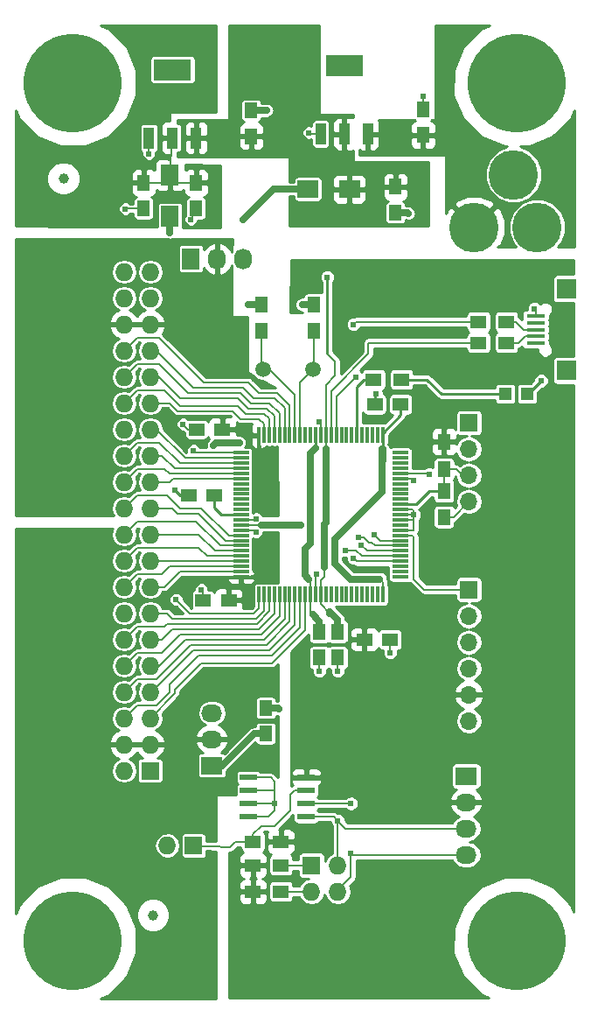
<source format=gbr>
G04 #@! TF.FileFunction,Copper,L1,Top,Signal*
%FSLAX46Y46*%
G04 Gerber Fmt 4.6, Leading zero omitted, Abs format (unit mm)*
G04 Created by KiCad (PCBNEW (after 2015-mar-04 BZR unknown)-product) date 6/9/2017 2:32:57 PM*
%MOMM*%
G01*
G04 APERTURE LIST*
%ADD10C,0.100000*%
%ADD11R,1.500000X0.300000*%
%ADD12R,0.300000X1.500000*%
%ADD13R,1.500000X1.250000*%
%ADD14R,1.250000X1.500000*%
%ADD15R,1.700000X2.000000*%
%ADD16R,2.000000X1.700000*%
%ADD17R,1.727200X1.727200*%
%ADD18O,1.727200X1.727200*%
%ADD19R,1.727200X2.032000*%
%ADD20O,1.727200X2.032000*%
%ADD21R,2.032000X1.727200*%
%ADD22O,2.032000X1.727200*%
%ADD23R,1.500000X1.300000*%
%ADD24R,1.300000X1.500000*%
%ADD25R,1.651000X0.599440*%
%ADD26C,4.800600*%
%ADD27R,3.657600X2.032000*%
%ADD28R,1.016000X2.032000*%
%ADD29R,1.800000X0.400000*%
%ADD30R,1.900000X1.900000*%
%ADD31C,1.501140*%
%ADD32R,1.198880X1.198880*%
%ADD33C,9.525000*%
%ADD34C,1.000000*%
%ADD35R,1.700000X1.700000*%
%ADD36O,1.700000X1.700000*%
%ADD37C,0.610000*%
%ADD38C,0.635000*%
%ADD39C,0.254000*%
%ADD40C,0.203200*%
G04 APERTURE END LIST*
D10*
D11*
X47705000Y-63785000D03*
X47705000Y-63285000D03*
X47705000Y-62785000D03*
X47705000Y-62285000D03*
X47705000Y-61785000D03*
X47705000Y-61285000D03*
X47705000Y-60785000D03*
X47705000Y-60285000D03*
X47705000Y-59785000D03*
X47705000Y-59285000D03*
X47705000Y-58785000D03*
X47705000Y-58285000D03*
X47705000Y-57785000D03*
X47705000Y-57285000D03*
X47705000Y-56785000D03*
X47705000Y-56285000D03*
X47705000Y-55785000D03*
X47705000Y-55285000D03*
X47705000Y-54785000D03*
X47705000Y-54285000D03*
X47705000Y-53785000D03*
X47705000Y-53285000D03*
X47705000Y-52785000D03*
X47705000Y-52285000D03*
X47705000Y-51785000D03*
D12*
X46005000Y-50085000D03*
X45505000Y-50085000D03*
X45005000Y-50085000D03*
X44505000Y-50085000D03*
X44005000Y-50085000D03*
X43505000Y-50085000D03*
X43005000Y-50085000D03*
X42505000Y-50085000D03*
X42005000Y-50085000D03*
X41505000Y-50085000D03*
X41005000Y-50085000D03*
X40505000Y-50085000D03*
X40005000Y-50085000D03*
X39505000Y-50085000D03*
X39005000Y-50085000D03*
X38505000Y-50085000D03*
X38005000Y-50085000D03*
X37505000Y-50085000D03*
X37005000Y-50085000D03*
X36505000Y-50085000D03*
X36005000Y-50085000D03*
X35505000Y-50085000D03*
X35005000Y-50085000D03*
X34505000Y-50085000D03*
X34005000Y-50085000D03*
D11*
X32305000Y-51785000D03*
X32305000Y-52285000D03*
X32305000Y-52785000D03*
X32305000Y-53285000D03*
X32305000Y-53785000D03*
X32305000Y-54285000D03*
X32305000Y-54785000D03*
X32305000Y-55285000D03*
X32305000Y-55785000D03*
X32305000Y-56285000D03*
X32305000Y-56785000D03*
X32305000Y-57285000D03*
X32305000Y-57785000D03*
X32305000Y-58285000D03*
X32305000Y-58785000D03*
X32305000Y-59285000D03*
X32305000Y-59785000D03*
X32305000Y-60285000D03*
X32305000Y-60785000D03*
X32305000Y-61285000D03*
X32305000Y-61785000D03*
X32305000Y-62285000D03*
X32305000Y-62785000D03*
X32305000Y-63285000D03*
X32305000Y-63785000D03*
D12*
X34005000Y-65485000D03*
X34505000Y-65485000D03*
X35005000Y-65485000D03*
X35505000Y-65485000D03*
X36005000Y-65485000D03*
X36505000Y-65485000D03*
X37005000Y-65485000D03*
X37505000Y-65485000D03*
X38005000Y-65485000D03*
X38505000Y-65485000D03*
X39005000Y-65485000D03*
X39505000Y-65485000D03*
X40005000Y-65485000D03*
X40505000Y-65485000D03*
X41005000Y-65485000D03*
X41505000Y-65485000D03*
X42005000Y-65485000D03*
X42505000Y-65485000D03*
X43005000Y-65485000D03*
X43505000Y-65485000D03*
X44005000Y-65485000D03*
X44505000Y-65485000D03*
X45005000Y-65485000D03*
X45505000Y-65485000D03*
X46005000Y-65485000D03*
D13*
X44216000Y-69850000D03*
X46716000Y-69850000D03*
D14*
X51943000Y-55519000D03*
X51943000Y-58019000D03*
D13*
X31095000Y-66040000D03*
X28595000Y-66040000D03*
X47732000Y-47117000D03*
X45232000Y-47117000D03*
D14*
X34671000Y-78974000D03*
X34671000Y-76474000D03*
D13*
X30460000Y-49530000D03*
X27960000Y-49530000D03*
D14*
X39878000Y-71608000D03*
X39878000Y-69108000D03*
X41656000Y-71608000D03*
X41656000Y-69108000D03*
D13*
X27198000Y-55880000D03*
X29698000Y-55880000D03*
D15*
X25400000Y-28924000D03*
X25400000Y-24924000D03*
D16*
X38767000Y-26289000D03*
X42767000Y-26289000D03*
D17*
X27686000Y-89789000D03*
D18*
X25146000Y-89789000D03*
D19*
X27432000Y-33020000D03*
D20*
X29972000Y-33020000D03*
X32512000Y-33020000D03*
D21*
X29464000Y-82042000D03*
D22*
X29464000Y-79502000D03*
X29464000Y-76962000D03*
D23*
X36148000Y-89408000D03*
X33448000Y-89408000D03*
X36148000Y-91694000D03*
X33448000Y-91694000D03*
X36148000Y-94234000D03*
X33448000Y-94234000D03*
D24*
X51943000Y-53420000D03*
X51943000Y-50720000D03*
D23*
X45132000Y-44704000D03*
X47832000Y-44704000D03*
D25*
X38608000Y-83185000D03*
X33020000Y-83185000D03*
X38608000Y-84455000D03*
X38608000Y-85725000D03*
X38608000Y-86995000D03*
X33020000Y-84455000D03*
X33020000Y-85725000D03*
X33020000Y-86995000D03*
D26*
X60960000Y-29972000D03*
X54864000Y-29972000D03*
X58674000Y-24892000D03*
D27*
X42291000Y-14351000D03*
D28*
X42291000Y-20955000D03*
X44577000Y-20955000D03*
X40005000Y-20955000D03*
D27*
X25654000Y-14732000D03*
D28*
X25654000Y-21336000D03*
X27940000Y-21336000D03*
X23368000Y-21336000D03*
D17*
X23495000Y-82550000D03*
D18*
X20955000Y-82550000D03*
X23495000Y-80010000D03*
X20955000Y-80010000D03*
X23495000Y-77470000D03*
X20955000Y-77470000D03*
X23495000Y-74930000D03*
X20955000Y-74930000D03*
X23495000Y-72390000D03*
X20955000Y-72390000D03*
X23495000Y-69850000D03*
X20955000Y-69850000D03*
X23495000Y-67310000D03*
X20955000Y-67310000D03*
X23495000Y-64770000D03*
X20955000Y-64770000D03*
X23495000Y-62230000D03*
X20955000Y-62230000D03*
X23495000Y-59690000D03*
X20955000Y-59690000D03*
X23495000Y-57150000D03*
X20955000Y-57150000D03*
X23495000Y-54610000D03*
X20955000Y-54610000D03*
X23495000Y-52070000D03*
X20955000Y-52070000D03*
X23495000Y-49530000D03*
X20955000Y-49530000D03*
X23495000Y-46990000D03*
X20955000Y-46990000D03*
X23495000Y-44450000D03*
X20955000Y-44450000D03*
X23495000Y-41910000D03*
X20955000Y-41910000D03*
X23495000Y-39370000D03*
X20955000Y-39370000D03*
X23495000Y-36830000D03*
X20955000Y-36830000D03*
X23495000Y-34290000D03*
X20955000Y-34290000D03*
D14*
X34290000Y-37485000D03*
X34290000Y-39985000D03*
X39370000Y-37485000D03*
X39370000Y-39985000D03*
D29*
X60814000Y-41178000D03*
X60814000Y-40528000D03*
X60814000Y-39878000D03*
X60814000Y-39228000D03*
X60814000Y-38578000D03*
D30*
X63839000Y-43828000D03*
X63839000Y-35928000D03*
D23*
X57992000Y-41148000D03*
X55292000Y-41148000D03*
X57992000Y-39116000D03*
X55292000Y-39116000D03*
D31*
X34389060Y-43688000D03*
X39270940Y-43688000D03*
D14*
X49911000Y-21062000D03*
X49911000Y-18562000D03*
X33274000Y-21189000D03*
X33274000Y-18689000D03*
X47244000Y-26055000D03*
X47244000Y-28555000D03*
X27940000Y-25674000D03*
X27940000Y-28174000D03*
X22860000Y-25674000D03*
X22860000Y-28174000D03*
D21*
X54102000Y-83058000D03*
D22*
X54102000Y-85598000D03*
X54102000Y-88138000D03*
X54102000Y-90678000D03*
D17*
X39116000Y-91694000D03*
D18*
X41656000Y-91694000D03*
X39116000Y-94234000D03*
X41656000Y-94234000D03*
D32*
X57878980Y-46101000D03*
X59977020Y-46101000D03*
D33*
X16000000Y-16000000D03*
X59000000Y-16000000D03*
X16000000Y-99000000D03*
X59000000Y-99000000D03*
D34*
X15087600Y-25247600D03*
X23749000Y-96520000D03*
D35*
X54356000Y-48895000D03*
D36*
X54356000Y-51435000D03*
X54356000Y-53975000D03*
X54356000Y-56515000D03*
D35*
X54356000Y-65024000D03*
D36*
X54356000Y-67564000D03*
X54356000Y-70104000D03*
X54356000Y-72644000D03*
X54356000Y-75184000D03*
X54356000Y-77724000D03*
D37*
X38227000Y-37465000D03*
X33020000Y-37465000D03*
X61341000Y-44831000D03*
X45339000Y-46101000D03*
X49022000Y-57785000D03*
X48509000Y-28639000D03*
X34798000Y-18669000D03*
X35941000Y-76581000D03*
X38862000Y-20828000D03*
X60706000Y-37846000D03*
X49911000Y-17272000D03*
X23368000Y-22860000D03*
X25908000Y-55372000D03*
X28448000Y-65024000D03*
X21082000Y-28194000D03*
X26670000Y-49022000D03*
X27432000Y-29210000D03*
X39878000Y-72898000D03*
X41656000Y-72898000D03*
X35560000Y-85725000D03*
X46736000Y-71120000D03*
X33782000Y-59436000D03*
X33782000Y-58166000D03*
X39878000Y-48768000D03*
X39624000Y-63500000D03*
X38100000Y-58801000D03*
X40640000Y-34798000D03*
X40640000Y-29464000D03*
X40386000Y-58674000D03*
X48641000Y-65024000D03*
X27940000Y-24130000D03*
X50546000Y-53848000D03*
X49022000Y-54483000D03*
X42926000Y-90551000D03*
X43180000Y-61976000D03*
X42926000Y-85725000D03*
X42418000Y-61214000D03*
X41656000Y-87376000D03*
X27686000Y-51562000D03*
X26000000Y-66000000D03*
X43180000Y-39370000D03*
X43434000Y-44450000D03*
X43942000Y-60706000D03*
X43688000Y-59944000D03*
X45212000Y-59690000D03*
X45974000Y-51435000D03*
X32131000Y-50800000D03*
X29591000Y-51054000D03*
X25400000Y-30480000D03*
X32500000Y-29250000D03*
D38*
X39370000Y-37485000D02*
X38247000Y-37485000D01*
X38247000Y-37485000D02*
X38227000Y-37465000D01*
X34290000Y-37485000D02*
X33040000Y-37485000D01*
X33040000Y-37485000D02*
X33020000Y-37465000D01*
D39*
X59977020Y-46101000D02*
X60071000Y-46101000D01*
X60071000Y-46101000D02*
X61341000Y-44831000D01*
X45232000Y-47117000D02*
X45232000Y-46208000D01*
X45232000Y-46208000D02*
X45339000Y-46101000D01*
D40*
X47705000Y-57285000D02*
X48903000Y-57285000D01*
X48903000Y-57285000D02*
X49022000Y-57404000D01*
X49022000Y-57404000D02*
X49022000Y-57785000D01*
X47705000Y-59285000D02*
X48998000Y-59285000D01*
X49022000Y-59261000D02*
X49022000Y-58166000D01*
X48998000Y-59285000D02*
X49022000Y-59261000D01*
X47705000Y-58285000D02*
X48903000Y-58285000D01*
X48903000Y-58285000D02*
X49022000Y-58166000D01*
X49022000Y-58166000D02*
X49022000Y-57785000D01*
X49022000Y-57404000D02*
X49022000Y-57785000D01*
X49022000Y-57785000D02*
X47705000Y-57785000D01*
D38*
X47371000Y-28555000D02*
X48425000Y-28555000D01*
X48425000Y-28555000D02*
X48509000Y-28639000D01*
X33274000Y-18689000D02*
X34778000Y-18689000D01*
X34778000Y-18689000D02*
X34798000Y-18669000D01*
X34671000Y-76474000D02*
X35834000Y-76474000D01*
X35834000Y-76474000D02*
X35941000Y-76581000D01*
D40*
X51943000Y-58019000D02*
X52852000Y-58019000D01*
X52852000Y-58019000D02*
X54356000Y-56515000D01*
X40005000Y-20955000D02*
X38989000Y-20955000D01*
X38989000Y-20955000D02*
X38862000Y-20828000D01*
X60814000Y-38578000D02*
X60814000Y-37954000D01*
X60814000Y-37954000D02*
X60706000Y-37846000D01*
X49911000Y-18562000D02*
X49911000Y-17272000D01*
X23368000Y-21336000D02*
X23368000Y-22860000D01*
D39*
X27198000Y-55880000D02*
X26416000Y-55880000D01*
X26416000Y-55880000D02*
X25908000Y-55372000D01*
D40*
X26416000Y-55880000D02*
X25908000Y-55372000D01*
X28595000Y-65171000D02*
X28448000Y-65024000D01*
X28595000Y-66040000D02*
X28595000Y-65171000D01*
X21102000Y-28174000D02*
X21082000Y-28194000D01*
X22860000Y-28174000D02*
X21102000Y-28174000D01*
X27178000Y-49530000D02*
X26670000Y-49022000D01*
X27960000Y-49530000D02*
X27178000Y-49530000D01*
X27940000Y-28174000D02*
X27432000Y-29210000D01*
X39878000Y-71608000D02*
X39878000Y-72898000D01*
X41656000Y-71608000D02*
X41656000Y-72898000D01*
X34925000Y-86995000D02*
X35560000Y-86360000D01*
X35560000Y-84455000D02*
X35560000Y-83566000D01*
X35560000Y-85852000D02*
X35560000Y-84455000D01*
X35560000Y-86360000D02*
X35560000Y-85852000D01*
X35560000Y-83566000D02*
X35179000Y-83185000D01*
X35179000Y-83185000D02*
X33020000Y-83185000D01*
X33020000Y-86995000D02*
X34925000Y-86995000D01*
X33020000Y-84455000D02*
X35560000Y-84455000D01*
X35560000Y-85725000D02*
X35560000Y-85852000D01*
X33020000Y-85725000D02*
X35560000Y-85725000D01*
X46716000Y-71100000D02*
X46736000Y-71120000D01*
X46716000Y-69850000D02*
X46716000Y-71100000D01*
X33631000Y-59285000D02*
X33782000Y-59436000D01*
X32305000Y-59285000D02*
X33631000Y-59285000D01*
X33663000Y-58285000D02*
X33782000Y-58166000D01*
X32305000Y-58285000D02*
X33663000Y-58285000D01*
X40005000Y-48895000D02*
X39878000Y-48768000D01*
X40005000Y-50085000D02*
X40005000Y-48895000D01*
X39505000Y-63619000D02*
X39624000Y-63500000D01*
X39505000Y-65485000D02*
X39505000Y-63619000D01*
X40505000Y-50085000D02*
X40505000Y-45220000D01*
X41402000Y-42926000D02*
X40640000Y-42164000D01*
X41402000Y-44323000D02*
X41402000Y-42926000D01*
X40505000Y-45220000D02*
X41402000Y-44323000D01*
D38*
X41656000Y-69108000D02*
X41656000Y-67945000D01*
X40894000Y-67183000D02*
X40894000Y-67310000D01*
X41656000Y-67945000D02*
X40894000Y-67183000D01*
X40386000Y-58674000D02*
X40386000Y-62865000D01*
X40505000Y-51443000D02*
X40505000Y-58555000D01*
X40505000Y-58555000D02*
X40386000Y-58674000D01*
X34290000Y-58785000D02*
X38084000Y-58785000D01*
D40*
X32305000Y-58785000D02*
X34290000Y-58785000D01*
D38*
X38084000Y-58785000D02*
X38100000Y-58801000D01*
D39*
X40386000Y-51562000D02*
X40386000Y-58674000D01*
D40*
X40386000Y-51562000D02*
X40505000Y-51443000D01*
X40505000Y-51443000D02*
X40505000Y-50085000D01*
D39*
X40640000Y-34798000D02*
X40640000Y-42164000D01*
D40*
X40005000Y-66421000D02*
X40894000Y-67310000D01*
X40005000Y-65485000D02*
X40005000Y-66421000D01*
X40005000Y-64135000D02*
X40386000Y-63754000D01*
X40386000Y-63754000D02*
X40386000Y-62865000D01*
X40386000Y-62865000D02*
X40386000Y-58674000D01*
X40005000Y-65485000D02*
X40005000Y-64135000D01*
X27940000Y-25674000D02*
X27940000Y-24130000D01*
X22860000Y-25674000D02*
X24650000Y-25674000D01*
X24650000Y-25674000D02*
X25400000Y-24924000D01*
X27940000Y-25674000D02*
X26150000Y-25674000D01*
X26150000Y-25674000D02*
X25400000Y-24924000D01*
X25654000Y-21336000D02*
X25400000Y-24924000D01*
X51943000Y-50720000D02*
X51609000Y-50720000D01*
D39*
X47705000Y-56785000D02*
X49260000Y-56785000D01*
X50526000Y-55519000D02*
X51943000Y-55519000D01*
X49260000Y-56785000D02*
X50526000Y-55519000D01*
D40*
X51943000Y-55519000D02*
X51943000Y-53420000D01*
X54356000Y-53975000D02*
X53721000Y-53975000D01*
X53721000Y-53975000D02*
X53166000Y-53420000D01*
X53166000Y-53420000D02*
X51943000Y-53420000D01*
X31095000Y-66040000D02*
X31095000Y-65095000D01*
X32305000Y-64695000D02*
X32305000Y-63785000D01*
X32000000Y-65000000D02*
X32305000Y-64695000D01*
X31190000Y-65000000D02*
X32000000Y-65000000D01*
X31095000Y-65095000D02*
X31190000Y-65000000D01*
X33067000Y-50085000D02*
X32512000Y-49530000D01*
X32512000Y-49530000D02*
X30460000Y-49530000D01*
X34005000Y-50085000D02*
X33067000Y-50085000D01*
D38*
X38481000Y-63627000D02*
X38481000Y-61087000D01*
X38989000Y-51824000D02*
X39505000Y-51308000D01*
X38989000Y-60579000D02*
X38989000Y-51824000D01*
X38481000Y-61087000D02*
X38989000Y-60579000D01*
X39878000Y-69108000D02*
X39878000Y-68072000D01*
X39878000Y-68072000D02*
X39243000Y-67437000D01*
X38481000Y-63627000D02*
X38862000Y-64008000D01*
D39*
X39505000Y-51308000D02*
X39505000Y-50085000D01*
D40*
X39005000Y-67453000D02*
X39878000Y-68326000D01*
X39878000Y-68326000D02*
X39878000Y-69108000D01*
X39005000Y-65485000D02*
X39005000Y-67453000D01*
X38862000Y-64008000D02*
X39005000Y-64151000D01*
X39005000Y-64151000D02*
X39005000Y-65485000D01*
D39*
X32305000Y-57785000D02*
X30353000Y-57785000D01*
X30353000Y-57785000D02*
X29698000Y-57130000D01*
X29698000Y-57130000D02*
X29698000Y-55880000D01*
X29698000Y-57130000D02*
X29698000Y-55880000D01*
D40*
X29698000Y-57130000D02*
X29698000Y-55880000D01*
X47705000Y-53785000D02*
X50483000Y-53785000D01*
X50483000Y-53785000D02*
X50546000Y-53848000D01*
X47705000Y-54285000D02*
X48824000Y-54285000D01*
X48824000Y-54285000D02*
X49022000Y-54483000D01*
X31242000Y-89916000D02*
X31750000Y-89408000D01*
X31750000Y-89408000D02*
X33448000Y-89408000D01*
X27686000Y-89789000D02*
X31242000Y-89916000D01*
X33448000Y-88726000D02*
X34290000Y-87884000D01*
X34290000Y-87884000D02*
X35560000Y-87884000D01*
X35560000Y-87884000D02*
X37084000Y-86360000D01*
X37084000Y-86360000D02*
X37084000Y-84836000D01*
X37084000Y-84836000D02*
X37465000Y-84455000D01*
X37465000Y-84455000D02*
X38608000Y-84455000D01*
X33448000Y-89408000D02*
X33448000Y-88726000D01*
X23749000Y-74676000D02*
X23495000Y-74930000D01*
X37505000Y-68413000D02*
X35052000Y-70866000D01*
X37505000Y-65485000D02*
X37505000Y-68413000D01*
X27686000Y-70866000D02*
X35052000Y-70866000D01*
X23622000Y-74930000D02*
X27686000Y-70866000D01*
X23495000Y-74930000D02*
X23622000Y-74930000D01*
X42926000Y-92837000D02*
X42926000Y-90551000D01*
X54102000Y-90678000D02*
X43053000Y-90678000D01*
X43053000Y-90678000D02*
X42926000Y-90551000D01*
X41656000Y-94234000D02*
X41656000Y-94107000D01*
X41656000Y-94107000D02*
X42926000Y-92837000D01*
X42926000Y-92837000D02*
X41656000Y-94107000D01*
X41910000Y-94234000D02*
X41656000Y-94234000D01*
X43180000Y-61976000D02*
X43489000Y-62285000D01*
X43489000Y-62285000D02*
X47705000Y-62285000D01*
X38608000Y-85725000D02*
X42926000Y-85725000D01*
X54102000Y-88138000D02*
X42418000Y-88138000D01*
X42418000Y-88138000D02*
X41656000Y-87376000D01*
X41656000Y-91694000D02*
X41656000Y-88646000D01*
X41656000Y-88646000D02*
X41656000Y-87376000D01*
X42418000Y-61214000D02*
X43434000Y-61214000D01*
X44005000Y-61785000D02*
X43434000Y-61214000D01*
X47705000Y-61785000D02*
X44005000Y-61785000D01*
X41275000Y-86995000D02*
X41656000Y-87376000D01*
X38608000Y-86995000D02*
X41275000Y-86995000D01*
D39*
X43505000Y-50085000D02*
X43505000Y-45395000D01*
X44196000Y-44704000D02*
X45132000Y-44704000D01*
X43505000Y-45395000D02*
X44196000Y-44704000D01*
D40*
X37005000Y-47165000D02*
X35814000Y-45974000D01*
X35814000Y-45974000D02*
X34036000Y-45974000D01*
X34036000Y-45974000D02*
X33020000Y-44958000D01*
X33020000Y-44958000D02*
X28702000Y-44958000D01*
X28702000Y-44958000D02*
X24384000Y-40640000D01*
X24384000Y-40640000D02*
X22225000Y-40640000D01*
X22225000Y-40640000D02*
X20955000Y-41910000D01*
X37005000Y-50085000D02*
X37005000Y-47165000D01*
X24130000Y-41910000D02*
X23495000Y-41910000D01*
X36505000Y-47427000D02*
X35560000Y-46482000D01*
X35560000Y-46482000D02*
X33528000Y-46482000D01*
X33528000Y-46482000D02*
X32512000Y-45466000D01*
X32512000Y-45466000D02*
X27686000Y-45466000D01*
X27686000Y-45466000D02*
X24130000Y-41910000D01*
X36505000Y-50085000D02*
X36505000Y-47427000D01*
X36005000Y-47943000D02*
X35052000Y-46990000D01*
X35052000Y-46990000D02*
X33274000Y-46990000D01*
X33274000Y-46990000D02*
X32258000Y-45974000D01*
X32258000Y-45974000D02*
X27178000Y-45974000D01*
X27178000Y-45974000D02*
X24384000Y-43180000D01*
X24384000Y-43180000D02*
X22225000Y-43180000D01*
X22225000Y-43180000D02*
X20955000Y-44450000D01*
X36005000Y-50085000D02*
X36005000Y-47943000D01*
X35505000Y-48205000D02*
X34798000Y-47498000D01*
X34798000Y-47498000D02*
X33020000Y-47498000D01*
X33020000Y-47498000D02*
X32004000Y-46482000D01*
X32004000Y-46482000D02*
X26416000Y-46482000D01*
X26416000Y-46482000D02*
X24384000Y-44450000D01*
X24384000Y-44450000D02*
X23495000Y-44450000D01*
X35505000Y-50085000D02*
X35505000Y-48205000D01*
X35005000Y-48467000D02*
X34544000Y-48006000D01*
X34544000Y-48006000D02*
X32766000Y-48006000D01*
X32766000Y-48006000D02*
X32004000Y-47244000D01*
X32004000Y-47244000D02*
X26416000Y-47244000D01*
X26416000Y-47244000D02*
X24892000Y-45720000D01*
X24892000Y-45720000D02*
X22225000Y-45720000D01*
X22225000Y-45720000D02*
X20955000Y-46990000D01*
X35005000Y-50085000D02*
X35005000Y-48467000D01*
X31496000Y-47752000D02*
X26162000Y-47752000D01*
X26162000Y-47752000D02*
X25400000Y-46990000D01*
X25400000Y-46990000D02*
X23495000Y-46990000D01*
X34036000Y-48514000D02*
X32258000Y-48514000D01*
X32258000Y-48514000D02*
X31496000Y-47752000D01*
X34505000Y-48983000D02*
X34036000Y-48514000D01*
X34505000Y-50085000D02*
X34505000Y-48983000D01*
X32305000Y-51785000D02*
X27909000Y-51785000D01*
X27909000Y-51785000D02*
X27686000Y-51562000D01*
X24130000Y-49530000D02*
X23495000Y-49530000D01*
X26885000Y-52285000D02*
X24130000Y-49530000D01*
X32305000Y-52285000D02*
X26885000Y-52285000D01*
X26369000Y-52785000D02*
X24384000Y-50800000D01*
X24384000Y-50800000D02*
X22225000Y-50800000D01*
X22225000Y-50800000D02*
X20955000Y-52070000D01*
X32305000Y-52785000D02*
X26369000Y-52785000D01*
X25853000Y-53285000D02*
X24638000Y-52070000D01*
X24638000Y-52070000D02*
X23495000Y-52070000D01*
X32305000Y-53285000D02*
X25853000Y-53285000D01*
X25337000Y-53785000D02*
X24892000Y-53340000D01*
X24892000Y-53340000D02*
X22225000Y-53340000D01*
X22225000Y-53340000D02*
X20955000Y-54610000D01*
X32305000Y-53785000D02*
X25337000Y-53785000D01*
X25725000Y-54285000D02*
X25400000Y-54610000D01*
X25400000Y-54610000D02*
X23495000Y-54610000D01*
X32305000Y-54285000D02*
X25725000Y-54285000D01*
X31083000Y-59785000D02*
X28448000Y-57150000D01*
X28448000Y-57150000D02*
X26416000Y-57150000D01*
X26416000Y-57150000D02*
X25146000Y-55880000D01*
X25146000Y-55880000D02*
X22225000Y-55880000D01*
X22225000Y-55880000D02*
X20955000Y-57150000D01*
X32305000Y-59785000D02*
X31083000Y-59785000D01*
X30821000Y-60285000D02*
X28194000Y-57658000D01*
X28194000Y-57658000D02*
X26162000Y-57658000D01*
X26162000Y-57658000D02*
X25654000Y-57150000D01*
X25654000Y-57150000D02*
X23495000Y-57150000D01*
X32305000Y-60285000D02*
X30821000Y-60285000D01*
X30305000Y-60785000D02*
X27940000Y-58420000D01*
X27940000Y-58420000D02*
X22225000Y-58420000D01*
X22225000Y-58420000D02*
X20955000Y-59690000D01*
X32305000Y-60785000D02*
X30305000Y-60785000D01*
X29789000Y-61285000D02*
X28194000Y-59690000D01*
X28194000Y-59690000D02*
X23495000Y-59690000D01*
X32305000Y-61285000D02*
X29789000Y-61285000D01*
X29019000Y-61785000D02*
X28194000Y-60960000D01*
X28194000Y-60960000D02*
X22225000Y-60960000D01*
X22225000Y-60960000D02*
X20955000Y-62230000D01*
X32305000Y-61785000D02*
X29019000Y-61785000D01*
X28503000Y-62285000D02*
X28448000Y-62230000D01*
X28448000Y-62230000D02*
X23495000Y-62230000D01*
X32305000Y-62285000D02*
X28503000Y-62285000D01*
X25353000Y-62785000D02*
X24638000Y-63500000D01*
X24638000Y-63500000D02*
X22225000Y-63500000D01*
X22225000Y-63500000D02*
X20955000Y-64770000D01*
X32305000Y-62785000D02*
X25353000Y-62785000D01*
X26377000Y-63285000D02*
X24892000Y-64770000D01*
X24892000Y-64770000D02*
X23495000Y-64770000D01*
X32305000Y-63285000D02*
X26377000Y-63285000D01*
X33528000Y-67310000D02*
X27310000Y-67310000D01*
X27310000Y-67310000D02*
X26000000Y-66000000D01*
X34005000Y-66833000D02*
X33528000Y-67310000D01*
X34005000Y-65485000D02*
X34005000Y-66833000D01*
X34505000Y-67095000D02*
X33782000Y-67818000D01*
X33782000Y-67818000D02*
X25654000Y-67818000D01*
X25654000Y-67818000D02*
X25146000Y-67310000D01*
X25146000Y-67310000D02*
X23495000Y-67310000D01*
X34505000Y-65485000D02*
X34505000Y-67095000D01*
X35005000Y-67133818D02*
X33812818Y-68326000D01*
X33812818Y-68326000D02*
X25146000Y-68326000D01*
X25146000Y-68326000D02*
X24892000Y-68580000D01*
X24892000Y-68580000D02*
X22225000Y-68580000D01*
X22225000Y-68580000D02*
X20955000Y-69850000D01*
X35005000Y-65485000D02*
X35005000Y-67133818D01*
X24003000Y-69342000D02*
X23495000Y-69850000D01*
X35505000Y-67365000D02*
X34036000Y-68834000D01*
X35505000Y-65485000D02*
X35505000Y-67365000D01*
X24638000Y-69850000D02*
X25654000Y-68834000D01*
X25654000Y-68834000D02*
X34036000Y-68834000D01*
X23495000Y-69850000D02*
X24638000Y-69850000D01*
X22225000Y-71120000D02*
X20955000Y-72390000D01*
X36005000Y-67627000D02*
X34290000Y-69342000D01*
X36005000Y-65485000D02*
X36005000Y-67627000D01*
X24638000Y-71120000D02*
X26416000Y-69342000D01*
X26416000Y-69342000D02*
X34290000Y-69342000D01*
X22225000Y-71120000D02*
X24638000Y-71120000D01*
X36505000Y-67889000D02*
X34544000Y-69850000D01*
X36505000Y-65485000D02*
X36505000Y-67889000D01*
X24384000Y-72390000D02*
X26924000Y-69850000D01*
X26924000Y-69850000D02*
X34544000Y-69850000D01*
X23495000Y-72390000D02*
X24384000Y-72390000D01*
X24130000Y-73660000D02*
X22225000Y-73660000D01*
X22225000Y-73660000D02*
X20955000Y-74930000D01*
X37005000Y-68151000D02*
X34798000Y-70358000D01*
X37005000Y-65485000D02*
X37005000Y-68151000D01*
X24130000Y-73660000D02*
X27432000Y-70358000D01*
X27432000Y-70358000D02*
X34798000Y-70358000D01*
X38505000Y-68937000D02*
X35306000Y-72136000D01*
X35306000Y-72136000D02*
X28448000Y-72136000D01*
X28448000Y-72136000D02*
X25908000Y-74676000D01*
X25908000Y-74676000D02*
X25908000Y-75057000D01*
X25908000Y-75057000D02*
X23495000Y-77470000D01*
X38505000Y-65485000D02*
X38505000Y-68937000D01*
X38005000Y-68675000D02*
X35306000Y-71374000D01*
X35306000Y-71374000D02*
X28194000Y-71374000D01*
X28194000Y-71374000D02*
X25400000Y-74168000D01*
X25400000Y-74168000D02*
X25400000Y-74930000D01*
X25400000Y-74930000D02*
X24130000Y-76200000D01*
X24130000Y-76200000D02*
X22225000Y-76200000D01*
X22225000Y-76200000D02*
X20955000Y-77470000D01*
X38005000Y-65485000D02*
X38005000Y-68675000D01*
X35052000Y-43688000D02*
X34389060Y-43688000D01*
X37505000Y-46141000D02*
X35052000Y-43688000D01*
X37505000Y-50085000D02*
X37505000Y-46141000D01*
X34290000Y-43588940D02*
X34389060Y-43688000D01*
X34290000Y-39985000D02*
X34290000Y-43588940D01*
X38005000Y-44953940D02*
X39270940Y-43688000D01*
X38005000Y-50085000D02*
X38005000Y-44953940D01*
X39370000Y-43588940D02*
X39270940Y-43688000D01*
X39370000Y-39985000D02*
X39370000Y-43588940D01*
X60814000Y-40528000D02*
X59802000Y-40528000D01*
X59182000Y-41148000D02*
X57992000Y-41148000D01*
X59802000Y-40528000D02*
X59182000Y-41148000D01*
X60814000Y-39878000D02*
X59690000Y-39878000D01*
X58928000Y-39116000D02*
X57992000Y-39116000D01*
X59690000Y-39878000D02*
X58928000Y-39116000D01*
X60814000Y-39878000D02*
X59944000Y-39878000D01*
X55292000Y-41148000D02*
X44624000Y-41148000D01*
X41005000Y-45863000D02*
X44624000Y-42244000D01*
X44624000Y-42244000D02*
X44624000Y-41148000D01*
X41005000Y-50085000D02*
X41005000Y-45863000D01*
X55292000Y-39116000D02*
X43434000Y-39116000D01*
X43434000Y-39116000D02*
X43180000Y-39370000D01*
X41505000Y-46379000D02*
X43434000Y-44450000D01*
X41505000Y-50085000D02*
X41505000Y-46379000D01*
X44521000Y-61285000D02*
X43942000Y-60706000D01*
X47705000Y-61285000D02*
X44521000Y-61285000D01*
X43688000Y-59944000D02*
X44196000Y-59944000D01*
X44196000Y-59944000D02*
X44704000Y-60452000D01*
X44704000Y-60452000D02*
X44958000Y-60452000D01*
X44958000Y-60452000D02*
X45291000Y-60785000D01*
X45291000Y-60785000D02*
X47705000Y-60785000D01*
X45212000Y-59690000D02*
X45807000Y-60285000D01*
X45807000Y-60285000D02*
X47705000Y-60285000D01*
X54356000Y-65024000D02*
X50038000Y-65024000D01*
X48863000Y-59785000D02*
X47705000Y-59785000D01*
X49022000Y-59944000D02*
X48863000Y-59785000D01*
X49022000Y-64008000D02*
X49022000Y-59944000D01*
X50038000Y-65024000D02*
X49022000Y-64008000D01*
D39*
X46005000Y-50085000D02*
X46005000Y-49880000D01*
X46005000Y-49880000D02*
X47732000Y-48153000D01*
X47732000Y-48153000D02*
X47732000Y-47117000D01*
D38*
X45974000Y-51435000D02*
X45974000Y-55600604D01*
X45974000Y-55600604D02*
X41402000Y-60172604D01*
X45974000Y-51435000D02*
X46005000Y-51435000D01*
X29845000Y-50800000D02*
X32131000Y-50800000D01*
X29591000Y-51054000D02*
X29845000Y-50800000D01*
X46005000Y-51435000D02*
X46005000Y-52547000D01*
X41402000Y-60172604D02*
X41402000Y-62484000D01*
X41402000Y-62484000D02*
X42926000Y-64008000D01*
X42926000Y-64008000D02*
X45720000Y-64008000D01*
X29464000Y-82042000D02*
X30480000Y-82042000D01*
X30480000Y-82042000D02*
X33548000Y-78974000D01*
X33548000Y-78974000D02*
X34671000Y-78974000D01*
X25400000Y-28924000D02*
X25400000Y-30480000D01*
D39*
X45720000Y-64008000D02*
X42926000Y-64008000D01*
X42926000Y-64008000D02*
X41402000Y-62484000D01*
X46005000Y-51435000D02*
X46005000Y-50085000D01*
D38*
X25400000Y-28956000D02*
X25400000Y-28924000D01*
D40*
X46005000Y-50085000D02*
X46005000Y-49753000D01*
X41402000Y-62484000D02*
X42926000Y-64008000D01*
X45720000Y-64008000D02*
X46005000Y-64293000D01*
X46005000Y-64293000D02*
X46005000Y-65485000D01*
X46005000Y-50085000D02*
X46005000Y-52547000D01*
X54864000Y-29972000D02*
X54864000Y-29514000D01*
X49891000Y-21082000D02*
X49911000Y-21062000D01*
D38*
X38767000Y-26289000D02*
X35461000Y-26289000D01*
X35461000Y-26289000D02*
X32500000Y-29250000D01*
D40*
X32512000Y-33020000D02*
X32512000Y-32258000D01*
X36148000Y-91694000D02*
X39116000Y-91694000D01*
X36148000Y-94234000D02*
X39116000Y-94234000D01*
D39*
X57878980Y-46101000D02*
X51689000Y-46101000D01*
X50292000Y-44704000D02*
X47832000Y-44704000D01*
X51689000Y-46101000D02*
X50292000Y-44704000D01*
G36*
X64518200Y-96225527D02*
X64224815Y-95515482D01*
X62493632Y-93781275D01*
X62445922Y-93761464D01*
X62445922Y-41738026D01*
X62338545Y-41478153D01*
X62154259Y-41293545D01*
X62154259Y-40978000D01*
X62129605Y-40850933D01*
X62154259Y-40728000D01*
X62154259Y-40328000D01*
X62129605Y-40200933D01*
X62154259Y-40078000D01*
X62154259Y-39678000D01*
X62129605Y-39550933D01*
X62154259Y-39428000D01*
X62154259Y-39028000D01*
X62129605Y-38900933D01*
X62154259Y-38778000D01*
X62154259Y-38462159D01*
X62337846Y-38278893D01*
X62445677Y-38019208D01*
X62445922Y-37738026D01*
X62338545Y-37478153D01*
X62139893Y-37279154D01*
X61880208Y-37171323D01*
X61599026Y-37171078D01*
X61339153Y-37278455D01*
X61259703Y-37357766D01*
X61123909Y-37221735D01*
X60853202Y-37109328D01*
X60560084Y-37109072D01*
X60289181Y-37221007D01*
X60081735Y-37428091D01*
X59969328Y-37698798D01*
X59969119Y-37937741D01*
X59914000Y-37937741D01*
X59749356Y-37969685D01*
X59604649Y-38064742D01*
X59507784Y-38208245D01*
X59473741Y-38378000D01*
X59473741Y-38778000D01*
X59498394Y-38905066D01*
X59493886Y-38927544D01*
X59305171Y-38738829D01*
X59182259Y-38656702D01*
X59182259Y-38466000D01*
X59150315Y-38301356D01*
X59055258Y-38156649D01*
X58911755Y-38059784D01*
X58742000Y-38025741D01*
X57242000Y-38025741D01*
X57077356Y-38057685D01*
X56932649Y-38152742D01*
X56835784Y-38296245D01*
X56801741Y-38466000D01*
X56801741Y-39766000D01*
X56833685Y-39930644D01*
X56928742Y-40075351D01*
X57012800Y-40132090D01*
X56932649Y-40184742D01*
X56835784Y-40328245D01*
X56801741Y-40498000D01*
X56801741Y-41798000D01*
X56833685Y-41962644D01*
X56928742Y-42107351D01*
X57072245Y-42204216D01*
X57242000Y-42238259D01*
X58742000Y-42238259D01*
X58906644Y-42206315D01*
X59051351Y-42111258D01*
X59148216Y-41967755D01*
X59182259Y-41798000D01*
X59182259Y-41681348D01*
X59386123Y-41640797D01*
X59514023Y-41555337D01*
X59600742Y-41687351D01*
X59744245Y-41784216D01*
X59914000Y-41818259D01*
X61032252Y-41818259D01*
X61032078Y-42017974D01*
X61139455Y-42277847D01*
X61338107Y-42476846D01*
X61597792Y-42584677D01*
X61878974Y-42584922D01*
X62138847Y-42477545D01*
X62337846Y-42278893D01*
X62445677Y-42019208D01*
X62445922Y-41738026D01*
X62445922Y-93761464D01*
X62077928Y-93608659D01*
X62077928Y-44685084D01*
X61965993Y-44414181D01*
X61758909Y-44206735D01*
X61488202Y-44094328D01*
X61195084Y-44094072D01*
X60924181Y-44206007D01*
X60716735Y-44413091D01*
X60604328Y-44683798D01*
X60604246Y-44777491D01*
X60320437Y-45061301D01*
X59377580Y-45061301D01*
X59212936Y-45093245D01*
X59068229Y-45188302D01*
X58971364Y-45331805D01*
X58937321Y-45501560D01*
X58937321Y-46700440D01*
X58969265Y-46865084D01*
X59064322Y-47009791D01*
X59207825Y-47106656D01*
X59377580Y-47140699D01*
X60576460Y-47140699D01*
X60741104Y-47108755D01*
X60885811Y-47013698D01*
X60982676Y-46870195D01*
X61016719Y-46700440D01*
X61016719Y-45945543D01*
X61394414Y-45567847D01*
X61486916Y-45567928D01*
X61757819Y-45455993D01*
X61965265Y-45248909D01*
X62077672Y-44978202D01*
X62077928Y-44685084D01*
X62077928Y-93608659D01*
X60230575Y-92841571D01*
X58918679Y-92840426D01*
X58918679Y-46700440D01*
X58918679Y-45501560D01*
X58886735Y-45336916D01*
X58791678Y-45192209D01*
X58648175Y-45095344D01*
X58478420Y-45061301D01*
X57279540Y-45061301D01*
X57114896Y-45093245D01*
X56970189Y-45188302D01*
X56873324Y-45331805D01*
X56839281Y-45501560D01*
X56839281Y-45542200D01*
X51920462Y-45542200D01*
X50687131Y-44308869D01*
X50505844Y-44187736D01*
X50292000Y-44145200D01*
X49022259Y-44145200D01*
X49022259Y-44054000D01*
X48990315Y-43889356D01*
X48895258Y-43744649D01*
X48751755Y-43647784D01*
X48582000Y-43613741D01*
X47082000Y-43613741D01*
X46917356Y-43645685D01*
X46772649Y-43740742D01*
X46675784Y-43884245D01*
X46641741Y-44054000D01*
X46641741Y-45354000D01*
X46673685Y-45518644D01*
X46768742Y-45663351D01*
X46912245Y-45760216D01*
X47082000Y-45794259D01*
X48582000Y-45794259D01*
X48746644Y-45762315D01*
X48891351Y-45667258D01*
X48988216Y-45523755D01*
X49022259Y-45354000D01*
X49022259Y-45262800D01*
X50060537Y-45262800D01*
X51293868Y-46496131D01*
X51293869Y-46496131D01*
X51384512Y-46556697D01*
X51475156Y-46617264D01*
X51475157Y-46617264D01*
X51689000Y-46659800D01*
X56839281Y-46659800D01*
X56839281Y-46700440D01*
X56871225Y-46865084D01*
X56966282Y-47009791D01*
X57109785Y-47106656D01*
X57279540Y-47140699D01*
X58478420Y-47140699D01*
X58643064Y-47108755D01*
X58787771Y-47013698D01*
X58884636Y-46870195D01*
X58918679Y-46700440D01*
X58918679Y-92840426D01*
X57780175Y-92839433D01*
X55797476Y-93658667D01*
X55797476Y-75540890D01*
X55676155Y-75311000D01*
X54483000Y-75311000D01*
X54483000Y-75331000D01*
X54229000Y-75331000D01*
X54229000Y-75311000D01*
X53035845Y-75311000D01*
X52914524Y-75540890D01*
X53084355Y-75950924D01*
X53474642Y-76379183D01*
X53830551Y-76546327D01*
X53424519Y-76817631D01*
X53146659Y-77233476D01*
X53049088Y-77724000D01*
X53146659Y-78214524D01*
X53424519Y-78630369D01*
X53840364Y-78908229D01*
X54330888Y-79005800D01*
X54381112Y-79005800D01*
X54871636Y-78908229D01*
X55287481Y-78630369D01*
X55565341Y-78214524D01*
X55662912Y-77724000D01*
X55565341Y-77233476D01*
X55287481Y-76817631D01*
X54881448Y-76546327D01*
X55237358Y-76379183D01*
X55627645Y-75950924D01*
X55797476Y-75540890D01*
X55797476Y-93658667D01*
X55515482Y-93775185D01*
X53781275Y-95506368D01*
X52841571Y-97769425D01*
X52839433Y-100219825D01*
X53775185Y-102484518D01*
X55506368Y-104218725D01*
X56227583Y-104518200D01*
X34833000Y-104518200D01*
X34833000Y-95010310D01*
X34833000Y-94757691D01*
X34833000Y-94519750D01*
X34833000Y-93948250D01*
X34833000Y-93710309D01*
X34833000Y-93457690D01*
X34736327Y-93224301D01*
X34557698Y-93045673D01*
X34360522Y-92964000D01*
X34557698Y-92882327D01*
X34736327Y-92703699D01*
X34833000Y-92470310D01*
X34833000Y-92217691D01*
X34833000Y-91979750D01*
X34674250Y-91821000D01*
X33575000Y-91821000D01*
X33575000Y-92820250D01*
X33718750Y-92964000D01*
X33575000Y-93107750D01*
X33575000Y-94107000D01*
X34674250Y-94107000D01*
X34833000Y-93948250D01*
X34833000Y-94519750D01*
X34674250Y-94361000D01*
X33575000Y-94361000D01*
X33575000Y-95360250D01*
X33733750Y-95519000D01*
X34324309Y-95519000D01*
X34557698Y-95422327D01*
X34736327Y-95243699D01*
X34833000Y-95010310D01*
X34833000Y-104518200D01*
X33321000Y-104518200D01*
X33321000Y-95360250D01*
X33321000Y-94361000D01*
X33321000Y-94107000D01*
X33321000Y-93107750D01*
X33177250Y-92964000D01*
X33321000Y-92820250D01*
X33321000Y-91821000D01*
X32221750Y-91821000D01*
X32063000Y-91979750D01*
X32063000Y-92217691D01*
X32063000Y-92470310D01*
X32159673Y-92703699D01*
X32338302Y-92882327D01*
X32535477Y-92964000D01*
X32338302Y-93045673D01*
X32159673Y-93224301D01*
X32063000Y-93457690D01*
X32063000Y-93710309D01*
X32063000Y-93948250D01*
X32221750Y-94107000D01*
X33321000Y-94107000D01*
X33321000Y-94361000D01*
X32221750Y-94361000D01*
X32063000Y-94519750D01*
X32063000Y-94757691D01*
X32063000Y-95010310D01*
X32159673Y-95243699D01*
X32338302Y-95422327D01*
X32571691Y-95519000D01*
X33162250Y-95519000D01*
X33321000Y-95360250D01*
X33321000Y-104518200D01*
X31115243Y-104518200D01*
X31124177Y-90445531D01*
X31222962Y-90449060D01*
X31232511Y-90447512D01*
X31242000Y-90449400D01*
X31334912Y-90430918D01*
X31428404Y-90415768D01*
X31436633Y-90410684D01*
X31446123Y-90408797D01*
X31524890Y-90356166D01*
X31605469Y-90306392D01*
X31611126Y-90298545D01*
X31619171Y-90293171D01*
X31970941Y-89941400D01*
X32257741Y-89941400D01*
X32257741Y-90058000D01*
X32289685Y-90222644D01*
X32384742Y-90367351D01*
X32494073Y-90441150D01*
X32338302Y-90505673D01*
X32159673Y-90684301D01*
X32063000Y-90917690D01*
X32063000Y-91170309D01*
X32063000Y-91408250D01*
X32221750Y-91567000D01*
X33321000Y-91567000D01*
X33321000Y-91547000D01*
X33575000Y-91547000D01*
X33575000Y-91567000D01*
X34674250Y-91567000D01*
X34833000Y-91408250D01*
X34833000Y-91170309D01*
X34833000Y-90917690D01*
X34736327Y-90684301D01*
X34557698Y-90505673D01*
X34401329Y-90440902D01*
X34507351Y-90371258D01*
X34604216Y-90227755D01*
X34638259Y-90058000D01*
X34638259Y-88758000D01*
X34606315Y-88593356D01*
X34511258Y-88448649D01*
X34492413Y-88435928D01*
X34510942Y-88417400D01*
X34851761Y-88417400D01*
X34763000Y-88631690D01*
X34763000Y-88884309D01*
X34763000Y-89122250D01*
X34921750Y-89281000D01*
X36021000Y-89281000D01*
X36021000Y-88281750D01*
X35968795Y-88229545D01*
X37342241Y-86856100D01*
X37342241Y-87294720D01*
X37374185Y-87459364D01*
X37469242Y-87604071D01*
X37612745Y-87700936D01*
X37782500Y-87734979D01*
X39433500Y-87734979D01*
X39598144Y-87703035D01*
X39742851Y-87607978D01*
X39796566Y-87528400D01*
X40921751Y-87528400D01*
X41031007Y-87792819D01*
X41122600Y-87884572D01*
X41122600Y-88646000D01*
X41122600Y-90505420D01*
X40714636Y-90778014D01*
X40433828Y-91198272D01*
X40419859Y-91268499D01*
X40419859Y-90830400D01*
X40387915Y-90665756D01*
X40292858Y-90521049D01*
X40149355Y-90424184D01*
X39979600Y-90390141D01*
X38252400Y-90390141D01*
X38087756Y-90422085D01*
X37943049Y-90517142D01*
X37846184Y-90660645D01*
X37812141Y-90830400D01*
X37812141Y-91160600D01*
X37338259Y-91160600D01*
X37338259Y-91044000D01*
X37306315Y-90879356D01*
X37211258Y-90734649D01*
X37101926Y-90660849D01*
X37257698Y-90596327D01*
X37436327Y-90417699D01*
X37533000Y-90184310D01*
X37533000Y-89931691D01*
X37533000Y-89693750D01*
X37533000Y-89122250D01*
X37533000Y-88884309D01*
X37533000Y-88631690D01*
X37436327Y-88398301D01*
X37257698Y-88219673D01*
X37024309Y-88123000D01*
X36433750Y-88123000D01*
X36275000Y-88281750D01*
X36275000Y-89281000D01*
X37374250Y-89281000D01*
X37533000Y-89122250D01*
X37533000Y-89693750D01*
X37374250Y-89535000D01*
X36275000Y-89535000D01*
X36275000Y-89555000D01*
X36021000Y-89555000D01*
X36021000Y-89535000D01*
X34921750Y-89535000D01*
X34763000Y-89693750D01*
X34763000Y-89931691D01*
X34763000Y-90184310D01*
X34859673Y-90417699D01*
X35038302Y-90596327D01*
X35194670Y-90661097D01*
X35088649Y-90730742D01*
X34991784Y-90874245D01*
X34957741Y-91044000D01*
X34957741Y-92344000D01*
X34989685Y-92508644D01*
X35084742Y-92653351D01*
X35228245Y-92750216D01*
X35398000Y-92784259D01*
X36898000Y-92784259D01*
X37062644Y-92752315D01*
X37207351Y-92657258D01*
X37304216Y-92513755D01*
X37338259Y-92344000D01*
X37338259Y-92227400D01*
X37812141Y-92227400D01*
X37812141Y-92557600D01*
X37844085Y-92722244D01*
X37939142Y-92866951D01*
X38082645Y-92963816D01*
X38252400Y-92997859D01*
X38792705Y-92997859D01*
X38594894Y-93037206D01*
X38174636Y-93318014D01*
X37918999Y-93700600D01*
X37338259Y-93700600D01*
X37338259Y-93584000D01*
X37306315Y-93419356D01*
X37211258Y-93274649D01*
X37067755Y-93177784D01*
X36898000Y-93143741D01*
X35398000Y-93143741D01*
X35233356Y-93175685D01*
X35088649Y-93270742D01*
X34991784Y-93414245D01*
X34957741Y-93584000D01*
X34957741Y-94884000D01*
X34989685Y-95048644D01*
X35084742Y-95193351D01*
X35228245Y-95290216D01*
X35398000Y-95324259D01*
X36898000Y-95324259D01*
X37062644Y-95292315D01*
X37207351Y-95197258D01*
X37304216Y-95053755D01*
X37338259Y-94884000D01*
X37338259Y-94767400D01*
X37918999Y-94767400D01*
X38174636Y-95149986D01*
X38594894Y-95430794D01*
X39090622Y-95529400D01*
X39141378Y-95529400D01*
X39637106Y-95430794D01*
X40057364Y-95149986D01*
X40338172Y-94729728D01*
X40386000Y-94489279D01*
X40433828Y-94729728D01*
X40714636Y-95149986D01*
X41134894Y-95430794D01*
X41630622Y-95529400D01*
X41681378Y-95529400D01*
X42177106Y-95430794D01*
X42597364Y-95149986D01*
X42878172Y-94729728D01*
X42976778Y-94234000D01*
X42878172Y-93738272D01*
X42838477Y-93678864D01*
X43303171Y-93214171D01*
X43418797Y-93041124D01*
X43418797Y-93041123D01*
X43459400Y-92837000D01*
X43459400Y-91211400D01*
X52749613Y-91211400D01*
X53005250Y-91593986D01*
X53425508Y-91874794D01*
X53921236Y-91973400D01*
X54282764Y-91973400D01*
X54778492Y-91874794D01*
X55198750Y-91593986D01*
X55479558Y-91173728D01*
X55578164Y-90678000D01*
X55479558Y-90182272D01*
X55198750Y-89762014D01*
X54778492Y-89481206D01*
X54410458Y-89408000D01*
X54778492Y-89334794D01*
X55198750Y-89053986D01*
X55479558Y-88633728D01*
X55578164Y-88138000D01*
X55479558Y-87642272D01*
X55198750Y-87222014D01*
X54809867Y-86962170D01*
X55016320Y-86889954D01*
X55452732Y-86500036D01*
X55706709Y-85972791D01*
X55709358Y-85957026D01*
X55709358Y-85238974D01*
X55706709Y-85223209D01*
X55452732Y-84695964D01*
X55078788Y-84361859D01*
X55118000Y-84361859D01*
X55282644Y-84329915D01*
X55427351Y-84234858D01*
X55524216Y-84091355D01*
X55558259Y-83921600D01*
X55558259Y-82194400D01*
X55526315Y-82029756D01*
X55431258Y-81885049D01*
X55287755Y-81788184D01*
X55118000Y-81754141D01*
X53086000Y-81754141D01*
X52921356Y-81786085D01*
X52776649Y-81881142D01*
X52679784Y-82024645D01*
X52645741Y-82194400D01*
X52645741Y-83921600D01*
X52677685Y-84086244D01*
X52772742Y-84230951D01*
X52916245Y-84327816D01*
X53086000Y-84361859D01*
X53125211Y-84361859D01*
X52751268Y-84695964D01*
X52497291Y-85223209D01*
X52494642Y-85238974D01*
X52615783Y-85471000D01*
X53975000Y-85471000D01*
X53975000Y-85451000D01*
X54229000Y-85451000D01*
X54229000Y-85471000D01*
X55588217Y-85471000D01*
X55709358Y-85238974D01*
X55709358Y-85957026D01*
X55588217Y-85725000D01*
X54229000Y-85725000D01*
X54229000Y-85745000D01*
X53975000Y-85745000D01*
X53975000Y-85725000D01*
X52615783Y-85725000D01*
X52494642Y-85957026D01*
X52497291Y-85972791D01*
X52751268Y-86500036D01*
X53187680Y-86889954D01*
X53394132Y-86962170D01*
X53005250Y-87222014D01*
X52749613Y-87604600D01*
X47906259Y-87604600D01*
X47906259Y-70475000D01*
X47906259Y-69225000D01*
X47874315Y-69060356D01*
X47779258Y-68915649D01*
X47635755Y-68818784D01*
X47466000Y-68784741D01*
X45966000Y-68784741D01*
X45801356Y-68816685D01*
X45656649Y-68911742D01*
X45574174Y-69033926D01*
X45504327Y-68865301D01*
X45325698Y-68686673D01*
X45092309Y-68590000D01*
X44501750Y-68590000D01*
X44343000Y-68748750D01*
X44343000Y-69723000D01*
X44363000Y-69723000D01*
X44363000Y-69977000D01*
X44343000Y-69977000D01*
X44343000Y-70951250D01*
X44501750Y-71110000D01*
X45092309Y-71110000D01*
X45325698Y-71013327D01*
X45504327Y-70834699D01*
X45574511Y-70665259D01*
X45652742Y-70784351D01*
X45796245Y-70881216D01*
X45966000Y-70915259D01*
X46023220Y-70915259D01*
X45999328Y-70972798D01*
X45999072Y-71265916D01*
X46111007Y-71536819D01*
X46318091Y-71744265D01*
X46588798Y-71856672D01*
X46881916Y-71856928D01*
X47152819Y-71744993D01*
X47360265Y-71537909D01*
X47472672Y-71267202D01*
X47472928Y-70974084D01*
X47448621Y-70915259D01*
X47466000Y-70915259D01*
X47630644Y-70883315D01*
X47775351Y-70788258D01*
X47872216Y-70644755D01*
X47906259Y-70475000D01*
X47906259Y-87604600D01*
X44089000Y-87604600D01*
X44089000Y-70951250D01*
X44089000Y-69977000D01*
X44089000Y-69723000D01*
X44089000Y-68748750D01*
X43930250Y-68590000D01*
X43339691Y-68590000D01*
X43106302Y-68686673D01*
X42927673Y-68865301D01*
X42831000Y-69098690D01*
X42831000Y-69351309D01*
X42831000Y-69564250D01*
X42989750Y-69723000D01*
X44089000Y-69723000D01*
X44089000Y-69977000D01*
X42989750Y-69977000D01*
X42831000Y-70135750D01*
X42831000Y-70348691D01*
X42831000Y-70601310D01*
X42927673Y-70834699D01*
X43106302Y-71013327D01*
X43339691Y-71110000D01*
X43930250Y-71110000D01*
X44089000Y-70951250D01*
X44089000Y-87604600D01*
X42638942Y-87604600D01*
X42392815Y-87358473D01*
X42392928Y-87230084D01*
X42280993Y-86959181D01*
X42073909Y-86751735D01*
X41803202Y-86639328D01*
X41673556Y-86639214D01*
X41652171Y-86617829D01*
X41479123Y-86502203D01*
X41275000Y-86461600D01*
X39796465Y-86461600D01*
X39746758Y-86385929D01*
X39708829Y-86360326D01*
X39742851Y-86337978D01*
X39796566Y-86258400D01*
X42417384Y-86258400D01*
X42508091Y-86349265D01*
X42778798Y-86461672D01*
X43071916Y-86461928D01*
X43342819Y-86349993D01*
X43550265Y-86142909D01*
X43662672Y-85872202D01*
X43662928Y-85579084D01*
X43550993Y-85308181D01*
X43343909Y-85100735D01*
X43073202Y-84988328D01*
X42780084Y-84988072D01*
X42721259Y-85012378D01*
X42721259Y-72358000D01*
X42721259Y-70858000D01*
X42689315Y-70693356D01*
X42594258Y-70548649D01*
X42450755Y-70451784D01*
X42281000Y-70417741D01*
X41031000Y-70417741D01*
X40866356Y-70449685D01*
X40766663Y-70515172D01*
X40672755Y-70451784D01*
X40503000Y-70417741D01*
X39253000Y-70417741D01*
X39088356Y-70449685D01*
X38943649Y-70544742D01*
X38846784Y-70688245D01*
X38812741Y-70858000D01*
X38812741Y-72358000D01*
X38844685Y-72522644D01*
X38939742Y-72667351D01*
X39083245Y-72764216D01*
X39141306Y-72775859D01*
X39141072Y-73043916D01*
X39253007Y-73314819D01*
X39460091Y-73522265D01*
X39730798Y-73634672D01*
X40023916Y-73634928D01*
X40294819Y-73522993D01*
X40502265Y-73315909D01*
X40614672Y-73045202D01*
X40614906Y-72776547D01*
X40667644Y-72766315D01*
X40767336Y-72700827D01*
X40861245Y-72764216D01*
X40919306Y-72775859D01*
X40919072Y-73043916D01*
X41031007Y-73314819D01*
X41238091Y-73522265D01*
X41508798Y-73634672D01*
X41801916Y-73634928D01*
X42072819Y-73522993D01*
X42280265Y-73315909D01*
X42392672Y-73045202D01*
X42392906Y-72776547D01*
X42445644Y-72766315D01*
X42590351Y-72671258D01*
X42687216Y-72527755D01*
X42721259Y-72358000D01*
X42721259Y-85012378D01*
X42509181Y-85100007D01*
X42417427Y-85191600D01*
X39796465Y-85191600D01*
X39746758Y-85115929D01*
X39708829Y-85090326D01*
X39742851Y-85067978D01*
X39839716Y-84924475D01*
X39873759Y-84754720D01*
X39873759Y-84155280D01*
X39841815Y-83990636D01*
X39835390Y-83980855D01*
X39971827Y-83844418D01*
X40068500Y-83611029D01*
X40068500Y-83470750D01*
X40068500Y-82899250D01*
X40068500Y-82758971D01*
X39971827Y-82525582D01*
X39793199Y-82346953D01*
X39559810Y-82250280D01*
X39307191Y-82250280D01*
X38893750Y-82250280D01*
X38735000Y-82409030D01*
X38735000Y-83058000D01*
X39909750Y-83058000D01*
X40068500Y-82899250D01*
X40068500Y-83470750D01*
X39909750Y-83312000D01*
X38735000Y-83312000D01*
X38735000Y-83332000D01*
X38481000Y-83332000D01*
X38481000Y-83312000D01*
X38481000Y-83058000D01*
X38481000Y-82409030D01*
X38322250Y-82250280D01*
X37908809Y-82250280D01*
X37656190Y-82250280D01*
X37422801Y-82346953D01*
X37244173Y-82525582D01*
X37147500Y-82758971D01*
X37147500Y-82899250D01*
X37306250Y-83058000D01*
X38481000Y-83058000D01*
X38481000Y-83312000D01*
X37306250Y-83312000D01*
X37147500Y-83470750D01*
X37147500Y-83611029D01*
X37244173Y-83844418D01*
X37345186Y-83945432D01*
X37260876Y-83962203D01*
X37191563Y-84008516D01*
X37124621Y-84053245D01*
X37108782Y-71087559D01*
X38812741Y-69383601D01*
X38812741Y-69858000D01*
X38844685Y-70022644D01*
X38939742Y-70167351D01*
X39083245Y-70264216D01*
X39253000Y-70298259D01*
X40503000Y-70298259D01*
X40667644Y-70266315D01*
X40767336Y-70200827D01*
X40861245Y-70264216D01*
X41031000Y-70298259D01*
X42281000Y-70298259D01*
X42445644Y-70266315D01*
X42590351Y-70171258D01*
X42687216Y-70027755D01*
X42721259Y-69858000D01*
X42721259Y-68358000D01*
X42689315Y-68193356D01*
X42594258Y-68048649D01*
X42450755Y-67951784D01*
X42404816Y-67942571D01*
X42348263Y-67658256D01*
X42348263Y-67658255D01*
X42185835Y-67415165D01*
X41445929Y-66675259D01*
X41655000Y-66675259D01*
X41756653Y-66655536D01*
X41855000Y-66675259D01*
X42155000Y-66675259D01*
X42256653Y-66655536D01*
X42355000Y-66675259D01*
X42655000Y-66675259D01*
X42756653Y-66655536D01*
X42855000Y-66675259D01*
X43155000Y-66675259D01*
X43256653Y-66655536D01*
X43355000Y-66675259D01*
X43655000Y-66675259D01*
X43756653Y-66655536D01*
X43855000Y-66675259D01*
X44155000Y-66675259D01*
X44256653Y-66655536D01*
X44355000Y-66675259D01*
X44655000Y-66675259D01*
X44756653Y-66655536D01*
X44855000Y-66675259D01*
X45155000Y-66675259D01*
X45256653Y-66655536D01*
X45355000Y-66675259D01*
X45655000Y-66675259D01*
X45756653Y-66655536D01*
X45855000Y-66675259D01*
X46155000Y-66675259D01*
X46319644Y-66643315D01*
X46464351Y-66548258D01*
X46561216Y-66404755D01*
X46595259Y-66235000D01*
X46595259Y-64735000D01*
X46563315Y-64570356D01*
X46538400Y-64532427D01*
X46538400Y-64293000D01*
X46497797Y-64088877D01*
X46463440Y-64037458D01*
X46469300Y-64008000D01*
X46412263Y-63721255D01*
X46249835Y-63478165D01*
X46006745Y-63315737D01*
X45720000Y-63258700D01*
X43236370Y-63258700D01*
X42151300Y-62173630D01*
X42151300Y-61901052D01*
X42270798Y-61950672D01*
X42443221Y-61950822D01*
X42443072Y-62121916D01*
X42555007Y-62392819D01*
X42762091Y-62600265D01*
X43032798Y-62712672D01*
X43187612Y-62712807D01*
X43284877Y-62777797D01*
X43489000Y-62818400D01*
X46514741Y-62818400D01*
X46514741Y-62935000D01*
X46534463Y-63036653D01*
X46514741Y-63135000D01*
X46514741Y-63435000D01*
X46534463Y-63536653D01*
X46514741Y-63635000D01*
X46514741Y-63935000D01*
X46546685Y-64099644D01*
X46641742Y-64244351D01*
X46785245Y-64341216D01*
X46955000Y-64375259D01*
X48455000Y-64375259D01*
X48617181Y-64343792D01*
X48644829Y-64385171D01*
X49660829Y-65401171D01*
X49833877Y-65516797D01*
X50038000Y-65557400D01*
X53065741Y-65557400D01*
X53065741Y-65874000D01*
X53097685Y-66038644D01*
X53192742Y-66183351D01*
X53336245Y-66280216D01*
X53506000Y-66314259D01*
X54169716Y-66314259D01*
X53840364Y-66379771D01*
X53424519Y-66657631D01*
X53146659Y-67073476D01*
X53049088Y-67564000D01*
X53146659Y-68054524D01*
X53424519Y-68470369D01*
X53840364Y-68748229D01*
X54271565Y-68834000D01*
X53840364Y-68919771D01*
X53424519Y-69197631D01*
X53146659Y-69613476D01*
X53049088Y-70104000D01*
X53146659Y-70594524D01*
X53424519Y-71010369D01*
X53840364Y-71288229D01*
X54271565Y-71374000D01*
X53840364Y-71459771D01*
X53424519Y-71737631D01*
X53146659Y-72153476D01*
X53049088Y-72644000D01*
X53146659Y-73134524D01*
X53424519Y-73550369D01*
X53830551Y-73821672D01*
X53474642Y-73988817D01*
X53084355Y-74417076D01*
X52914524Y-74827110D01*
X53035845Y-75057000D01*
X54229000Y-75057000D01*
X54229000Y-75037000D01*
X54483000Y-75037000D01*
X54483000Y-75057000D01*
X55676155Y-75057000D01*
X55797476Y-74827110D01*
X55627645Y-74417076D01*
X55237358Y-73988817D01*
X54881448Y-73821672D01*
X55287481Y-73550369D01*
X55565341Y-73134524D01*
X55662912Y-72644000D01*
X55565341Y-72153476D01*
X55287481Y-71737631D01*
X54871636Y-71459771D01*
X54440434Y-71374000D01*
X54871636Y-71288229D01*
X55287481Y-71010369D01*
X55565341Y-70594524D01*
X55662912Y-70104000D01*
X55565341Y-69613476D01*
X55287481Y-69197631D01*
X54871636Y-68919771D01*
X54440434Y-68834000D01*
X54871636Y-68748229D01*
X55287481Y-68470369D01*
X55565341Y-68054524D01*
X55662912Y-67564000D01*
X55565341Y-67073476D01*
X55287481Y-66657631D01*
X54871636Y-66379771D01*
X54542283Y-66314259D01*
X55206000Y-66314259D01*
X55370644Y-66282315D01*
X55515351Y-66187258D01*
X55612216Y-66043755D01*
X55646259Y-65874000D01*
X55646259Y-64174000D01*
X55614315Y-64009356D01*
X55519258Y-63864649D01*
X55375755Y-63767784D01*
X55206000Y-63733741D01*
X53506000Y-63733741D01*
X53341356Y-63765685D01*
X53196649Y-63860742D01*
X53099784Y-64004245D01*
X53065741Y-64174000D01*
X53065741Y-64490600D01*
X50258942Y-64490600D01*
X49555400Y-63787058D01*
X49555400Y-59944000D01*
X49514797Y-59739877D01*
X49423005Y-59602500D01*
X49514797Y-59465123D01*
X49555400Y-59261000D01*
X49555400Y-58293615D01*
X49646265Y-58202909D01*
X49758672Y-57932202D01*
X49758928Y-57639084D01*
X49646993Y-57368181D01*
X49537639Y-57258636D01*
X49655131Y-57180131D01*
X50757462Y-56077800D01*
X50877741Y-56077800D01*
X50877741Y-56269000D01*
X50909685Y-56433644D01*
X51004742Y-56578351D01*
X51148245Y-56675216D01*
X51318000Y-56709259D01*
X52568000Y-56709259D01*
X52732644Y-56677315D01*
X52877351Y-56582258D01*
X52974216Y-56438755D01*
X53008259Y-56269000D01*
X53008259Y-54769000D01*
X52976315Y-54604356D01*
X52898449Y-54485820D01*
X52902351Y-54483258D01*
X52999216Y-54339755D01*
X53033259Y-54170000D01*
X53033259Y-54041600D01*
X53069555Y-54077896D01*
X53146659Y-54465524D01*
X53424519Y-54881369D01*
X53840364Y-55159229D01*
X54271565Y-55245000D01*
X53840364Y-55330771D01*
X53424519Y-55608631D01*
X53146659Y-56024476D01*
X53049088Y-56515000D01*
X53140765Y-56975892D01*
X52982162Y-57134495D01*
X52976315Y-57104356D01*
X52881258Y-56959649D01*
X52737755Y-56862784D01*
X52568000Y-56828741D01*
X51318000Y-56828741D01*
X51153356Y-56860685D01*
X51008649Y-56955742D01*
X50911784Y-57099245D01*
X50877741Y-57269000D01*
X50877741Y-58769000D01*
X50909685Y-58933644D01*
X51004742Y-59078351D01*
X51148245Y-59175216D01*
X51318000Y-59209259D01*
X52568000Y-59209259D01*
X52732644Y-59177315D01*
X52877351Y-59082258D01*
X52974216Y-58938755D01*
X53008259Y-58769000D01*
X53008259Y-58521317D01*
X53056123Y-58511797D01*
X53229171Y-58396171D01*
X53911886Y-57713455D01*
X54330888Y-57796800D01*
X54381112Y-57796800D01*
X54871636Y-57699229D01*
X55287481Y-57421369D01*
X55565341Y-57005524D01*
X55662912Y-56515000D01*
X55565341Y-56024476D01*
X55287481Y-55608631D01*
X54871636Y-55330771D01*
X54440434Y-55245000D01*
X54871636Y-55159229D01*
X55287481Y-54881369D01*
X55565341Y-54465524D01*
X55662912Y-53975000D01*
X55565341Y-53484476D01*
X55287481Y-53068631D01*
X54871636Y-52790771D01*
X54440434Y-52705000D01*
X54871636Y-52619229D01*
X55287481Y-52341369D01*
X55565341Y-51925524D01*
X55662912Y-51435000D01*
X55565341Y-50944476D01*
X55287481Y-50528631D01*
X54871636Y-50250771D01*
X54542283Y-50185259D01*
X55206000Y-50185259D01*
X55370644Y-50153315D01*
X55515351Y-50058258D01*
X55612216Y-49914755D01*
X55646259Y-49745000D01*
X55646259Y-48045000D01*
X55614315Y-47880356D01*
X55519258Y-47735649D01*
X55375755Y-47638784D01*
X55206000Y-47604741D01*
X53506000Y-47604741D01*
X53341356Y-47636685D01*
X53196649Y-47731742D01*
X53099784Y-47875245D01*
X53065741Y-48045000D01*
X53065741Y-49544715D01*
X52952699Y-49431673D01*
X52719310Y-49335000D01*
X52466691Y-49335000D01*
X52228750Y-49335000D01*
X52070000Y-49493750D01*
X52070000Y-50593000D01*
X53069250Y-50593000D01*
X53228000Y-50434250D01*
X53228000Y-50078150D01*
X53336245Y-50151216D01*
X53506000Y-50185259D01*
X54169716Y-50185259D01*
X53840364Y-50250771D01*
X53424519Y-50528631D01*
X53154696Y-50932446D01*
X53069250Y-50847000D01*
X52070000Y-50847000D01*
X52070000Y-51946250D01*
X52228750Y-52105000D01*
X52466691Y-52105000D01*
X52719310Y-52105000D01*
X52952699Y-52008327D01*
X53128216Y-51832808D01*
X53146659Y-51925524D01*
X53424519Y-52341369D01*
X53840364Y-52619229D01*
X54271565Y-52705000D01*
X53840364Y-52790771D01*
X53503152Y-53016089D01*
X53370123Y-52927203D01*
X53166000Y-52886600D01*
X53033259Y-52886600D01*
X53033259Y-52670000D01*
X53001315Y-52505356D01*
X52906258Y-52360649D01*
X52762755Y-52263784D01*
X52593000Y-52229741D01*
X51816000Y-52229741D01*
X51816000Y-51946250D01*
X51816000Y-50847000D01*
X51816000Y-50593000D01*
X51816000Y-49493750D01*
X51657250Y-49335000D01*
X51419309Y-49335000D01*
X51166690Y-49335000D01*
X50933301Y-49431673D01*
X50754673Y-49610302D01*
X50658000Y-49843691D01*
X50658000Y-50434250D01*
X50816750Y-50593000D01*
X51816000Y-50593000D01*
X51816000Y-50847000D01*
X50816750Y-50847000D01*
X50658000Y-51005750D01*
X50658000Y-51596309D01*
X50754673Y-51829698D01*
X50933301Y-52008327D01*
X51166690Y-52105000D01*
X51419309Y-52105000D01*
X51657250Y-52105000D01*
X51816000Y-51946250D01*
X51816000Y-52229741D01*
X51293000Y-52229741D01*
X51128356Y-52261685D01*
X50983649Y-52356742D01*
X50886784Y-52500245D01*
X50852741Y-52670000D01*
X50852741Y-53177574D01*
X50693202Y-53111328D01*
X50400084Y-53111072D01*
X50129181Y-53223007D01*
X50100538Y-53251600D01*
X48895259Y-53251600D01*
X48895259Y-53135000D01*
X48875536Y-53033346D01*
X48895259Y-52935000D01*
X48895259Y-52635000D01*
X48875536Y-52533346D01*
X48895259Y-52435000D01*
X48895259Y-52135000D01*
X48875536Y-52033346D01*
X48895259Y-51935000D01*
X48895259Y-51635000D01*
X48863315Y-51470356D01*
X48768258Y-51325649D01*
X48624755Y-51228784D01*
X48455000Y-51194741D01*
X46955000Y-51194741D01*
X46790356Y-51226685D01*
X46721818Y-51271706D01*
X46697263Y-51148255D01*
X46570487Y-50958522D01*
X46595259Y-50835000D01*
X46595259Y-50080003D01*
X48127131Y-48548131D01*
X48248264Y-48366844D01*
X48248264Y-48366843D01*
X48284980Y-48182259D01*
X48482000Y-48182259D01*
X48646644Y-48150315D01*
X48791351Y-48055258D01*
X48888216Y-47911755D01*
X48922259Y-47742000D01*
X48922259Y-46492000D01*
X48890315Y-46327356D01*
X48795258Y-46182649D01*
X48651755Y-46085784D01*
X48482000Y-46051741D01*
X46982000Y-46051741D01*
X46817356Y-46083685D01*
X46672649Y-46178742D01*
X46575784Y-46322245D01*
X46541741Y-46492000D01*
X46541741Y-47742000D01*
X46573685Y-47906644D01*
X46668742Y-48051351D01*
X46812245Y-48148216D01*
X46924091Y-48170646D01*
X46192480Y-48902257D01*
X46155000Y-48894741D01*
X45855000Y-48894741D01*
X45753346Y-48914463D01*
X45655000Y-48894741D01*
X45355000Y-48894741D01*
X45253346Y-48914463D01*
X45155000Y-48894741D01*
X44855000Y-48894741D01*
X44753346Y-48914463D01*
X44655000Y-48894741D01*
X44355000Y-48894741D01*
X44253346Y-48914463D01*
X44155000Y-48894741D01*
X44063800Y-48894741D01*
X44063800Y-47855695D01*
X44073685Y-47906644D01*
X44168742Y-48051351D01*
X44312245Y-48148216D01*
X44482000Y-48182259D01*
X45982000Y-48182259D01*
X46146644Y-48150315D01*
X46291351Y-48055258D01*
X46388216Y-47911755D01*
X46422259Y-47742000D01*
X46422259Y-46492000D01*
X46390315Y-46327356D01*
X46295258Y-46182649D01*
X46151755Y-46085784D01*
X46075827Y-46070557D01*
X46075928Y-45955084D01*
X46000015Y-45771361D01*
X46046644Y-45762315D01*
X46191351Y-45667258D01*
X46288216Y-45523755D01*
X46322259Y-45354000D01*
X46322259Y-44054000D01*
X46290315Y-43889356D01*
X46195258Y-43744649D01*
X46051755Y-43647784D01*
X45882000Y-43613741D01*
X44382000Y-43613741D01*
X44217356Y-43645685D01*
X44072649Y-43740742D01*
X43975784Y-43884245D01*
X43964832Y-43938855D01*
X43851909Y-43825735D01*
X43812832Y-43809509D01*
X45001171Y-42621171D01*
X45116797Y-42448123D01*
X45157400Y-42244000D01*
X45157400Y-41681400D01*
X54101741Y-41681400D01*
X54101741Y-41798000D01*
X54133685Y-41962644D01*
X54228742Y-42107351D01*
X54372245Y-42204216D01*
X54542000Y-42238259D01*
X56042000Y-42238259D01*
X56206644Y-42206315D01*
X56351351Y-42111258D01*
X56448216Y-41967755D01*
X56482259Y-41798000D01*
X56482259Y-40498000D01*
X56450315Y-40333356D01*
X56355258Y-40188649D01*
X56271199Y-40131909D01*
X56351351Y-40079258D01*
X56448216Y-39935755D01*
X56482259Y-39766000D01*
X56482259Y-38466000D01*
X56450315Y-38301356D01*
X56355258Y-38156649D01*
X56211755Y-38059784D01*
X56042000Y-38025741D01*
X54542000Y-38025741D01*
X54377356Y-38057685D01*
X54232649Y-38152742D01*
X54135784Y-38296245D01*
X54101741Y-38466000D01*
X54101741Y-38582600D01*
X43434000Y-38582600D01*
X43229876Y-38623203D01*
X43214870Y-38633229D01*
X43214869Y-38633229D01*
X43034084Y-38633072D01*
X42763181Y-38745007D01*
X42555735Y-38952091D01*
X42443328Y-39222798D01*
X42443072Y-39515916D01*
X42555007Y-39786819D01*
X42762091Y-39994265D01*
X43032798Y-40106672D01*
X43325916Y-40106928D01*
X43596819Y-39994993D01*
X43804265Y-39787909D01*
X43861778Y-39649400D01*
X54101741Y-39649400D01*
X54101741Y-39766000D01*
X54133685Y-39930644D01*
X54228742Y-40075351D01*
X54312800Y-40132090D01*
X54232649Y-40184742D01*
X54135784Y-40328245D01*
X54101741Y-40498000D01*
X54101741Y-40614600D01*
X44624000Y-40614600D01*
X44419877Y-40655203D01*
X44246829Y-40770829D01*
X44131203Y-40943877D01*
X44090600Y-41148000D01*
X44090600Y-42023058D01*
X41935400Y-44178258D01*
X41935400Y-42926005D01*
X41935400Y-42926000D01*
X41935401Y-42926000D01*
X41894797Y-42721877D01*
X41779171Y-42548829D01*
X41198800Y-41968458D01*
X41198800Y-35281259D01*
X41264265Y-35215909D01*
X41376672Y-34945202D01*
X41376928Y-34652084D01*
X41264993Y-34381181D01*
X41057909Y-34173735D01*
X40787202Y-34061328D01*
X40494084Y-34061072D01*
X40223181Y-34173007D01*
X40015735Y-34380091D01*
X39903328Y-34650798D01*
X39903072Y-34943916D01*
X40015007Y-35214819D01*
X40081200Y-35281127D01*
X40081200Y-36312027D01*
X39995000Y-36294741D01*
X38745000Y-36294741D01*
X38580356Y-36326685D01*
X38435649Y-36421742D01*
X38338784Y-36565245D01*
X38306090Y-36728268D01*
X38290116Y-36728254D01*
X38227000Y-36715700D01*
X38164435Y-36728144D01*
X38081084Y-36728072D01*
X38003370Y-36760182D01*
X37940255Y-36772737D01*
X37887215Y-36808176D01*
X37810181Y-36840007D01*
X37750670Y-36899413D01*
X37697165Y-36935165D01*
X37661726Y-36988202D01*
X37602735Y-37047091D01*
X37570488Y-37124748D01*
X37534737Y-37178255D01*
X37522292Y-37240819D01*
X37490328Y-37317798D01*
X37490254Y-37401883D01*
X37477700Y-37465000D01*
X37490144Y-37527564D01*
X37490072Y-37610916D01*
X37522182Y-37688629D01*
X37534737Y-37751745D01*
X37570176Y-37804784D01*
X37602007Y-37881819D01*
X37661413Y-37941329D01*
X37697165Y-37994835D01*
X37717165Y-38014835D01*
X37770097Y-38050203D01*
X37809091Y-38089265D01*
X37860512Y-38110616D01*
X37960255Y-38177263D01*
X38076883Y-38200461D01*
X38079798Y-38201672D01*
X38082981Y-38201674D01*
X38210300Y-38227000D01*
X37085024Y-38227000D01*
X37125984Y-33127000D01*
X64518200Y-33127000D01*
X64518200Y-34537741D01*
X62889000Y-34537741D01*
X62724356Y-34569685D01*
X62579649Y-34664742D01*
X62482784Y-34808245D01*
X62448741Y-34978000D01*
X62448741Y-36878000D01*
X62480685Y-37042644D01*
X62575742Y-37187351D01*
X62719245Y-37284216D01*
X62889000Y-37318259D01*
X64518200Y-37318259D01*
X64518200Y-42437741D01*
X62889000Y-42437741D01*
X62724356Y-42469685D01*
X62579649Y-42564742D01*
X62482784Y-42708245D01*
X62448741Y-42878000D01*
X62448741Y-44778000D01*
X62480685Y-44942644D01*
X62575742Y-45087351D01*
X62719245Y-45184216D01*
X62889000Y-45218259D01*
X64518200Y-45218259D01*
X64518200Y-96225527D01*
X64518200Y-96225527D01*
G37*
X64518200Y-96225527D02*
X64224815Y-95515482D01*
X62493632Y-93781275D01*
X62445922Y-93761464D01*
X62445922Y-41738026D01*
X62338545Y-41478153D01*
X62154259Y-41293545D01*
X62154259Y-40978000D01*
X62129605Y-40850933D01*
X62154259Y-40728000D01*
X62154259Y-40328000D01*
X62129605Y-40200933D01*
X62154259Y-40078000D01*
X62154259Y-39678000D01*
X62129605Y-39550933D01*
X62154259Y-39428000D01*
X62154259Y-39028000D01*
X62129605Y-38900933D01*
X62154259Y-38778000D01*
X62154259Y-38462159D01*
X62337846Y-38278893D01*
X62445677Y-38019208D01*
X62445922Y-37738026D01*
X62338545Y-37478153D01*
X62139893Y-37279154D01*
X61880208Y-37171323D01*
X61599026Y-37171078D01*
X61339153Y-37278455D01*
X61259703Y-37357766D01*
X61123909Y-37221735D01*
X60853202Y-37109328D01*
X60560084Y-37109072D01*
X60289181Y-37221007D01*
X60081735Y-37428091D01*
X59969328Y-37698798D01*
X59969119Y-37937741D01*
X59914000Y-37937741D01*
X59749356Y-37969685D01*
X59604649Y-38064742D01*
X59507784Y-38208245D01*
X59473741Y-38378000D01*
X59473741Y-38778000D01*
X59498394Y-38905066D01*
X59493886Y-38927544D01*
X59305171Y-38738829D01*
X59182259Y-38656702D01*
X59182259Y-38466000D01*
X59150315Y-38301356D01*
X59055258Y-38156649D01*
X58911755Y-38059784D01*
X58742000Y-38025741D01*
X57242000Y-38025741D01*
X57077356Y-38057685D01*
X56932649Y-38152742D01*
X56835784Y-38296245D01*
X56801741Y-38466000D01*
X56801741Y-39766000D01*
X56833685Y-39930644D01*
X56928742Y-40075351D01*
X57012800Y-40132090D01*
X56932649Y-40184742D01*
X56835784Y-40328245D01*
X56801741Y-40498000D01*
X56801741Y-41798000D01*
X56833685Y-41962644D01*
X56928742Y-42107351D01*
X57072245Y-42204216D01*
X57242000Y-42238259D01*
X58742000Y-42238259D01*
X58906644Y-42206315D01*
X59051351Y-42111258D01*
X59148216Y-41967755D01*
X59182259Y-41798000D01*
X59182259Y-41681348D01*
X59386123Y-41640797D01*
X59514023Y-41555337D01*
X59600742Y-41687351D01*
X59744245Y-41784216D01*
X59914000Y-41818259D01*
X61032252Y-41818259D01*
X61032078Y-42017974D01*
X61139455Y-42277847D01*
X61338107Y-42476846D01*
X61597792Y-42584677D01*
X61878974Y-42584922D01*
X62138847Y-42477545D01*
X62337846Y-42278893D01*
X62445677Y-42019208D01*
X62445922Y-41738026D01*
X62445922Y-93761464D01*
X62077928Y-93608659D01*
X62077928Y-44685084D01*
X61965993Y-44414181D01*
X61758909Y-44206735D01*
X61488202Y-44094328D01*
X61195084Y-44094072D01*
X60924181Y-44206007D01*
X60716735Y-44413091D01*
X60604328Y-44683798D01*
X60604246Y-44777491D01*
X60320437Y-45061301D01*
X59377580Y-45061301D01*
X59212936Y-45093245D01*
X59068229Y-45188302D01*
X58971364Y-45331805D01*
X58937321Y-45501560D01*
X58937321Y-46700440D01*
X58969265Y-46865084D01*
X59064322Y-47009791D01*
X59207825Y-47106656D01*
X59377580Y-47140699D01*
X60576460Y-47140699D01*
X60741104Y-47108755D01*
X60885811Y-47013698D01*
X60982676Y-46870195D01*
X61016719Y-46700440D01*
X61016719Y-45945543D01*
X61394414Y-45567847D01*
X61486916Y-45567928D01*
X61757819Y-45455993D01*
X61965265Y-45248909D01*
X62077672Y-44978202D01*
X62077928Y-44685084D01*
X62077928Y-93608659D01*
X60230575Y-92841571D01*
X58918679Y-92840426D01*
X58918679Y-46700440D01*
X58918679Y-45501560D01*
X58886735Y-45336916D01*
X58791678Y-45192209D01*
X58648175Y-45095344D01*
X58478420Y-45061301D01*
X57279540Y-45061301D01*
X57114896Y-45093245D01*
X56970189Y-45188302D01*
X56873324Y-45331805D01*
X56839281Y-45501560D01*
X56839281Y-45542200D01*
X51920462Y-45542200D01*
X50687131Y-44308869D01*
X50505844Y-44187736D01*
X50292000Y-44145200D01*
X49022259Y-44145200D01*
X49022259Y-44054000D01*
X48990315Y-43889356D01*
X48895258Y-43744649D01*
X48751755Y-43647784D01*
X48582000Y-43613741D01*
X47082000Y-43613741D01*
X46917356Y-43645685D01*
X46772649Y-43740742D01*
X46675784Y-43884245D01*
X46641741Y-44054000D01*
X46641741Y-45354000D01*
X46673685Y-45518644D01*
X46768742Y-45663351D01*
X46912245Y-45760216D01*
X47082000Y-45794259D01*
X48582000Y-45794259D01*
X48746644Y-45762315D01*
X48891351Y-45667258D01*
X48988216Y-45523755D01*
X49022259Y-45354000D01*
X49022259Y-45262800D01*
X50060537Y-45262800D01*
X51293868Y-46496131D01*
X51293869Y-46496131D01*
X51384512Y-46556697D01*
X51475156Y-46617264D01*
X51475157Y-46617264D01*
X51689000Y-46659800D01*
X56839281Y-46659800D01*
X56839281Y-46700440D01*
X56871225Y-46865084D01*
X56966282Y-47009791D01*
X57109785Y-47106656D01*
X57279540Y-47140699D01*
X58478420Y-47140699D01*
X58643064Y-47108755D01*
X58787771Y-47013698D01*
X58884636Y-46870195D01*
X58918679Y-46700440D01*
X58918679Y-92840426D01*
X57780175Y-92839433D01*
X55797476Y-93658667D01*
X55797476Y-75540890D01*
X55676155Y-75311000D01*
X54483000Y-75311000D01*
X54483000Y-75331000D01*
X54229000Y-75331000D01*
X54229000Y-75311000D01*
X53035845Y-75311000D01*
X52914524Y-75540890D01*
X53084355Y-75950924D01*
X53474642Y-76379183D01*
X53830551Y-76546327D01*
X53424519Y-76817631D01*
X53146659Y-77233476D01*
X53049088Y-77724000D01*
X53146659Y-78214524D01*
X53424519Y-78630369D01*
X53840364Y-78908229D01*
X54330888Y-79005800D01*
X54381112Y-79005800D01*
X54871636Y-78908229D01*
X55287481Y-78630369D01*
X55565341Y-78214524D01*
X55662912Y-77724000D01*
X55565341Y-77233476D01*
X55287481Y-76817631D01*
X54881448Y-76546327D01*
X55237358Y-76379183D01*
X55627645Y-75950924D01*
X55797476Y-75540890D01*
X55797476Y-93658667D01*
X55515482Y-93775185D01*
X53781275Y-95506368D01*
X52841571Y-97769425D01*
X52839433Y-100219825D01*
X53775185Y-102484518D01*
X55506368Y-104218725D01*
X56227583Y-104518200D01*
X34833000Y-104518200D01*
X34833000Y-95010310D01*
X34833000Y-94757691D01*
X34833000Y-94519750D01*
X34833000Y-93948250D01*
X34833000Y-93710309D01*
X34833000Y-93457690D01*
X34736327Y-93224301D01*
X34557698Y-93045673D01*
X34360522Y-92964000D01*
X34557698Y-92882327D01*
X34736327Y-92703699D01*
X34833000Y-92470310D01*
X34833000Y-92217691D01*
X34833000Y-91979750D01*
X34674250Y-91821000D01*
X33575000Y-91821000D01*
X33575000Y-92820250D01*
X33718750Y-92964000D01*
X33575000Y-93107750D01*
X33575000Y-94107000D01*
X34674250Y-94107000D01*
X34833000Y-93948250D01*
X34833000Y-94519750D01*
X34674250Y-94361000D01*
X33575000Y-94361000D01*
X33575000Y-95360250D01*
X33733750Y-95519000D01*
X34324309Y-95519000D01*
X34557698Y-95422327D01*
X34736327Y-95243699D01*
X34833000Y-95010310D01*
X34833000Y-104518200D01*
X33321000Y-104518200D01*
X33321000Y-95360250D01*
X33321000Y-94361000D01*
X33321000Y-94107000D01*
X33321000Y-93107750D01*
X33177250Y-92964000D01*
X33321000Y-92820250D01*
X33321000Y-91821000D01*
X32221750Y-91821000D01*
X32063000Y-91979750D01*
X32063000Y-92217691D01*
X32063000Y-92470310D01*
X32159673Y-92703699D01*
X32338302Y-92882327D01*
X32535477Y-92964000D01*
X32338302Y-93045673D01*
X32159673Y-93224301D01*
X32063000Y-93457690D01*
X32063000Y-93710309D01*
X32063000Y-93948250D01*
X32221750Y-94107000D01*
X33321000Y-94107000D01*
X33321000Y-94361000D01*
X32221750Y-94361000D01*
X32063000Y-94519750D01*
X32063000Y-94757691D01*
X32063000Y-95010310D01*
X32159673Y-95243699D01*
X32338302Y-95422327D01*
X32571691Y-95519000D01*
X33162250Y-95519000D01*
X33321000Y-95360250D01*
X33321000Y-104518200D01*
X31115243Y-104518200D01*
X31124177Y-90445531D01*
X31222962Y-90449060D01*
X31232511Y-90447512D01*
X31242000Y-90449400D01*
X31334912Y-90430918D01*
X31428404Y-90415768D01*
X31436633Y-90410684D01*
X31446123Y-90408797D01*
X31524890Y-90356166D01*
X31605469Y-90306392D01*
X31611126Y-90298545D01*
X31619171Y-90293171D01*
X31970941Y-89941400D01*
X32257741Y-89941400D01*
X32257741Y-90058000D01*
X32289685Y-90222644D01*
X32384742Y-90367351D01*
X32494073Y-90441150D01*
X32338302Y-90505673D01*
X32159673Y-90684301D01*
X32063000Y-90917690D01*
X32063000Y-91170309D01*
X32063000Y-91408250D01*
X32221750Y-91567000D01*
X33321000Y-91567000D01*
X33321000Y-91547000D01*
X33575000Y-91547000D01*
X33575000Y-91567000D01*
X34674250Y-91567000D01*
X34833000Y-91408250D01*
X34833000Y-91170309D01*
X34833000Y-90917690D01*
X34736327Y-90684301D01*
X34557698Y-90505673D01*
X34401329Y-90440902D01*
X34507351Y-90371258D01*
X34604216Y-90227755D01*
X34638259Y-90058000D01*
X34638259Y-88758000D01*
X34606315Y-88593356D01*
X34511258Y-88448649D01*
X34492413Y-88435928D01*
X34510942Y-88417400D01*
X34851761Y-88417400D01*
X34763000Y-88631690D01*
X34763000Y-88884309D01*
X34763000Y-89122250D01*
X34921750Y-89281000D01*
X36021000Y-89281000D01*
X36021000Y-88281750D01*
X35968795Y-88229545D01*
X37342241Y-86856100D01*
X37342241Y-87294720D01*
X37374185Y-87459364D01*
X37469242Y-87604071D01*
X37612745Y-87700936D01*
X37782500Y-87734979D01*
X39433500Y-87734979D01*
X39598144Y-87703035D01*
X39742851Y-87607978D01*
X39796566Y-87528400D01*
X40921751Y-87528400D01*
X41031007Y-87792819D01*
X41122600Y-87884572D01*
X41122600Y-88646000D01*
X41122600Y-90505420D01*
X40714636Y-90778014D01*
X40433828Y-91198272D01*
X40419859Y-91268499D01*
X40419859Y-90830400D01*
X40387915Y-90665756D01*
X40292858Y-90521049D01*
X40149355Y-90424184D01*
X39979600Y-90390141D01*
X38252400Y-90390141D01*
X38087756Y-90422085D01*
X37943049Y-90517142D01*
X37846184Y-90660645D01*
X37812141Y-90830400D01*
X37812141Y-91160600D01*
X37338259Y-91160600D01*
X37338259Y-91044000D01*
X37306315Y-90879356D01*
X37211258Y-90734649D01*
X37101926Y-90660849D01*
X37257698Y-90596327D01*
X37436327Y-90417699D01*
X37533000Y-90184310D01*
X37533000Y-89931691D01*
X37533000Y-89693750D01*
X37533000Y-89122250D01*
X37533000Y-88884309D01*
X37533000Y-88631690D01*
X37436327Y-88398301D01*
X37257698Y-88219673D01*
X37024309Y-88123000D01*
X36433750Y-88123000D01*
X36275000Y-88281750D01*
X36275000Y-89281000D01*
X37374250Y-89281000D01*
X37533000Y-89122250D01*
X37533000Y-89693750D01*
X37374250Y-89535000D01*
X36275000Y-89535000D01*
X36275000Y-89555000D01*
X36021000Y-89555000D01*
X36021000Y-89535000D01*
X34921750Y-89535000D01*
X34763000Y-89693750D01*
X34763000Y-89931691D01*
X34763000Y-90184310D01*
X34859673Y-90417699D01*
X35038302Y-90596327D01*
X35194670Y-90661097D01*
X35088649Y-90730742D01*
X34991784Y-90874245D01*
X34957741Y-91044000D01*
X34957741Y-92344000D01*
X34989685Y-92508644D01*
X35084742Y-92653351D01*
X35228245Y-92750216D01*
X35398000Y-92784259D01*
X36898000Y-92784259D01*
X37062644Y-92752315D01*
X37207351Y-92657258D01*
X37304216Y-92513755D01*
X37338259Y-92344000D01*
X37338259Y-92227400D01*
X37812141Y-92227400D01*
X37812141Y-92557600D01*
X37844085Y-92722244D01*
X37939142Y-92866951D01*
X38082645Y-92963816D01*
X38252400Y-92997859D01*
X38792705Y-92997859D01*
X38594894Y-93037206D01*
X38174636Y-93318014D01*
X37918999Y-93700600D01*
X37338259Y-93700600D01*
X37338259Y-93584000D01*
X37306315Y-93419356D01*
X37211258Y-93274649D01*
X37067755Y-93177784D01*
X36898000Y-93143741D01*
X35398000Y-93143741D01*
X35233356Y-93175685D01*
X35088649Y-93270742D01*
X34991784Y-93414245D01*
X34957741Y-93584000D01*
X34957741Y-94884000D01*
X34989685Y-95048644D01*
X35084742Y-95193351D01*
X35228245Y-95290216D01*
X35398000Y-95324259D01*
X36898000Y-95324259D01*
X37062644Y-95292315D01*
X37207351Y-95197258D01*
X37304216Y-95053755D01*
X37338259Y-94884000D01*
X37338259Y-94767400D01*
X37918999Y-94767400D01*
X38174636Y-95149986D01*
X38594894Y-95430794D01*
X39090622Y-95529400D01*
X39141378Y-95529400D01*
X39637106Y-95430794D01*
X40057364Y-95149986D01*
X40338172Y-94729728D01*
X40386000Y-94489279D01*
X40433828Y-94729728D01*
X40714636Y-95149986D01*
X41134894Y-95430794D01*
X41630622Y-95529400D01*
X41681378Y-95529400D01*
X42177106Y-95430794D01*
X42597364Y-95149986D01*
X42878172Y-94729728D01*
X42976778Y-94234000D01*
X42878172Y-93738272D01*
X42838477Y-93678864D01*
X43303171Y-93214171D01*
X43418797Y-93041124D01*
X43418797Y-93041123D01*
X43459400Y-92837000D01*
X43459400Y-91211400D01*
X52749613Y-91211400D01*
X53005250Y-91593986D01*
X53425508Y-91874794D01*
X53921236Y-91973400D01*
X54282764Y-91973400D01*
X54778492Y-91874794D01*
X55198750Y-91593986D01*
X55479558Y-91173728D01*
X55578164Y-90678000D01*
X55479558Y-90182272D01*
X55198750Y-89762014D01*
X54778492Y-89481206D01*
X54410458Y-89408000D01*
X54778492Y-89334794D01*
X55198750Y-89053986D01*
X55479558Y-88633728D01*
X55578164Y-88138000D01*
X55479558Y-87642272D01*
X55198750Y-87222014D01*
X54809867Y-86962170D01*
X55016320Y-86889954D01*
X55452732Y-86500036D01*
X55706709Y-85972791D01*
X55709358Y-85957026D01*
X55709358Y-85238974D01*
X55706709Y-85223209D01*
X55452732Y-84695964D01*
X55078788Y-84361859D01*
X55118000Y-84361859D01*
X55282644Y-84329915D01*
X55427351Y-84234858D01*
X55524216Y-84091355D01*
X55558259Y-83921600D01*
X55558259Y-82194400D01*
X55526315Y-82029756D01*
X55431258Y-81885049D01*
X55287755Y-81788184D01*
X55118000Y-81754141D01*
X53086000Y-81754141D01*
X52921356Y-81786085D01*
X52776649Y-81881142D01*
X52679784Y-82024645D01*
X52645741Y-82194400D01*
X52645741Y-83921600D01*
X52677685Y-84086244D01*
X52772742Y-84230951D01*
X52916245Y-84327816D01*
X53086000Y-84361859D01*
X53125211Y-84361859D01*
X52751268Y-84695964D01*
X52497291Y-85223209D01*
X52494642Y-85238974D01*
X52615783Y-85471000D01*
X53975000Y-85471000D01*
X53975000Y-85451000D01*
X54229000Y-85451000D01*
X54229000Y-85471000D01*
X55588217Y-85471000D01*
X55709358Y-85238974D01*
X55709358Y-85957026D01*
X55588217Y-85725000D01*
X54229000Y-85725000D01*
X54229000Y-85745000D01*
X53975000Y-85745000D01*
X53975000Y-85725000D01*
X52615783Y-85725000D01*
X52494642Y-85957026D01*
X52497291Y-85972791D01*
X52751268Y-86500036D01*
X53187680Y-86889954D01*
X53394132Y-86962170D01*
X53005250Y-87222014D01*
X52749613Y-87604600D01*
X47906259Y-87604600D01*
X47906259Y-70475000D01*
X47906259Y-69225000D01*
X47874315Y-69060356D01*
X47779258Y-68915649D01*
X47635755Y-68818784D01*
X47466000Y-68784741D01*
X45966000Y-68784741D01*
X45801356Y-68816685D01*
X45656649Y-68911742D01*
X45574174Y-69033926D01*
X45504327Y-68865301D01*
X45325698Y-68686673D01*
X45092309Y-68590000D01*
X44501750Y-68590000D01*
X44343000Y-68748750D01*
X44343000Y-69723000D01*
X44363000Y-69723000D01*
X44363000Y-69977000D01*
X44343000Y-69977000D01*
X44343000Y-70951250D01*
X44501750Y-71110000D01*
X45092309Y-71110000D01*
X45325698Y-71013327D01*
X45504327Y-70834699D01*
X45574511Y-70665259D01*
X45652742Y-70784351D01*
X45796245Y-70881216D01*
X45966000Y-70915259D01*
X46023220Y-70915259D01*
X45999328Y-70972798D01*
X45999072Y-71265916D01*
X46111007Y-71536819D01*
X46318091Y-71744265D01*
X46588798Y-71856672D01*
X46881916Y-71856928D01*
X47152819Y-71744993D01*
X47360265Y-71537909D01*
X47472672Y-71267202D01*
X47472928Y-70974084D01*
X47448621Y-70915259D01*
X47466000Y-70915259D01*
X47630644Y-70883315D01*
X47775351Y-70788258D01*
X47872216Y-70644755D01*
X47906259Y-70475000D01*
X47906259Y-87604600D01*
X44089000Y-87604600D01*
X44089000Y-70951250D01*
X44089000Y-69977000D01*
X44089000Y-69723000D01*
X44089000Y-68748750D01*
X43930250Y-68590000D01*
X43339691Y-68590000D01*
X43106302Y-68686673D01*
X42927673Y-68865301D01*
X42831000Y-69098690D01*
X42831000Y-69351309D01*
X42831000Y-69564250D01*
X42989750Y-69723000D01*
X44089000Y-69723000D01*
X44089000Y-69977000D01*
X42989750Y-69977000D01*
X42831000Y-70135750D01*
X42831000Y-70348691D01*
X42831000Y-70601310D01*
X42927673Y-70834699D01*
X43106302Y-71013327D01*
X43339691Y-71110000D01*
X43930250Y-71110000D01*
X44089000Y-70951250D01*
X44089000Y-87604600D01*
X42638942Y-87604600D01*
X42392815Y-87358473D01*
X42392928Y-87230084D01*
X42280993Y-86959181D01*
X42073909Y-86751735D01*
X41803202Y-86639328D01*
X41673556Y-86639214D01*
X41652171Y-86617829D01*
X41479123Y-86502203D01*
X41275000Y-86461600D01*
X39796465Y-86461600D01*
X39746758Y-86385929D01*
X39708829Y-86360326D01*
X39742851Y-86337978D01*
X39796566Y-86258400D01*
X42417384Y-86258400D01*
X42508091Y-86349265D01*
X42778798Y-86461672D01*
X43071916Y-86461928D01*
X43342819Y-86349993D01*
X43550265Y-86142909D01*
X43662672Y-85872202D01*
X43662928Y-85579084D01*
X43550993Y-85308181D01*
X43343909Y-85100735D01*
X43073202Y-84988328D01*
X42780084Y-84988072D01*
X42721259Y-85012378D01*
X42721259Y-72358000D01*
X42721259Y-70858000D01*
X42689315Y-70693356D01*
X42594258Y-70548649D01*
X42450755Y-70451784D01*
X42281000Y-70417741D01*
X41031000Y-70417741D01*
X40866356Y-70449685D01*
X40766663Y-70515172D01*
X40672755Y-70451784D01*
X40503000Y-70417741D01*
X39253000Y-70417741D01*
X39088356Y-70449685D01*
X38943649Y-70544742D01*
X38846784Y-70688245D01*
X38812741Y-70858000D01*
X38812741Y-72358000D01*
X38844685Y-72522644D01*
X38939742Y-72667351D01*
X39083245Y-72764216D01*
X39141306Y-72775859D01*
X39141072Y-73043916D01*
X39253007Y-73314819D01*
X39460091Y-73522265D01*
X39730798Y-73634672D01*
X40023916Y-73634928D01*
X40294819Y-73522993D01*
X40502265Y-73315909D01*
X40614672Y-73045202D01*
X40614906Y-72776547D01*
X40667644Y-72766315D01*
X40767336Y-72700827D01*
X40861245Y-72764216D01*
X40919306Y-72775859D01*
X40919072Y-73043916D01*
X41031007Y-73314819D01*
X41238091Y-73522265D01*
X41508798Y-73634672D01*
X41801916Y-73634928D01*
X42072819Y-73522993D01*
X42280265Y-73315909D01*
X42392672Y-73045202D01*
X42392906Y-72776547D01*
X42445644Y-72766315D01*
X42590351Y-72671258D01*
X42687216Y-72527755D01*
X42721259Y-72358000D01*
X42721259Y-85012378D01*
X42509181Y-85100007D01*
X42417427Y-85191600D01*
X39796465Y-85191600D01*
X39746758Y-85115929D01*
X39708829Y-85090326D01*
X39742851Y-85067978D01*
X39839716Y-84924475D01*
X39873759Y-84754720D01*
X39873759Y-84155280D01*
X39841815Y-83990636D01*
X39835390Y-83980855D01*
X39971827Y-83844418D01*
X40068500Y-83611029D01*
X40068500Y-83470750D01*
X40068500Y-82899250D01*
X40068500Y-82758971D01*
X39971827Y-82525582D01*
X39793199Y-82346953D01*
X39559810Y-82250280D01*
X39307191Y-82250280D01*
X38893750Y-82250280D01*
X38735000Y-82409030D01*
X38735000Y-83058000D01*
X39909750Y-83058000D01*
X40068500Y-82899250D01*
X40068500Y-83470750D01*
X39909750Y-83312000D01*
X38735000Y-83312000D01*
X38735000Y-83332000D01*
X38481000Y-83332000D01*
X38481000Y-83312000D01*
X38481000Y-83058000D01*
X38481000Y-82409030D01*
X38322250Y-82250280D01*
X37908809Y-82250280D01*
X37656190Y-82250280D01*
X37422801Y-82346953D01*
X37244173Y-82525582D01*
X37147500Y-82758971D01*
X37147500Y-82899250D01*
X37306250Y-83058000D01*
X38481000Y-83058000D01*
X38481000Y-83312000D01*
X37306250Y-83312000D01*
X37147500Y-83470750D01*
X37147500Y-83611029D01*
X37244173Y-83844418D01*
X37345186Y-83945432D01*
X37260876Y-83962203D01*
X37191563Y-84008516D01*
X37124621Y-84053245D01*
X37108782Y-71087559D01*
X38812741Y-69383601D01*
X38812741Y-69858000D01*
X38844685Y-70022644D01*
X38939742Y-70167351D01*
X39083245Y-70264216D01*
X39253000Y-70298259D01*
X40503000Y-70298259D01*
X40667644Y-70266315D01*
X40767336Y-70200827D01*
X40861245Y-70264216D01*
X41031000Y-70298259D01*
X42281000Y-70298259D01*
X42445644Y-70266315D01*
X42590351Y-70171258D01*
X42687216Y-70027755D01*
X42721259Y-69858000D01*
X42721259Y-68358000D01*
X42689315Y-68193356D01*
X42594258Y-68048649D01*
X42450755Y-67951784D01*
X42404816Y-67942571D01*
X42348263Y-67658256D01*
X42348263Y-67658255D01*
X42185835Y-67415165D01*
X41445929Y-66675259D01*
X41655000Y-66675259D01*
X41756653Y-66655536D01*
X41855000Y-66675259D01*
X42155000Y-66675259D01*
X42256653Y-66655536D01*
X42355000Y-66675259D01*
X42655000Y-66675259D01*
X42756653Y-66655536D01*
X42855000Y-66675259D01*
X43155000Y-66675259D01*
X43256653Y-66655536D01*
X43355000Y-66675259D01*
X43655000Y-66675259D01*
X43756653Y-66655536D01*
X43855000Y-66675259D01*
X44155000Y-66675259D01*
X44256653Y-66655536D01*
X44355000Y-66675259D01*
X44655000Y-66675259D01*
X44756653Y-66655536D01*
X44855000Y-66675259D01*
X45155000Y-66675259D01*
X45256653Y-66655536D01*
X45355000Y-66675259D01*
X45655000Y-66675259D01*
X45756653Y-66655536D01*
X45855000Y-66675259D01*
X46155000Y-66675259D01*
X46319644Y-66643315D01*
X46464351Y-66548258D01*
X46561216Y-66404755D01*
X46595259Y-66235000D01*
X46595259Y-64735000D01*
X46563315Y-64570356D01*
X46538400Y-64532427D01*
X46538400Y-64293000D01*
X46497797Y-64088877D01*
X46463440Y-64037458D01*
X46469300Y-64008000D01*
X46412263Y-63721255D01*
X46249835Y-63478165D01*
X46006745Y-63315737D01*
X45720000Y-63258700D01*
X43236370Y-63258700D01*
X42151300Y-62173630D01*
X42151300Y-61901052D01*
X42270798Y-61950672D01*
X42443221Y-61950822D01*
X42443072Y-62121916D01*
X42555007Y-62392819D01*
X42762091Y-62600265D01*
X43032798Y-62712672D01*
X43187612Y-62712807D01*
X43284877Y-62777797D01*
X43489000Y-62818400D01*
X46514741Y-62818400D01*
X46514741Y-62935000D01*
X46534463Y-63036653D01*
X46514741Y-63135000D01*
X46514741Y-63435000D01*
X46534463Y-63536653D01*
X46514741Y-63635000D01*
X46514741Y-63935000D01*
X46546685Y-64099644D01*
X46641742Y-64244351D01*
X46785245Y-64341216D01*
X46955000Y-64375259D01*
X48455000Y-64375259D01*
X48617181Y-64343792D01*
X48644829Y-64385171D01*
X49660829Y-65401171D01*
X49833877Y-65516797D01*
X50038000Y-65557400D01*
X53065741Y-65557400D01*
X53065741Y-65874000D01*
X53097685Y-66038644D01*
X53192742Y-66183351D01*
X53336245Y-66280216D01*
X53506000Y-66314259D01*
X54169716Y-66314259D01*
X53840364Y-66379771D01*
X53424519Y-66657631D01*
X53146659Y-67073476D01*
X53049088Y-67564000D01*
X53146659Y-68054524D01*
X53424519Y-68470369D01*
X53840364Y-68748229D01*
X54271565Y-68834000D01*
X53840364Y-68919771D01*
X53424519Y-69197631D01*
X53146659Y-69613476D01*
X53049088Y-70104000D01*
X53146659Y-70594524D01*
X53424519Y-71010369D01*
X53840364Y-71288229D01*
X54271565Y-71374000D01*
X53840364Y-71459771D01*
X53424519Y-71737631D01*
X53146659Y-72153476D01*
X53049088Y-72644000D01*
X53146659Y-73134524D01*
X53424519Y-73550369D01*
X53830551Y-73821672D01*
X53474642Y-73988817D01*
X53084355Y-74417076D01*
X52914524Y-74827110D01*
X53035845Y-75057000D01*
X54229000Y-75057000D01*
X54229000Y-75037000D01*
X54483000Y-75037000D01*
X54483000Y-75057000D01*
X55676155Y-75057000D01*
X55797476Y-74827110D01*
X55627645Y-74417076D01*
X55237358Y-73988817D01*
X54881448Y-73821672D01*
X55287481Y-73550369D01*
X55565341Y-73134524D01*
X55662912Y-72644000D01*
X55565341Y-72153476D01*
X55287481Y-71737631D01*
X54871636Y-71459771D01*
X54440434Y-71374000D01*
X54871636Y-71288229D01*
X55287481Y-71010369D01*
X55565341Y-70594524D01*
X55662912Y-70104000D01*
X55565341Y-69613476D01*
X55287481Y-69197631D01*
X54871636Y-68919771D01*
X54440434Y-68834000D01*
X54871636Y-68748229D01*
X55287481Y-68470369D01*
X55565341Y-68054524D01*
X55662912Y-67564000D01*
X55565341Y-67073476D01*
X55287481Y-66657631D01*
X54871636Y-66379771D01*
X54542283Y-66314259D01*
X55206000Y-66314259D01*
X55370644Y-66282315D01*
X55515351Y-66187258D01*
X55612216Y-66043755D01*
X55646259Y-65874000D01*
X55646259Y-64174000D01*
X55614315Y-64009356D01*
X55519258Y-63864649D01*
X55375755Y-63767784D01*
X55206000Y-63733741D01*
X53506000Y-63733741D01*
X53341356Y-63765685D01*
X53196649Y-63860742D01*
X53099784Y-64004245D01*
X53065741Y-64174000D01*
X53065741Y-64490600D01*
X50258942Y-64490600D01*
X49555400Y-63787058D01*
X49555400Y-59944000D01*
X49514797Y-59739877D01*
X49423005Y-59602500D01*
X49514797Y-59465123D01*
X49555400Y-59261000D01*
X49555400Y-58293615D01*
X49646265Y-58202909D01*
X49758672Y-57932202D01*
X49758928Y-57639084D01*
X49646993Y-57368181D01*
X49537639Y-57258636D01*
X49655131Y-57180131D01*
X50757462Y-56077800D01*
X50877741Y-56077800D01*
X50877741Y-56269000D01*
X50909685Y-56433644D01*
X51004742Y-56578351D01*
X51148245Y-56675216D01*
X51318000Y-56709259D01*
X52568000Y-56709259D01*
X52732644Y-56677315D01*
X52877351Y-56582258D01*
X52974216Y-56438755D01*
X53008259Y-56269000D01*
X53008259Y-54769000D01*
X52976315Y-54604356D01*
X52898449Y-54485820D01*
X52902351Y-54483258D01*
X52999216Y-54339755D01*
X53033259Y-54170000D01*
X53033259Y-54041600D01*
X53069555Y-54077896D01*
X53146659Y-54465524D01*
X53424519Y-54881369D01*
X53840364Y-55159229D01*
X54271565Y-55245000D01*
X53840364Y-55330771D01*
X53424519Y-55608631D01*
X53146659Y-56024476D01*
X53049088Y-56515000D01*
X53140765Y-56975892D01*
X52982162Y-57134495D01*
X52976315Y-57104356D01*
X52881258Y-56959649D01*
X52737755Y-56862784D01*
X52568000Y-56828741D01*
X51318000Y-56828741D01*
X51153356Y-56860685D01*
X51008649Y-56955742D01*
X50911784Y-57099245D01*
X50877741Y-57269000D01*
X50877741Y-58769000D01*
X50909685Y-58933644D01*
X51004742Y-59078351D01*
X51148245Y-59175216D01*
X51318000Y-59209259D01*
X52568000Y-59209259D01*
X52732644Y-59177315D01*
X52877351Y-59082258D01*
X52974216Y-58938755D01*
X53008259Y-58769000D01*
X53008259Y-58521317D01*
X53056123Y-58511797D01*
X53229171Y-58396171D01*
X53911886Y-57713455D01*
X54330888Y-57796800D01*
X54381112Y-57796800D01*
X54871636Y-57699229D01*
X55287481Y-57421369D01*
X55565341Y-57005524D01*
X55662912Y-56515000D01*
X55565341Y-56024476D01*
X55287481Y-55608631D01*
X54871636Y-55330771D01*
X54440434Y-55245000D01*
X54871636Y-55159229D01*
X55287481Y-54881369D01*
X55565341Y-54465524D01*
X55662912Y-53975000D01*
X55565341Y-53484476D01*
X55287481Y-53068631D01*
X54871636Y-52790771D01*
X54440434Y-52705000D01*
X54871636Y-52619229D01*
X55287481Y-52341369D01*
X55565341Y-51925524D01*
X55662912Y-51435000D01*
X55565341Y-50944476D01*
X55287481Y-50528631D01*
X54871636Y-50250771D01*
X54542283Y-50185259D01*
X55206000Y-50185259D01*
X55370644Y-50153315D01*
X55515351Y-50058258D01*
X55612216Y-49914755D01*
X55646259Y-49745000D01*
X55646259Y-48045000D01*
X55614315Y-47880356D01*
X55519258Y-47735649D01*
X55375755Y-47638784D01*
X55206000Y-47604741D01*
X53506000Y-47604741D01*
X53341356Y-47636685D01*
X53196649Y-47731742D01*
X53099784Y-47875245D01*
X53065741Y-48045000D01*
X53065741Y-49544715D01*
X52952699Y-49431673D01*
X52719310Y-49335000D01*
X52466691Y-49335000D01*
X52228750Y-49335000D01*
X52070000Y-49493750D01*
X52070000Y-50593000D01*
X53069250Y-50593000D01*
X53228000Y-50434250D01*
X53228000Y-50078150D01*
X53336245Y-50151216D01*
X53506000Y-50185259D01*
X54169716Y-50185259D01*
X53840364Y-50250771D01*
X53424519Y-50528631D01*
X53154696Y-50932446D01*
X53069250Y-50847000D01*
X52070000Y-50847000D01*
X52070000Y-51946250D01*
X52228750Y-52105000D01*
X52466691Y-52105000D01*
X52719310Y-52105000D01*
X52952699Y-52008327D01*
X53128216Y-51832808D01*
X53146659Y-51925524D01*
X53424519Y-52341369D01*
X53840364Y-52619229D01*
X54271565Y-52705000D01*
X53840364Y-52790771D01*
X53503152Y-53016089D01*
X53370123Y-52927203D01*
X53166000Y-52886600D01*
X53033259Y-52886600D01*
X53033259Y-52670000D01*
X53001315Y-52505356D01*
X52906258Y-52360649D01*
X52762755Y-52263784D01*
X52593000Y-52229741D01*
X51816000Y-52229741D01*
X51816000Y-51946250D01*
X51816000Y-50847000D01*
X51816000Y-50593000D01*
X51816000Y-49493750D01*
X51657250Y-49335000D01*
X51419309Y-49335000D01*
X51166690Y-49335000D01*
X50933301Y-49431673D01*
X50754673Y-49610302D01*
X50658000Y-49843691D01*
X50658000Y-50434250D01*
X50816750Y-50593000D01*
X51816000Y-50593000D01*
X51816000Y-50847000D01*
X50816750Y-50847000D01*
X50658000Y-51005750D01*
X50658000Y-51596309D01*
X50754673Y-51829698D01*
X50933301Y-52008327D01*
X51166690Y-52105000D01*
X51419309Y-52105000D01*
X51657250Y-52105000D01*
X51816000Y-51946250D01*
X51816000Y-52229741D01*
X51293000Y-52229741D01*
X51128356Y-52261685D01*
X50983649Y-52356742D01*
X50886784Y-52500245D01*
X50852741Y-52670000D01*
X50852741Y-53177574D01*
X50693202Y-53111328D01*
X50400084Y-53111072D01*
X50129181Y-53223007D01*
X50100538Y-53251600D01*
X48895259Y-53251600D01*
X48895259Y-53135000D01*
X48875536Y-53033346D01*
X48895259Y-52935000D01*
X48895259Y-52635000D01*
X48875536Y-52533346D01*
X48895259Y-52435000D01*
X48895259Y-52135000D01*
X48875536Y-52033346D01*
X48895259Y-51935000D01*
X48895259Y-51635000D01*
X48863315Y-51470356D01*
X48768258Y-51325649D01*
X48624755Y-51228784D01*
X48455000Y-51194741D01*
X46955000Y-51194741D01*
X46790356Y-51226685D01*
X46721818Y-51271706D01*
X46697263Y-51148255D01*
X46570487Y-50958522D01*
X46595259Y-50835000D01*
X46595259Y-50080003D01*
X48127131Y-48548131D01*
X48248264Y-48366844D01*
X48248264Y-48366843D01*
X48284980Y-48182259D01*
X48482000Y-48182259D01*
X48646644Y-48150315D01*
X48791351Y-48055258D01*
X48888216Y-47911755D01*
X48922259Y-47742000D01*
X48922259Y-46492000D01*
X48890315Y-46327356D01*
X48795258Y-46182649D01*
X48651755Y-46085784D01*
X48482000Y-46051741D01*
X46982000Y-46051741D01*
X46817356Y-46083685D01*
X46672649Y-46178742D01*
X46575784Y-46322245D01*
X46541741Y-46492000D01*
X46541741Y-47742000D01*
X46573685Y-47906644D01*
X46668742Y-48051351D01*
X46812245Y-48148216D01*
X46924091Y-48170646D01*
X46192480Y-48902257D01*
X46155000Y-48894741D01*
X45855000Y-48894741D01*
X45753346Y-48914463D01*
X45655000Y-48894741D01*
X45355000Y-48894741D01*
X45253346Y-48914463D01*
X45155000Y-48894741D01*
X44855000Y-48894741D01*
X44753346Y-48914463D01*
X44655000Y-48894741D01*
X44355000Y-48894741D01*
X44253346Y-48914463D01*
X44155000Y-48894741D01*
X44063800Y-48894741D01*
X44063800Y-47855695D01*
X44073685Y-47906644D01*
X44168742Y-48051351D01*
X44312245Y-48148216D01*
X44482000Y-48182259D01*
X45982000Y-48182259D01*
X46146644Y-48150315D01*
X46291351Y-48055258D01*
X46388216Y-47911755D01*
X46422259Y-47742000D01*
X46422259Y-46492000D01*
X46390315Y-46327356D01*
X46295258Y-46182649D01*
X46151755Y-46085784D01*
X46075827Y-46070557D01*
X46075928Y-45955084D01*
X46000015Y-45771361D01*
X46046644Y-45762315D01*
X46191351Y-45667258D01*
X46288216Y-45523755D01*
X46322259Y-45354000D01*
X46322259Y-44054000D01*
X46290315Y-43889356D01*
X46195258Y-43744649D01*
X46051755Y-43647784D01*
X45882000Y-43613741D01*
X44382000Y-43613741D01*
X44217356Y-43645685D01*
X44072649Y-43740742D01*
X43975784Y-43884245D01*
X43964832Y-43938855D01*
X43851909Y-43825735D01*
X43812832Y-43809509D01*
X45001171Y-42621171D01*
X45116797Y-42448123D01*
X45157400Y-42244000D01*
X45157400Y-41681400D01*
X54101741Y-41681400D01*
X54101741Y-41798000D01*
X54133685Y-41962644D01*
X54228742Y-42107351D01*
X54372245Y-42204216D01*
X54542000Y-42238259D01*
X56042000Y-42238259D01*
X56206644Y-42206315D01*
X56351351Y-42111258D01*
X56448216Y-41967755D01*
X56482259Y-41798000D01*
X56482259Y-40498000D01*
X56450315Y-40333356D01*
X56355258Y-40188649D01*
X56271199Y-40131909D01*
X56351351Y-40079258D01*
X56448216Y-39935755D01*
X56482259Y-39766000D01*
X56482259Y-38466000D01*
X56450315Y-38301356D01*
X56355258Y-38156649D01*
X56211755Y-38059784D01*
X56042000Y-38025741D01*
X54542000Y-38025741D01*
X54377356Y-38057685D01*
X54232649Y-38152742D01*
X54135784Y-38296245D01*
X54101741Y-38466000D01*
X54101741Y-38582600D01*
X43434000Y-38582600D01*
X43229876Y-38623203D01*
X43214870Y-38633229D01*
X43214869Y-38633229D01*
X43034084Y-38633072D01*
X42763181Y-38745007D01*
X42555735Y-38952091D01*
X42443328Y-39222798D01*
X42443072Y-39515916D01*
X42555007Y-39786819D01*
X42762091Y-39994265D01*
X43032798Y-40106672D01*
X43325916Y-40106928D01*
X43596819Y-39994993D01*
X43804265Y-39787909D01*
X43861778Y-39649400D01*
X54101741Y-39649400D01*
X54101741Y-39766000D01*
X54133685Y-39930644D01*
X54228742Y-40075351D01*
X54312800Y-40132090D01*
X54232649Y-40184742D01*
X54135784Y-40328245D01*
X54101741Y-40498000D01*
X54101741Y-40614600D01*
X44624000Y-40614600D01*
X44419877Y-40655203D01*
X44246829Y-40770829D01*
X44131203Y-40943877D01*
X44090600Y-41148000D01*
X44090600Y-42023058D01*
X41935400Y-44178258D01*
X41935400Y-42926005D01*
X41935400Y-42926000D01*
X41935401Y-42926000D01*
X41894797Y-42721877D01*
X41779171Y-42548829D01*
X41198800Y-41968458D01*
X41198800Y-35281259D01*
X41264265Y-35215909D01*
X41376672Y-34945202D01*
X41376928Y-34652084D01*
X41264993Y-34381181D01*
X41057909Y-34173735D01*
X40787202Y-34061328D01*
X40494084Y-34061072D01*
X40223181Y-34173007D01*
X40015735Y-34380091D01*
X39903328Y-34650798D01*
X39903072Y-34943916D01*
X40015007Y-35214819D01*
X40081200Y-35281127D01*
X40081200Y-36312027D01*
X39995000Y-36294741D01*
X38745000Y-36294741D01*
X38580356Y-36326685D01*
X38435649Y-36421742D01*
X38338784Y-36565245D01*
X38306090Y-36728268D01*
X38290116Y-36728254D01*
X38227000Y-36715700D01*
X38164435Y-36728144D01*
X38081084Y-36728072D01*
X38003370Y-36760182D01*
X37940255Y-36772737D01*
X37887215Y-36808176D01*
X37810181Y-36840007D01*
X37750670Y-36899413D01*
X37697165Y-36935165D01*
X37661726Y-36988202D01*
X37602735Y-37047091D01*
X37570488Y-37124748D01*
X37534737Y-37178255D01*
X37522292Y-37240819D01*
X37490328Y-37317798D01*
X37490254Y-37401883D01*
X37477700Y-37465000D01*
X37490144Y-37527564D01*
X37490072Y-37610916D01*
X37522182Y-37688629D01*
X37534737Y-37751745D01*
X37570176Y-37804784D01*
X37602007Y-37881819D01*
X37661413Y-37941329D01*
X37697165Y-37994835D01*
X37717165Y-38014835D01*
X37770097Y-38050203D01*
X37809091Y-38089265D01*
X37860512Y-38110616D01*
X37960255Y-38177263D01*
X38076883Y-38200461D01*
X38079798Y-38201672D01*
X38082981Y-38201674D01*
X38210300Y-38227000D01*
X37085024Y-38227000D01*
X37125984Y-33127000D01*
X64518200Y-33127000D01*
X64518200Y-34537741D01*
X62889000Y-34537741D01*
X62724356Y-34569685D01*
X62579649Y-34664742D01*
X62482784Y-34808245D01*
X62448741Y-34978000D01*
X62448741Y-36878000D01*
X62480685Y-37042644D01*
X62575742Y-37187351D01*
X62719245Y-37284216D01*
X62889000Y-37318259D01*
X64518200Y-37318259D01*
X64518200Y-42437741D01*
X62889000Y-42437741D01*
X62724356Y-42469685D01*
X62579649Y-42564742D01*
X62482784Y-42708245D01*
X62448741Y-42878000D01*
X62448741Y-44778000D01*
X62480685Y-44942644D01*
X62575742Y-45087351D01*
X62719245Y-45184216D01*
X62889000Y-45218259D01*
X64518200Y-45218259D01*
X64518200Y-96225527D01*
G36*
X30270000Y-29999207D02*
X26627929Y-29976529D01*
X26638464Y-29924000D01*
X26638464Y-27924000D01*
X26610278Y-27778726D01*
X26526404Y-27651044D01*
X26399784Y-27565574D01*
X26250000Y-27535536D01*
X25273000Y-27535536D01*
X24550000Y-27535536D01*
X24404726Y-27563722D01*
X24277044Y-27647596D01*
X24191574Y-27774216D01*
X24161536Y-27924000D01*
X24161536Y-29924000D01*
X24168757Y-29961218D01*
X16714882Y-29914806D01*
X16714882Y-24925389D01*
X16467708Y-24327182D01*
X16010425Y-23869101D01*
X15412650Y-23620883D01*
X14765389Y-23620318D01*
X14167182Y-23867492D01*
X13709101Y-24324775D01*
X13460883Y-24922550D01*
X13460318Y-25569811D01*
X13707492Y-26168018D01*
X14164775Y-26626099D01*
X14762550Y-26874317D01*
X15409811Y-26874882D01*
X16008018Y-26627708D01*
X16466099Y-26170425D01*
X16714317Y-25572650D01*
X16714882Y-24925389D01*
X16714882Y-29914806D01*
X10431000Y-29875680D01*
X10431000Y-18651526D01*
X10775185Y-19484518D01*
X12506368Y-21218725D01*
X14769425Y-22158429D01*
X17219825Y-22160567D01*
X19484518Y-21224815D01*
X21218725Y-19493632D01*
X22158429Y-17230575D01*
X22160567Y-14780175D01*
X21224815Y-12515482D01*
X19493632Y-10781275D01*
X18650076Y-10431000D01*
X29873000Y-10431000D01*
X29873000Y-18873000D01*
X27871264Y-18873000D01*
X27871264Y-15748000D01*
X27871264Y-13716000D01*
X27843078Y-13570726D01*
X27759204Y-13443044D01*
X27632584Y-13357574D01*
X27482800Y-13327536D01*
X23825200Y-13327536D01*
X23679926Y-13355722D01*
X23552244Y-13439596D01*
X23466774Y-13566216D01*
X23436736Y-13716000D01*
X23436736Y-15748000D01*
X23464922Y-15893274D01*
X23548796Y-16020956D01*
X23675416Y-16106426D01*
X23825200Y-16136464D01*
X27482800Y-16136464D01*
X27628074Y-16108278D01*
X27755756Y-16024404D01*
X27841226Y-15897784D01*
X27871264Y-15748000D01*
X27871264Y-18873000D01*
X25373000Y-18873000D01*
X25373000Y-19689750D01*
X25368250Y-19685000D01*
X25019691Y-19685000D01*
X24786302Y-19781673D01*
X24607673Y-19960301D01*
X24511000Y-20193690D01*
X24511000Y-20446309D01*
X24511000Y-21050250D01*
X24669750Y-21209000D01*
X25373000Y-21209000D01*
X25373000Y-21463000D01*
X24669750Y-21463000D01*
X24511000Y-21621750D01*
X24511000Y-22225691D01*
X24511000Y-22478310D01*
X24607673Y-22711699D01*
X24786302Y-22890327D01*
X25019691Y-22987000D01*
X25368250Y-22987000D01*
X25373000Y-22982250D01*
X25373000Y-23289000D01*
X25272998Y-23289000D01*
X25272998Y-23447748D01*
X25114250Y-23289000D01*
X24676309Y-23289000D01*
X24423690Y-23289000D01*
X24264464Y-23354953D01*
X24264464Y-22352000D01*
X24264464Y-20320000D01*
X24236278Y-20174726D01*
X24152404Y-20047044D01*
X24025784Y-19961574D01*
X23876000Y-19931536D01*
X22860000Y-19931536D01*
X22714726Y-19959722D01*
X22587044Y-20043596D01*
X22501574Y-20170216D01*
X22471536Y-20320000D01*
X22471536Y-22352000D01*
X22499722Y-22497274D01*
X22583596Y-22624956D01*
X22692331Y-22698353D01*
X22682119Y-22722947D01*
X22681881Y-22995855D01*
X22786098Y-23248080D01*
X22978905Y-23441224D01*
X23230947Y-23545881D01*
X23503855Y-23546119D01*
X23756080Y-23441902D01*
X23949224Y-23249095D01*
X24053881Y-22997053D01*
X24054119Y-22724145D01*
X24043250Y-22697841D01*
X24148956Y-22628404D01*
X24234426Y-22501784D01*
X24264464Y-22352000D01*
X24264464Y-23354953D01*
X24190301Y-23385673D01*
X24011673Y-23564302D01*
X23915000Y-23797691D01*
X23915000Y-24455974D01*
X23844699Y-24385673D01*
X23611310Y-24289000D01*
X23358691Y-24289000D01*
X23145750Y-24289000D01*
X22987000Y-24447750D01*
X22987000Y-25547000D01*
X23007000Y-25547000D01*
X23007000Y-25801000D01*
X22987000Y-25801000D01*
X22987000Y-25821000D01*
X22733000Y-25821000D01*
X22733000Y-25801000D01*
X22733000Y-25547000D01*
X22733000Y-24447750D01*
X22574250Y-24289000D01*
X22361309Y-24289000D01*
X22108690Y-24289000D01*
X21875301Y-24385673D01*
X21696673Y-24564302D01*
X21600000Y-24797691D01*
X21600000Y-25388250D01*
X21758750Y-25547000D01*
X22733000Y-25547000D01*
X22733000Y-25801000D01*
X21758750Y-25801000D01*
X21600000Y-25959750D01*
X21600000Y-26550309D01*
X21696673Y-26783698D01*
X21875301Y-26962327D01*
X22108690Y-27059000D01*
X22114063Y-27059000D01*
X22089726Y-27063722D01*
X21962044Y-27147596D01*
X21876574Y-27274216D01*
X21846536Y-27424000D01*
X21846536Y-27691400D01*
X21549581Y-27691400D01*
X21471095Y-27612776D01*
X21219053Y-27508119D01*
X20946145Y-27507881D01*
X20693920Y-27612098D01*
X20500776Y-27804905D01*
X20396119Y-28056947D01*
X20395881Y-28329855D01*
X20500098Y-28582080D01*
X20692905Y-28775224D01*
X20944947Y-28879881D01*
X21217855Y-28880119D01*
X21470080Y-28775902D01*
X21589590Y-28656600D01*
X21846536Y-28656600D01*
X21846536Y-28924000D01*
X21874722Y-29069274D01*
X21958596Y-29196956D01*
X22085216Y-29282426D01*
X22235000Y-29312464D01*
X23485000Y-29312464D01*
X23630274Y-29284278D01*
X23757956Y-29200404D01*
X23843426Y-29073784D01*
X23873464Y-28924000D01*
X23873464Y-27424000D01*
X23845278Y-27278726D01*
X23761404Y-27151044D01*
X23634784Y-27065574D01*
X23602002Y-27059000D01*
X23611310Y-27059000D01*
X23844699Y-26962327D01*
X24023327Y-26783698D01*
X24120000Y-26550309D01*
X24120000Y-26392025D01*
X24190301Y-26462327D01*
X24423690Y-26559000D01*
X24676309Y-26559000D01*
X25114250Y-26559000D01*
X25273000Y-26400250D01*
X25273000Y-25051000D01*
X25253000Y-25051000D01*
X25253000Y-24797000D01*
X25273000Y-24797000D01*
X25273000Y-24777000D01*
X25527000Y-24777000D01*
X25527000Y-24797000D01*
X25547000Y-24797000D01*
X25547000Y-25051000D01*
X25527000Y-25051000D01*
X25527000Y-26400250D01*
X25685750Y-26559000D01*
X26123691Y-26559000D01*
X26376310Y-26559000D01*
X26609699Y-26462327D01*
X26680000Y-26392025D01*
X26680000Y-26550309D01*
X26776673Y-26783698D01*
X26955301Y-26962327D01*
X27188690Y-27059000D01*
X27194063Y-27059000D01*
X27169726Y-27063722D01*
X27042044Y-27147596D01*
X26956574Y-27274216D01*
X26926536Y-27424000D01*
X26926536Y-28745277D01*
X26850776Y-28820905D01*
X26746119Y-29072947D01*
X26745881Y-29345855D01*
X26850098Y-29598080D01*
X27042905Y-29791224D01*
X27294947Y-29895881D01*
X27567855Y-29896119D01*
X27820080Y-29791902D01*
X28013224Y-29599095D01*
X28117881Y-29347053D01*
X28117911Y-29312464D01*
X28565000Y-29312464D01*
X28710274Y-29284278D01*
X28837956Y-29200404D01*
X28923426Y-29073784D01*
X28953464Y-28924000D01*
X28953464Y-27424000D01*
X28925278Y-27278726D01*
X28841404Y-27151044D01*
X28714784Y-27065574D01*
X28682002Y-27059000D01*
X28691310Y-27059000D01*
X28924699Y-26962327D01*
X29103327Y-26783698D01*
X29200000Y-26550309D01*
X29200000Y-25959750D01*
X29200000Y-25388250D01*
X29200000Y-24797691D01*
X29103327Y-24564302D01*
X28924699Y-24385673D01*
X28691310Y-24289000D01*
X28438691Y-24289000D01*
X28225750Y-24289000D01*
X28067000Y-24447750D01*
X28067000Y-25547000D01*
X29041250Y-25547000D01*
X29200000Y-25388250D01*
X29200000Y-25959750D01*
X29041250Y-25801000D01*
X28067000Y-25801000D01*
X28067000Y-25821000D01*
X27813000Y-25821000D01*
X27813000Y-25801000D01*
X27793000Y-25801000D01*
X27793000Y-25547000D01*
X27813000Y-25547000D01*
X27813000Y-24447750D01*
X27654250Y-24289000D01*
X27441309Y-24289000D01*
X27188690Y-24289000D01*
X26955301Y-24385673D01*
X26885000Y-24455974D01*
X26885000Y-23912961D01*
X30270000Y-24000749D01*
X30270000Y-29999207D01*
X30270000Y-29999207D01*
G37*
X30270000Y-29999207D02*
X26627929Y-29976529D01*
X26638464Y-29924000D01*
X26638464Y-27924000D01*
X26610278Y-27778726D01*
X26526404Y-27651044D01*
X26399784Y-27565574D01*
X26250000Y-27535536D01*
X25273000Y-27535536D01*
X24550000Y-27535536D01*
X24404726Y-27563722D01*
X24277044Y-27647596D01*
X24191574Y-27774216D01*
X24161536Y-27924000D01*
X24161536Y-29924000D01*
X24168757Y-29961218D01*
X16714882Y-29914806D01*
X16714882Y-24925389D01*
X16467708Y-24327182D01*
X16010425Y-23869101D01*
X15412650Y-23620883D01*
X14765389Y-23620318D01*
X14167182Y-23867492D01*
X13709101Y-24324775D01*
X13460883Y-24922550D01*
X13460318Y-25569811D01*
X13707492Y-26168018D01*
X14164775Y-26626099D01*
X14762550Y-26874317D01*
X15409811Y-26874882D01*
X16008018Y-26627708D01*
X16466099Y-26170425D01*
X16714317Y-25572650D01*
X16714882Y-24925389D01*
X16714882Y-29914806D01*
X10431000Y-29875680D01*
X10431000Y-18651526D01*
X10775185Y-19484518D01*
X12506368Y-21218725D01*
X14769425Y-22158429D01*
X17219825Y-22160567D01*
X19484518Y-21224815D01*
X21218725Y-19493632D01*
X22158429Y-17230575D01*
X22160567Y-14780175D01*
X21224815Y-12515482D01*
X19493632Y-10781275D01*
X18650076Y-10431000D01*
X29873000Y-10431000D01*
X29873000Y-18873000D01*
X27871264Y-18873000D01*
X27871264Y-15748000D01*
X27871264Y-13716000D01*
X27843078Y-13570726D01*
X27759204Y-13443044D01*
X27632584Y-13357574D01*
X27482800Y-13327536D01*
X23825200Y-13327536D01*
X23679926Y-13355722D01*
X23552244Y-13439596D01*
X23466774Y-13566216D01*
X23436736Y-13716000D01*
X23436736Y-15748000D01*
X23464922Y-15893274D01*
X23548796Y-16020956D01*
X23675416Y-16106426D01*
X23825200Y-16136464D01*
X27482800Y-16136464D01*
X27628074Y-16108278D01*
X27755756Y-16024404D01*
X27841226Y-15897784D01*
X27871264Y-15748000D01*
X27871264Y-18873000D01*
X25373000Y-18873000D01*
X25373000Y-19689750D01*
X25368250Y-19685000D01*
X25019691Y-19685000D01*
X24786302Y-19781673D01*
X24607673Y-19960301D01*
X24511000Y-20193690D01*
X24511000Y-20446309D01*
X24511000Y-21050250D01*
X24669750Y-21209000D01*
X25373000Y-21209000D01*
X25373000Y-21463000D01*
X24669750Y-21463000D01*
X24511000Y-21621750D01*
X24511000Y-22225691D01*
X24511000Y-22478310D01*
X24607673Y-22711699D01*
X24786302Y-22890327D01*
X25019691Y-22987000D01*
X25368250Y-22987000D01*
X25373000Y-22982250D01*
X25373000Y-23289000D01*
X25272998Y-23289000D01*
X25272998Y-23447748D01*
X25114250Y-23289000D01*
X24676309Y-23289000D01*
X24423690Y-23289000D01*
X24264464Y-23354953D01*
X24264464Y-22352000D01*
X24264464Y-20320000D01*
X24236278Y-20174726D01*
X24152404Y-20047044D01*
X24025784Y-19961574D01*
X23876000Y-19931536D01*
X22860000Y-19931536D01*
X22714726Y-19959722D01*
X22587044Y-20043596D01*
X22501574Y-20170216D01*
X22471536Y-20320000D01*
X22471536Y-22352000D01*
X22499722Y-22497274D01*
X22583596Y-22624956D01*
X22692331Y-22698353D01*
X22682119Y-22722947D01*
X22681881Y-22995855D01*
X22786098Y-23248080D01*
X22978905Y-23441224D01*
X23230947Y-23545881D01*
X23503855Y-23546119D01*
X23756080Y-23441902D01*
X23949224Y-23249095D01*
X24053881Y-22997053D01*
X24054119Y-22724145D01*
X24043250Y-22697841D01*
X24148956Y-22628404D01*
X24234426Y-22501784D01*
X24264464Y-22352000D01*
X24264464Y-23354953D01*
X24190301Y-23385673D01*
X24011673Y-23564302D01*
X23915000Y-23797691D01*
X23915000Y-24455974D01*
X23844699Y-24385673D01*
X23611310Y-24289000D01*
X23358691Y-24289000D01*
X23145750Y-24289000D01*
X22987000Y-24447750D01*
X22987000Y-25547000D01*
X23007000Y-25547000D01*
X23007000Y-25801000D01*
X22987000Y-25801000D01*
X22987000Y-25821000D01*
X22733000Y-25821000D01*
X22733000Y-25801000D01*
X22733000Y-25547000D01*
X22733000Y-24447750D01*
X22574250Y-24289000D01*
X22361309Y-24289000D01*
X22108690Y-24289000D01*
X21875301Y-24385673D01*
X21696673Y-24564302D01*
X21600000Y-24797691D01*
X21600000Y-25388250D01*
X21758750Y-25547000D01*
X22733000Y-25547000D01*
X22733000Y-25801000D01*
X21758750Y-25801000D01*
X21600000Y-25959750D01*
X21600000Y-26550309D01*
X21696673Y-26783698D01*
X21875301Y-26962327D01*
X22108690Y-27059000D01*
X22114063Y-27059000D01*
X22089726Y-27063722D01*
X21962044Y-27147596D01*
X21876574Y-27274216D01*
X21846536Y-27424000D01*
X21846536Y-27691400D01*
X21549581Y-27691400D01*
X21471095Y-27612776D01*
X21219053Y-27508119D01*
X20946145Y-27507881D01*
X20693920Y-27612098D01*
X20500776Y-27804905D01*
X20396119Y-28056947D01*
X20395881Y-28329855D01*
X20500098Y-28582080D01*
X20692905Y-28775224D01*
X20944947Y-28879881D01*
X21217855Y-28880119D01*
X21470080Y-28775902D01*
X21589590Y-28656600D01*
X21846536Y-28656600D01*
X21846536Y-28924000D01*
X21874722Y-29069274D01*
X21958596Y-29196956D01*
X22085216Y-29282426D01*
X22235000Y-29312464D01*
X23485000Y-29312464D01*
X23630274Y-29284278D01*
X23757956Y-29200404D01*
X23843426Y-29073784D01*
X23873464Y-28924000D01*
X23873464Y-27424000D01*
X23845278Y-27278726D01*
X23761404Y-27151044D01*
X23634784Y-27065574D01*
X23602002Y-27059000D01*
X23611310Y-27059000D01*
X23844699Y-26962327D01*
X24023327Y-26783698D01*
X24120000Y-26550309D01*
X24120000Y-26392025D01*
X24190301Y-26462327D01*
X24423690Y-26559000D01*
X24676309Y-26559000D01*
X25114250Y-26559000D01*
X25273000Y-26400250D01*
X25273000Y-25051000D01*
X25253000Y-25051000D01*
X25253000Y-24797000D01*
X25273000Y-24797000D01*
X25273000Y-24777000D01*
X25527000Y-24777000D01*
X25527000Y-24797000D01*
X25547000Y-24797000D01*
X25547000Y-25051000D01*
X25527000Y-25051000D01*
X25527000Y-26400250D01*
X25685750Y-26559000D01*
X26123691Y-26559000D01*
X26376310Y-26559000D01*
X26609699Y-26462327D01*
X26680000Y-26392025D01*
X26680000Y-26550309D01*
X26776673Y-26783698D01*
X26955301Y-26962327D01*
X27188690Y-27059000D01*
X27194063Y-27059000D01*
X27169726Y-27063722D01*
X27042044Y-27147596D01*
X26956574Y-27274216D01*
X26926536Y-27424000D01*
X26926536Y-28745277D01*
X26850776Y-28820905D01*
X26746119Y-29072947D01*
X26745881Y-29345855D01*
X26850098Y-29598080D01*
X27042905Y-29791224D01*
X27294947Y-29895881D01*
X27567855Y-29896119D01*
X27820080Y-29791902D01*
X28013224Y-29599095D01*
X28117881Y-29347053D01*
X28117911Y-29312464D01*
X28565000Y-29312464D01*
X28710274Y-29284278D01*
X28837956Y-29200404D01*
X28923426Y-29073784D01*
X28953464Y-28924000D01*
X28953464Y-27424000D01*
X28925278Y-27278726D01*
X28841404Y-27151044D01*
X28714784Y-27065574D01*
X28682002Y-27059000D01*
X28691310Y-27059000D01*
X28924699Y-26962327D01*
X29103327Y-26783698D01*
X29200000Y-26550309D01*
X29200000Y-25959750D01*
X29200000Y-25388250D01*
X29200000Y-24797691D01*
X29103327Y-24564302D01*
X28924699Y-24385673D01*
X28691310Y-24289000D01*
X28438691Y-24289000D01*
X28225750Y-24289000D01*
X28067000Y-24447750D01*
X28067000Y-25547000D01*
X29041250Y-25547000D01*
X29200000Y-25388250D01*
X29200000Y-25959750D01*
X29041250Y-25801000D01*
X28067000Y-25801000D01*
X28067000Y-25821000D01*
X27813000Y-25821000D01*
X27813000Y-25801000D01*
X27793000Y-25801000D01*
X27793000Y-25547000D01*
X27813000Y-25547000D01*
X27813000Y-24447750D01*
X27654250Y-24289000D01*
X27441309Y-24289000D01*
X27188690Y-24289000D01*
X26955301Y-24385673D01*
X26885000Y-24455974D01*
X26885000Y-23912961D01*
X30270000Y-24000749D01*
X30270000Y-29999207D01*
G36*
X35871101Y-57873000D02*
X34403188Y-57873000D01*
X34363902Y-57777920D01*
X34171095Y-57584776D01*
X33930000Y-57484664D01*
X33930000Y-51311250D01*
X33930000Y-50212000D01*
X33378750Y-50212000D01*
X33220000Y-50370750D01*
X33220000Y-50961309D01*
X33316673Y-51194698D01*
X33495301Y-51373327D01*
X33728690Y-51470000D01*
X33771250Y-51470000D01*
X33930000Y-51311250D01*
X33930000Y-57484664D01*
X33919053Y-57480119D01*
X33646145Y-57479881D01*
X33430643Y-57568924D01*
X33423741Y-57533346D01*
X33443464Y-57435000D01*
X33443464Y-57135000D01*
X33423741Y-57033346D01*
X33443464Y-56935000D01*
X33443464Y-56635000D01*
X33423741Y-56533346D01*
X33443464Y-56435000D01*
X33443464Y-56135000D01*
X33423741Y-56033346D01*
X33443464Y-55935000D01*
X33443464Y-55635000D01*
X33423741Y-55533346D01*
X33443464Y-55435000D01*
X33443464Y-55135000D01*
X33423741Y-55033346D01*
X33443464Y-54935000D01*
X33443464Y-54635000D01*
X33423741Y-54533346D01*
X33443464Y-54435000D01*
X33443464Y-54135000D01*
X33423741Y-54033346D01*
X33443464Y-53935000D01*
X33443464Y-53635000D01*
X33423741Y-53533346D01*
X33443464Y-53435000D01*
X33443464Y-53135000D01*
X33423741Y-53033346D01*
X33443464Y-52935000D01*
X33443464Y-52635000D01*
X33423741Y-52533346D01*
X33443464Y-52435000D01*
X33443464Y-52135000D01*
X33423741Y-52033346D01*
X33443464Y-51935000D01*
X33443464Y-51635000D01*
X33415278Y-51489726D01*
X33331404Y-51362044D01*
X33204784Y-51276574D01*
X33055000Y-51246536D01*
X32656570Y-51246536D01*
X32660353Y-51240874D01*
X32712224Y-51189095D01*
X32740578Y-51120810D01*
X32776330Y-51067304D01*
X32788774Y-51004740D01*
X32816881Y-50937053D01*
X32816945Y-50863115D01*
X32829500Y-50800000D01*
X32817055Y-50737435D01*
X32817119Y-50664145D01*
X32788884Y-50595812D01*
X32776330Y-50532696D01*
X32740890Y-50479656D01*
X32712902Y-50411920D01*
X32660666Y-50359592D01*
X32624914Y-50306086D01*
X32571874Y-50270646D01*
X32520095Y-50218776D01*
X32451810Y-50190421D01*
X32398304Y-50154670D01*
X32335740Y-50142225D01*
X32268053Y-50114119D01*
X32194115Y-50114054D01*
X32131000Y-50101500D01*
X31845000Y-50101500D01*
X31845000Y-50028691D01*
X31845000Y-49815750D01*
X31686250Y-49657000D01*
X30587000Y-49657000D01*
X30587000Y-49677000D01*
X30333000Y-49677000D01*
X30333000Y-49657000D01*
X30313000Y-49657000D01*
X30313000Y-49403000D01*
X30333000Y-49403000D01*
X30333000Y-48428750D01*
X30174250Y-48270000D01*
X29583691Y-48270000D01*
X29350302Y-48366673D01*
X29171673Y-48545301D01*
X29075000Y-48778690D01*
X29075000Y-48784063D01*
X29070278Y-48759726D01*
X28986404Y-48632044D01*
X28859784Y-48546574D01*
X28710000Y-48516536D01*
X27210000Y-48516536D01*
X27146936Y-48528771D01*
X27059095Y-48440776D01*
X26807053Y-48336119D01*
X26534145Y-48335881D01*
X26281920Y-48440098D01*
X26088776Y-48632905D01*
X25984119Y-48884947D01*
X25983881Y-49157855D01*
X26088098Y-49410080D01*
X26280905Y-49603224D01*
X26532947Y-49707881D01*
X26673504Y-49708003D01*
X26821536Y-49856035D01*
X26821536Y-50155000D01*
X26849722Y-50300274D01*
X26933596Y-50427956D01*
X27060216Y-50513426D01*
X27210000Y-50543464D01*
X28710000Y-50543464D01*
X28855274Y-50515278D01*
X28982956Y-50431404D01*
X29068426Y-50304784D01*
X29075000Y-50272002D01*
X29075000Y-50281310D01*
X29163120Y-50494051D01*
X29097086Y-50560086D01*
X29061645Y-50613125D01*
X29009776Y-50664905D01*
X28981422Y-50733187D01*
X28945670Y-50786695D01*
X28933225Y-50849259D01*
X28905119Y-50916947D01*
X28905054Y-50990883D01*
X28892500Y-51054000D01*
X28904944Y-51116565D01*
X28904881Y-51189855D01*
X28933115Y-51258186D01*
X28941909Y-51302400D01*
X28320988Y-51302400D01*
X28267902Y-51173920D01*
X28075095Y-50980776D01*
X27823053Y-50876119D01*
X27550145Y-50875881D01*
X27297920Y-50980098D01*
X27104776Y-51172905D01*
X27000119Y-51424947D01*
X26999881Y-51697855D01*
X27013630Y-51731131D01*
X24751936Y-49469436D01*
X24669243Y-49053712D01*
X24399448Y-48649935D01*
X23995671Y-48380140D01*
X23519383Y-48285400D01*
X23470617Y-48285400D01*
X22994329Y-48380140D01*
X22590552Y-48649935D01*
X22320757Y-49053712D01*
X22226017Y-49530000D01*
X22320757Y-50006288D01*
X22528635Y-50317400D01*
X22225000Y-50317400D01*
X22223983Y-50317602D01*
X22223983Y-49530000D01*
X22129243Y-49053712D01*
X21859448Y-48649935D01*
X21455671Y-48380140D01*
X20979383Y-48285400D01*
X20930617Y-48285400D01*
X20454329Y-48380140D01*
X20050552Y-48649935D01*
X19780757Y-49053712D01*
X19686017Y-49530000D01*
X19780757Y-50006288D01*
X20050552Y-50410065D01*
X20454329Y-50679860D01*
X20930617Y-50774600D01*
X20979383Y-50774600D01*
X21455671Y-50679860D01*
X21859448Y-50410065D01*
X22129243Y-50006288D01*
X22223983Y-49530000D01*
X22223983Y-50317602D01*
X22040317Y-50354136D01*
X21883750Y-50458750D01*
X21427886Y-50914613D01*
X20979383Y-50825400D01*
X20930617Y-50825400D01*
X20454329Y-50920140D01*
X20050552Y-51189935D01*
X19780757Y-51593712D01*
X19686017Y-52070000D01*
X19780757Y-52546288D01*
X20050552Y-52950065D01*
X20454329Y-53219860D01*
X20930617Y-53314600D01*
X20979383Y-53314600D01*
X21455671Y-53219860D01*
X21859448Y-52950065D01*
X22129243Y-52546288D01*
X22223983Y-52070000D01*
X22129243Y-51593712D01*
X22123052Y-51584447D01*
X22424900Y-51282600D01*
X22528635Y-51282600D01*
X22320757Y-51593712D01*
X22226017Y-52070000D01*
X22320757Y-52546288D01*
X22528635Y-52857400D01*
X22225000Y-52857400D01*
X22040317Y-52894136D01*
X21883750Y-52998750D01*
X21427886Y-53454613D01*
X20979383Y-53365400D01*
X20930617Y-53365400D01*
X20454329Y-53460140D01*
X20050552Y-53729935D01*
X19780757Y-54133712D01*
X19686017Y-54610000D01*
X19780757Y-55086288D01*
X20050552Y-55490065D01*
X20454329Y-55759860D01*
X20930617Y-55854600D01*
X20979383Y-55854600D01*
X21455671Y-55759860D01*
X21859448Y-55490065D01*
X22129243Y-55086288D01*
X22223983Y-54610000D01*
X22129243Y-54133712D01*
X22123052Y-54124447D01*
X22424900Y-53822600D01*
X22528635Y-53822600D01*
X22320757Y-54133712D01*
X22226017Y-54610000D01*
X22320757Y-55086288D01*
X22528635Y-55397400D01*
X22225000Y-55397400D01*
X22040317Y-55434136D01*
X21883750Y-55538750D01*
X21427886Y-55994613D01*
X20979383Y-55905400D01*
X20930617Y-55905400D01*
X20454329Y-56000140D01*
X20050552Y-56269935D01*
X19780757Y-56673712D01*
X19686017Y-57150000D01*
X19780757Y-57626288D01*
X19945604Y-57873000D01*
X10431000Y-57873000D01*
X10431000Y-31127000D01*
X25141091Y-31127000D01*
X25195259Y-31137774D01*
X25262947Y-31165881D01*
X25336884Y-31165945D01*
X25400000Y-31178500D01*
X25462564Y-31166055D01*
X25535855Y-31166119D01*
X25604187Y-31137884D01*
X25658908Y-31127000D01*
X31426994Y-31127000D01*
X31417896Y-32280497D01*
X31362140Y-32363943D01*
X31359295Y-32378242D01*
X31263954Y-32105680D01*
X30874036Y-31669268D01*
X30346791Y-31415291D01*
X30331026Y-31412642D01*
X30099000Y-31533783D01*
X30099000Y-32893000D01*
X30119000Y-32893000D01*
X30119000Y-33147000D01*
X30099000Y-33147000D01*
X30099000Y-34506217D01*
X30331026Y-34627358D01*
X30346791Y-34624709D01*
X30874036Y-34370732D01*
X31263954Y-33934320D01*
X31359295Y-33661757D01*
X31362140Y-33676057D01*
X31406368Y-33742249D01*
X31367994Y-38608000D01*
X32893000Y-38608000D01*
X32893000Y-44017391D01*
X33419450Y-44304545D01*
X33429202Y-44328146D01*
X33747240Y-44646739D01*
X34162989Y-44819373D01*
X34363621Y-44819548D01*
X35595349Y-45491400D01*
X34235900Y-45491400D01*
X33361250Y-44616750D01*
X33204683Y-44512136D01*
X33020000Y-44475400D01*
X29845000Y-44475400D01*
X29845000Y-34506217D01*
X29845000Y-33147000D01*
X29825000Y-33147000D01*
X29825000Y-32893000D01*
X29845000Y-32893000D01*
X29845000Y-31533783D01*
X29612974Y-31412642D01*
X29597209Y-31415291D01*
X29069964Y-31669268D01*
X28684064Y-32101182D01*
X28684064Y-32004000D01*
X28655878Y-31858726D01*
X28572004Y-31731044D01*
X28445384Y-31645574D01*
X28295600Y-31615536D01*
X26568400Y-31615536D01*
X26423126Y-31643722D01*
X26295444Y-31727596D01*
X26209974Y-31854216D01*
X26179936Y-32004000D01*
X26179936Y-34036000D01*
X26208122Y-34181274D01*
X26291996Y-34308956D01*
X26418616Y-34394426D01*
X26568400Y-34424464D01*
X28295600Y-34424464D01*
X28440874Y-34396278D01*
X28568556Y-34312404D01*
X28654026Y-34185784D01*
X28684064Y-34036000D01*
X28684064Y-33938817D01*
X29069964Y-34370732D01*
X29597209Y-34624709D01*
X29612974Y-34627358D01*
X29845000Y-34506217D01*
X29845000Y-44475400D01*
X28901900Y-44475400D01*
X24725250Y-40298750D01*
X24670620Y-40262247D01*
X24777688Y-40144947D01*
X24949958Y-39729026D01*
X24949958Y-39010974D01*
X24777688Y-38595053D01*
X24383490Y-38163179D01*
X23993338Y-37980323D01*
X23995671Y-37979860D01*
X24399448Y-37710065D01*
X24669243Y-37306288D01*
X24763983Y-36830000D01*
X24763983Y-34290000D01*
X24669243Y-33813712D01*
X24399448Y-33409935D01*
X23995671Y-33140140D01*
X23519383Y-33045400D01*
X23470617Y-33045400D01*
X22994329Y-33140140D01*
X22590552Y-33409935D01*
X22320757Y-33813712D01*
X22226017Y-34290000D01*
X22320757Y-34766288D01*
X22590552Y-35170065D01*
X22994329Y-35439860D01*
X23470617Y-35534600D01*
X23519383Y-35534600D01*
X23995671Y-35439860D01*
X24399448Y-35170065D01*
X24669243Y-34766288D01*
X24763983Y-34290000D01*
X24763983Y-36830000D01*
X24669243Y-36353712D01*
X24399448Y-35949935D01*
X23995671Y-35680140D01*
X23519383Y-35585400D01*
X23470617Y-35585400D01*
X22994329Y-35680140D01*
X22590552Y-35949935D01*
X22320757Y-36353712D01*
X22226017Y-36830000D01*
X22320757Y-37306288D01*
X22590552Y-37710065D01*
X22994329Y-37979860D01*
X22996661Y-37980323D01*
X22606510Y-38163179D01*
X22225000Y-38581152D01*
X21843490Y-38163179D01*
X21453338Y-37980323D01*
X21455671Y-37979860D01*
X21859448Y-37710065D01*
X22129243Y-37306288D01*
X22223983Y-36830000D01*
X22223983Y-34290000D01*
X22129243Y-33813712D01*
X21859448Y-33409935D01*
X21455671Y-33140140D01*
X20979383Y-33045400D01*
X20930617Y-33045400D01*
X20454329Y-33140140D01*
X20050552Y-33409935D01*
X19780757Y-33813712D01*
X19686017Y-34290000D01*
X19780757Y-34766288D01*
X20050552Y-35170065D01*
X20454329Y-35439860D01*
X20930617Y-35534600D01*
X20979383Y-35534600D01*
X21455671Y-35439860D01*
X21859448Y-35170065D01*
X22129243Y-34766288D01*
X22223983Y-34290000D01*
X22223983Y-36830000D01*
X22129243Y-36353712D01*
X21859448Y-35949935D01*
X21455671Y-35680140D01*
X20979383Y-35585400D01*
X20930617Y-35585400D01*
X20454329Y-35680140D01*
X20050552Y-35949935D01*
X19780757Y-36353712D01*
X19686017Y-36830000D01*
X19780757Y-37306288D01*
X20050552Y-37710065D01*
X20454329Y-37979860D01*
X20456661Y-37980323D01*
X20066510Y-38163179D01*
X19672312Y-38595053D01*
X19500042Y-39010974D01*
X19621183Y-39243000D01*
X20828000Y-39243000D01*
X20828000Y-39223000D01*
X21082000Y-39223000D01*
X21082000Y-39243000D01*
X22161183Y-39243000D01*
X22288817Y-39243000D01*
X23368000Y-39243000D01*
X23368000Y-39223000D01*
X23622000Y-39223000D01*
X23622000Y-39243000D01*
X24828817Y-39243000D01*
X24949958Y-39010974D01*
X24949958Y-39729026D01*
X24828817Y-39497000D01*
X23622000Y-39497000D01*
X23622000Y-39517000D01*
X23368000Y-39517000D01*
X23368000Y-39497000D01*
X22288817Y-39497000D01*
X22161183Y-39497000D01*
X21082000Y-39497000D01*
X21082000Y-39517000D01*
X20828000Y-39517000D01*
X20828000Y-39497000D01*
X19621183Y-39497000D01*
X19500042Y-39729026D01*
X19672312Y-40144947D01*
X20066510Y-40576821D01*
X20456661Y-40759676D01*
X20454329Y-40760140D01*
X20050552Y-41029935D01*
X19780757Y-41433712D01*
X19686017Y-41910000D01*
X19780757Y-42386288D01*
X20050552Y-42790065D01*
X20454329Y-43059860D01*
X20930617Y-43154600D01*
X20979383Y-43154600D01*
X21455671Y-43059860D01*
X21859448Y-42790065D01*
X22129243Y-42386288D01*
X22223983Y-41910000D01*
X22129243Y-41433712D01*
X22123052Y-41424447D01*
X22424900Y-41122600D01*
X22528635Y-41122600D01*
X22320757Y-41433712D01*
X22226017Y-41910000D01*
X22320757Y-42386288D01*
X22528635Y-42697400D01*
X22225000Y-42697400D01*
X22040317Y-42734136D01*
X21883750Y-42838750D01*
X21427886Y-43294613D01*
X20979383Y-43205400D01*
X20930617Y-43205400D01*
X20454329Y-43300140D01*
X20050552Y-43569935D01*
X19780757Y-43973712D01*
X19686017Y-44450000D01*
X19780757Y-44926288D01*
X20050552Y-45330065D01*
X20454329Y-45599860D01*
X20930617Y-45694600D01*
X20979383Y-45694600D01*
X21455671Y-45599860D01*
X21859448Y-45330065D01*
X22129243Y-44926288D01*
X22223983Y-44450000D01*
X22129243Y-43973712D01*
X22123052Y-43964447D01*
X22424900Y-43662600D01*
X22528635Y-43662600D01*
X22320757Y-43973712D01*
X22226017Y-44450000D01*
X22320757Y-44926288D01*
X22528635Y-45237400D01*
X22225000Y-45237400D01*
X22040317Y-45274136D01*
X21883750Y-45378750D01*
X21427886Y-45834613D01*
X20979383Y-45745400D01*
X20930617Y-45745400D01*
X20454329Y-45840140D01*
X20050552Y-46109935D01*
X19780757Y-46513712D01*
X19686017Y-46990000D01*
X19780757Y-47466288D01*
X20050552Y-47870065D01*
X20454329Y-48139860D01*
X20930617Y-48234600D01*
X20979383Y-48234600D01*
X21455671Y-48139860D01*
X21859448Y-47870065D01*
X22129243Y-47466288D01*
X22223983Y-46990000D01*
X22129243Y-46513712D01*
X22123052Y-46504447D01*
X22424900Y-46202600D01*
X22528635Y-46202600D01*
X22320757Y-46513712D01*
X22226017Y-46990000D01*
X22320757Y-47466288D01*
X22590552Y-47870065D01*
X22994329Y-48139860D01*
X23470617Y-48234600D01*
X23519383Y-48234600D01*
X23995671Y-48139860D01*
X24399448Y-47870065D01*
X24665025Y-47472600D01*
X25200100Y-47472600D01*
X25820750Y-48093250D01*
X25977317Y-48197864D01*
X26162000Y-48234601D01*
X26162000Y-48234600D01*
X26162005Y-48234600D01*
X31296100Y-48234600D01*
X31331500Y-48270000D01*
X30745750Y-48270000D01*
X30587000Y-48428750D01*
X30587000Y-49403000D01*
X31686250Y-49403000D01*
X31845000Y-49244250D01*
X31845000Y-49031309D01*
X31845000Y-48783500D01*
X31916750Y-48855250D01*
X32073317Y-48959864D01*
X32258000Y-48996601D01*
X32258000Y-48996600D01*
X32258005Y-48996600D01*
X33307851Y-48996600D01*
X33220000Y-49208691D01*
X33220000Y-49799250D01*
X33378750Y-49958000D01*
X33930000Y-49958000D01*
X33930000Y-49938000D01*
X33966536Y-49938000D01*
X33966536Y-50835000D01*
X33994722Y-50980274D01*
X34078596Y-51107956D01*
X34080000Y-51108903D01*
X34080000Y-51311250D01*
X34238750Y-51470000D01*
X34281310Y-51470000D01*
X34514699Y-51373327D01*
X34666862Y-51221162D01*
X34756653Y-51203741D01*
X34855000Y-51223464D01*
X35155000Y-51223464D01*
X35256653Y-51203741D01*
X35355000Y-51223464D01*
X35655000Y-51223464D01*
X35756653Y-51203741D01*
X35772178Y-51206854D01*
X35871101Y-57873000D01*
X35871101Y-57873000D01*
G37*
X35871101Y-57873000D02*
X34403188Y-57873000D01*
X34363902Y-57777920D01*
X34171095Y-57584776D01*
X33930000Y-57484664D01*
X33930000Y-51311250D01*
X33930000Y-50212000D01*
X33378750Y-50212000D01*
X33220000Y-50370750D01*
X33220000Y-50961309D01*
X33316673Y-51194698D01*
X33495301Y-51373327D01*
X33728690Y-51470000D01*
X33771250Y-51470000D01*
X33930000Y-51311250D01*
X33930000Y-57484664D01*
X33919053Y-57480119D01*
X33646145Y-57479881D01*
X33430643Y-57568924D01*
X33423741Y-57533346D01*
X33443464Y-57435000D01*
X33443464Y-57135000D01*
X33423741Y-57033346D01*
X33443464Y-56935000D01*
X33443464Y-56635000D01*
X33423741Y-56533346D01*
X33443464Y-56435000D01*
X33443464Y-56135000D01*
X33423741Y-56033346D01*
X33443464Y-55935000D01*
X33443464Y-55635000D01*
X33423741Y-55533346D01*
X33443464Y-55435000D01*
X33443464Y-55135000D01*
X33423741Y-55033346D01*
X33443464Y-54935000D01*
X33443464Y-54635000D01*
X33423741Y-54533346D01*
X33443464Y-54435000D01*
X33443464Y-54135000D01*
X33423741Y-54033346D01*
X33443464Y-53935000D01*
X33443464Y-53635000D01*
X33423741Y-53533346D01*
X33443464Y-53435000D01*
X33443464Y-53135000D01*
X33423741Y-53033346D01*
X33443464Y-52935000D01*
X33443464Y-52635000D01*
X33423741Y-52533346D01*
X33443464Y-52435000D01*
X33443464Y-52135000D01*
X33423741Y-52033346D01*
X33443464Y-51935000D01*
X33443464Y-51635000D01*
X33415278Y-51489726D01*
X33331404Y-51362044D01*
X33204784Y-51276574D01*
X33055000Y-51246536D01*
X32656570Y-51246536D01*
X32660353Y-51240874D01*
X32712224Y-51189095D01*
X32740578Y-51120810D01*
X32776330Y-51067304D01*
X32788774Y-51004740D01*
X32816881Y-50937053D01*
X32816945Y-50863115D01*
X32829500Y-50800000D01*
X32817055Y-50737435D01*
X32817119Y-50664145D01*
X32788884Y-50595812D01*
X32776330Y-50532696D01*
X32740890Y-50479656D01*
X32712902Y-50411920D01*
X32660666Y-50359592D01*
X32624914Y-50306086D01*
X32571874Y-50270646D01*
X32520095Y-50218776D01*
X32451810Y-50190421D01*
X32398304Y-50154670D01*
X32335740Y-50142225D01*
X32268053Y-50114119D01*
X32194115Y-50114054D01*
X32131000Y-50101500D01*
X31845000Y-50101500D01*
X31845000Y-50028691D01*
X31845000Y-49815750D01*
X31686250Y-49657000D01*
X30587000Y-49657000D01*
X30587000Y-49677000D01*
X30333000Y-49677000D01*
X30333000Y-49657000D01*
X30313000Y-49657000D01*
X30313000Y-49403000D01*
X30333000Y-49403000D01*
X30333000Y-48428750D01*
X30174250Y-48270000D01*
X29583691Y-48270000D01*
X29350302Y-48366673D01*
X29171673Y-48545301D01*
X29075000Y-48778690D01*
X29075000Y-48784063D01*
X29070278Y-48759726D01*
X28986404Y-48632044D01*
X28859784Y-48546574D01*
X28710000Y-48516536D01*
X27210000Y-48516536D01*
X27146936Y-48528771D01*
X27059095Y-48440776D01*
X26807053Y-48336119D01*
X26534145Y-48335881D01*
X26281920Y-48440098D01*
X26088776Y-48632905D01*
X25984119Y-48884947D01*
X25983881Y-49157855D01*
X26088098Y-49410080D01*
X26280905Y-49603224D01*
X26532947Y-49707881D01*
X26673504Y-49708003D01*
X26821536Y-49856035D01*
X26821536Y-50155000D01*
X26849722Y-50300274D01*
X26933596Y-50427956D01*
X27060216Y-50513426D01*
X27210000Y-50543464D01*
X28710000Y-50543464D01*
X28855274Y-50515278D01*
X28982956Y-50431404D01*
X29068426Y-50304784D01*
X29075000Y-50272002D01*
X29075000Y-50281310D01*
X29163120Y-50494051D01*
X29097086Y-50560086D01*
X29061645Y-50613125D01*
X29009776Y-50664905D01*
X28981422Y-50733187D01*
X28945670Y-50786695D01*
X28933225Y-50849259D01*
X28905119Y-50916947D01*
X28905054Y-50990883D01*
X28892500Y-51054000D01*
X28904944Y-51116565D01*
X28904881Y-51189855D01*
X28933115Y-51258186D01*
X28941909Y-51302400D01*
X28320988Y-51302400D01*
X28267902Y-51173920D01*
X28075095Y-50980776D01*
X27823053Y-50876119D01*
X27550145Y-50875881D01*
X27297920Y-50980098D01*
X27104776Y-51172905D01*
X27000119Y-51424947D01*
X26999881Y-51697855D01*
X27013630Y-51731131D01*
X24751936Y-49469436D01*
X24669243Y-49053712D01*
X24399448Y-48649935D01*
X23995671Y-48380140D01*
X23519383Y-48285400D01*
X23470617Y-48285400D01*
X22994329Y-48380140D01*
X22590552Y-48649935D01*
X22320757Y-49053712D01*
X22226017Y-49530000D01*
X22320757Y-50006288D01*
X22528635Y-50317400D01*
X22225000Y-50317400D01*
X22223983Y-50317602D01*
X22223983Y-49530000D01*
X22129243Y-49053712D01*
X21859448Y-48649935D01*
X21455671Y-48380140D01*
X20979383Y-48285400D01*
X20930617Y-48285400D01*
X20454329Y-48380140D01*
X20050552Y-48649935D01*
X19780757Y-49053712D01*
X19686017Y-49530000D01*
X19780757Y-50006288D01*
X20050552Y-50410065D01*
X20454329Y-50679860D01*
X20930617Y-50774600D01*
X20979383Y-50774600D01*
X21455671Y-50679860D01*
X21859448Y-50410065D01*
X22129243Y-50006288D01*
X22223983Y-49530000D01*
X22223983Y-50317602D01*
X22040317Y-50354136D01*
X21883750Y-50458750D01*
X21427886Y-50914613D01*
X20979383Y-50825400D01*
X20930617Y-50825400D01*
X20454329Y-50920140D01*
X20050552Y-51189935D01*
X19780757Y-51593712D01*
X19686017Y-52070000D01*
X19780757Y-52546288D01*
X20050552Y-52950065D01*
X20454329Y-53219860D01*
X20930617Y-53314600D01*
X20979383Y-53314600D01*
X21455671Y-53219860D01*
X21859448Y-52950065D01*
X22129243Y-52546288D01*
X22223983Y-52070000D01*
X22129243Y-51593712D01*
X22123052Y-51584447D01*
X22424900Y-51282600D01*
X22528635Y-51282600D01*
X22320757Y-51593712D01*
X22226017Y-52070000D01*
X22320757Y-52546288D01*
X22528635Y-52857400D01*
X22225000Y-52857400D01*
X22040317Y-52894136D01*
X21883750Y-52998750D01*
X21427886Y-53454613D01*
X20979383Y-53365400D01*
X20930617Y-53365400D01*
X20454329Y-53460140D01*
X20050552Y-53729935D01*
X19780757Y-54133712D01*
X19686017Y-54610000D01*
X19780757Y-55086288D01*
X20050552Y-55490065D01*
X20454329Y-55759860D01*
X20930617Y-55854600D01*
X20979383Y-55854600D01*
X21455671Y-55759860D01*
X21859448Y-55490065D01*
X22129243Y-55086288D01*
X22223983Y-54610000D01*
X22129243Y-54133712D01*
X22123052Y-54124447D01*
X22424900Y-53822600D01*
X22528635Y-53822600D01*
X22320757Y-54133712D01*
X22226017Y-54610000D01*
X22320757Y-55086288D01*
X22528635Y-55397400D01*
X22225000Y-55397400D01*
X22040317Y-55434136D01*
X21883750Y-55538750D01*
X21427886Y-55994613D01*
X20979383Y-55905400D01*
X20930617Y-55905400D01*
X20454329Y-56000140D01*
X20050552Y-56269935D01*
X19780757Y-56673712D01*
X19686017Y-57150000D01*
X19780757Y-57626288D01*
X19945604Y-57873000D01*
X10431000Y-57873000D01*
X10431000Y-31127000D01*
X25141091Y-31127000D01*
X25195259Y-31137774D01*
X25262947Y-31165881D01*
X25336884Y-31165945D01*
X25400000Y-31178500D01*
X25462564Y-31166055D01*
X25535855Y-31166119D01*
X25604187Y-31137884D01*
X25658908Y-31127000D01*
X31426994Y-31127000D01*
X31417896Y-32280497D01*
X31362140Y-32363943D01*
X31359295Y-32378242D01*
X31263954Y-32105680D01*
X30874036Y-31669268D01*
X30346791Y-31415291D01*
X30331026Y-31412642D01*
X30099000Y-31533783D01*
X30099000Y-32893000D01*
X30119000Y-32893000D01*
X30119000Y-33147000D01*
X30099000Y-33147000D01*
X30099000Y-34506217D01*
X30331026Y-34627358D01*
X30346791Y-34624709D01*
X30874036Y-34370732D01*
X31263954Y-33934320D01*
X31359295Y-33661757D01*
X31362140Y-33676057D01*
X31406368Y-33742249D01*
X31367994Y-38608000D01*
X32893000Y-38608000D01*
X32893000Y-44017391D01*
X33419450Y-44304545D01*
X33429202Y-44328146D01*
X33747240Y-44646739D01*
X34162989Y-44819373D01*
X34363621Y-44819548D01*
X35595349Y-45491400D01*
X34235900Y-45491400D01*
X33361250Y-44616750D01*
X33204683Y-44512136D01*
X33020000Y-44475400D01*
X29845000Y-44475400D01*
X29845000Y-34506217D01*
X29845000Y-33147000D01*
X29825000Y-33147000D01*
X29825000Y-32893000D01*
X29845000Y-32893000D01*
X29845000Y-31533783D01*
X29612974Y-31412642D01*
X29597209Y-31415291D01*
X29069964Y-31669268D01*
X28684064Y-32101182D01*
X28684064Y-32004000D01*
X28655878Y-31858726D01*
X28572004Y-31731044D01*
X28445384Y-31645574D01*
X28295600Y-31615536D01*
X26568400Y-31615536D01*
X26423126Y-31643722D01*
X26295444Y-31727596D01*
X26209974Y-31854216D01*
X26179936Y-32004000D01*
X26179936Y-34036000D01*
X26208122Y-34181274D01*
X26291996Y-34308956D01*
X26418616Y-34394426D01*
X26568400Y-34424464D01*
X28295600Y-34424464D01*
X28440874Y-34396278D01*
X28568556Y-34312404D01*
X28654026Y-34185784D01*
X28684064Y-34036000D01*
X28684064Y-33938817D01*
X29069964Y-34370732D01*
X29597209Y-34624709D01*
X29612974Y-34627358D01*
X29845000Y-34506217D01*
X29845000Y-44475400D01*
X28901900Y-44475400D01*
X24725250Y-40298750D01*
X24670620Y-40262247D01*
X24777688Y-40144947D01*
X24949958Y-39729026D01*
X24949958Y-39010974D01*
X24777688Y-38595053D01*
X24383490Y-38163179D01*
X23993338Y-37980323D01*
X23995671Y-37979860D01*
X24399448Y-37710065D01*
X24669243Y-37306288D01*
X24763983Y-36830000D01*
X24763983Y-34290000D01*
X24669243Y-33813712D01*
X24399448Y-33409935D01*
X23995671Y-33140140D01*
X23519383Y-33045400D01*
X23470617Y-33045400D01*
X22994329Y-33140140D01*
X22590552Y-33409935D01*
X22320757Y-33813712D01*
X22226017Y-34290000D01*
X22320757Y-34766288D01*
X22590552Y-35170065D01*
X22994329Y-35439860D01*
X23470617Y-35534600D01*
X23519383Y-35534600D01*
X23995671Y-35439860D01*
X24399448Y-35170065D01*
X24669243Y-34766288D01*
X24763983Y-34290000D01*
X24763983Y-36830000D01*
X24669243Y-36353712D01*
X24399448Y-35949935D01*
X23995671Y-35680140D01*
X23519383Y-35585400D01*
X23470617Y-35585400D01*
X22994329Y-35680140D01*
X22590552Y-35949935D01*
X22320757Y-36353712D01*
X22226017Y-36830000D01*
X22320757Y-37306288D01*
X22590552Y-37710065D01*
X22994329Y-37979860D01*
X22996661Y-37980323D01*
X22606510Y-38163179D01*
X22225000Y-38581152D01*
X21843490Y-38163179D01*
X21453338Y-37980323D01*
X21455671Y-37979860D01*
X21859448Y-37710065D01*
X22129243Y-37306288D01*
X22223983Y-36830000D01*
X22223983Y-34290000D01*
X22129243Y-33813712D01*
X21859448Y-33409935D01*
X21455671Y-33140140D01*
X20979383Y-33045400D01*
X20930617Y-33045400D01*
X20454329Y-33140140D01*
X20050552Y-33409935D01*
X19780757Y-33813712D01*
X19686017Y-34290000D01*
X19780757Y-34766288D01*
X20050552Y-35170065D01*
X20454329Y-35439860D01*
X20930617Y-35534600D01*
X20979383Y-35534600D01*
X21455671Y-35439860D01*
X21859448Y-35170065D01*
X22129243Y-34766288D01*
X22223983Y-34290000D01*
X22223983Y-36830000D01*
X22129243Y-36353712D01*
X21859448Y-35949935D01*
X21455671Y-35680140D01*
X20979383Y-35585400D01*
X20930617Y-35585400D01*
X20454329Y-35680140D01*
X20050552Y-35949935D01*
X19780757Y-36353712D01*
X19686017Y-36830000D01*
X19780757Y-37306288D01*
X20050552Y-37710065D01*
X20454329Y-37979860D01*
X20456661Y-37980323D01*
X20066510Y-38163179D01*
X19672312Y-38595053D01*
X19500042Y-39010974D01*
X19621183Y-39243000D01*
X20828000Y-39243000D01*
X20828000Y-39223000D01*
X21082000Y-39223000D01*
X21082000Y-39243000D01*
X22161183Y-39243000D01*
X22288817Y-39243000D01*
X23368000Y-39243000D01*
X23368000Y-39223000D01*
X23622000Y-39223000D01*
X23622000Y-39243000D01*
X24828817Y-39243000D01*
X24949958Y-39010974D01*
X24949958Y-39729026D01*
X24828817Y-39497000D01*
X23622000Y-39497000D01*
X23622000Y-39517000D01*
X23368000Y-39517000D01*
X23368000Y-39497000D01*
X22288817Y-39497000D01*
X22161183Y-39497000D01*
X21082000Y-39497000D01*
X21082000Y-39517000D01*
X20828000Y-39517000D01*
X20828000Y-39497000D01*
X19621183Y-39497000D01*
X19500042Y-39729026D01*
X19672312Y-40144947D01*
X20066510Y-40576821D01*
X20456661Y-40759676D01*
X20454329Y-40760140D01*
X20050552Y-41029935D01*
X19780757Y-41433712D01*
X19686017Y-41910000D01*
X19780757Y-42386288D01*
X20050552Y-42790065D01*
X20454329Y-43059860D01*
X20930617Y-43154600D01*
X20979383Y-43154600D01*
X21455671Y-43059860D01*
X21859448Y-42790065D01*
X22129243Y-42386288D01*
X22223983Y-41910000D01*
X22129243Y-41433712D01*
X22123052Y-41424447D01*
X22424900Y-41122600D01*
X22528635Y-41122600D01*
X22320757Y-41433712D01*
X22226017Y-41910000D01*
X22320757Y-42386288D01*
X22528635Y-42697400D01*
X22225000Y-42697400D01*
X22040317Y-42734136D01*
X21883750Y-42838750D01*
X21427886Y-43294613D01*
X20979383Y-43205400D01*
X20930617Y-43205400D01*
X20454329Y-43300140D01*
X20050552Y-43569935D01*
X19780757Y-43973712D01*
X19686017Y-44450000D01*
X19780757Y-44926288D01*
X20050552Y-45330065D01*
X20454329Y-45599860D01*
X20930617Y-45694600D01*
X20979383Y-45694600D01*
X21455671Y-45599860D01*
X21859448Y-45330065D01*
X22129243Y-44926288D01*
X22223983Y-44450000D01*
X22129243Y-43973712D01*
X22123052Y-43964447D01*
X22424900Y-43662600D01*
X22528635Y-43662600D01*
X22320757Y-43973712D01*
X22226017Y-44450000D01*
X22320757Y-44926288D01*
X22528635Y-45237400D01*
X22225000Y-45237400D01*
X22040317Y-45274136D01*
X21883750Y-45378750D01*
X21427886Y-45834613D01*
X20979383Y-45745400D01*
X20930617Y-45745400D01*
X20454329Y-45840140D01*
X20050552Y-46109935D01*
X19780757Y-46513712D01*
X19686017Y-46990000D01*
X19780757Y-47466288D01*
X20050552Y-47870065D01*
X20454329Y-48139860D01*
X20930617Y-48234600D01*
X20979383Y-48234600D01*
X21455671Y-48139860D01*
X21859448Y-47870065D01*
X22129243Y-47466288D01*
X22223983Y-46990000D01*
X22129243Y-46513712D01*
X22123052Y-46504447D01*
X22424900Y-46202600D01*
X22528635Y-46202600D01*
X22320757Y-46513712D01*
X22226017Y-46990000D01*
X22320757Y-47466288D01*
X22590552Y-47870065D01*
X22994329Y-48139860D01*
X23470617Y-48234600D01*
X23519383Y-48234600D01*
X23995671Y-48139860D01*
X24399448Y-47870065D01*
X24665025Y-47472600D01*
X25200100Y-47472600D01*
X25820750Y-48093250D01*
X25977317Y-48197864D01*
X26162000Y-48234601D01*
X26162000Y-48234600D01*
X26162005Y-48234600D01*
X31296100Y-48234600D01*
X31331500Y-48270000D01*
X30745750Y-48270000D01*
X30587000Y-48428750D01*
X30587000Y-49403000D01*
X31686250Y-49403000D01*
X31845000Y-49244250D01*
X31845000Y-49031309D01*
X31845000Y-48783500D01*
X31916750Y-48855250D01*
X32073317Y-48959864D01*
X32258000Y-48996601D01*
X32258000Y-48996600D01*
X32258005Y-48996600D01*
X33307851Y-48996600D01*
X33220000Y-49208691D01*
X33220000Y-49799250D01*
X33378750Y-49958000D01*
X33930000Y-49958000D01*
X33930000Y-49938000D01*
X33966536Y-49938000D01*
X33966536Y-50835000D01*
X33994722Y-50980274D01*
X34078596Y-51107956D01*
X34080000Y-51108903D01*
X34080000Y-51311250D01*
X34238750Y-51470000D01*
X34281310Y-51470000D01*
X34514699Y-51373327D01*
X34666862Y-51221162D01*
X34756653Y-51203741D01*
X34855000Y-51223464D01*
X35155000Y-51223464D01*
X35256653Y-51203741D01*
X35355000Y-51223464D01*
X35655000Y-51223464D01*
X35756653Y-51203741D01*
X35772178Y-51206854D01*
X35871101Y-57873000D01*
G36*
X35873000Y-83196500D02*
X35684464Y-83007964D01*
X35684464Y-79724000D01*
X35684464Y-78224000D01*
X35656278Y-78078726D01*
X35572404Y-77951044D01*
X35445784Y-77865574D01*
X35296000Y-77835536D01*
X34046000Y-77835536D01*
X33900726Y-77863722D01*
X33773044Y-77947596D01*
X33687574Y-78074216D01*
X33657536Y-78224000D01*
X33657536Y-78275500D01*
X33548000Y-78275500D01*
X33280695Y-78328670D01*
X33054086Y-78480086D01*
X30680180Y-80853991D01*
X30629784Y-80819974D01*
X30480000Y-80789936D01*
X30382817Y-80789936D01*
X30814732Y-80404036D01*
X31068709Y-79876791D01*
X31071358Y-79861026D01*
X31071358Y-79142974D01*
X31068709Y-79127209D01*
X30814732Y-78599964D01*
X30378320Y-78210046D01*
X30105757Y-78114704D01*
X30120057Y-78111860D01*
X30523834Y-77842065D01*
X30793629Y-77438288D01*
X30888369Y-76962000D01*
X30793629Y-76485712D01*
X30523834Y-76081935D01*
X30120057Y-75812140D01*
X29643769Y-75717400D01*
X29284231Y-75717400D01*
X28807943Y-75812140D01*
X28404166Y-76081935D01*
X28134371Y-76485712D01*
X28039631Y-76962000D01*
X28134371Y-77438288D01*
X28404166Y-77842065D01*
X28807943Y-78111860D01*
X28822242Y-78114704D01*
X28549680Y-78210046D01*
X28113268Y-78599964D01*
X27859291Y-79127209D01*
X27856642Y-79142974D01*
X27977783Y-79375000D01*
X29337000Y-79375000D01*
X29337000Y-79355000D01*
X29591000Y-79355000D01*
X29591000Y-79375000D01*
X30950217Y-79375000D01*
X31071358Y-79142974D01*
X31071358Y-79861026D01*
X30950217Y-79629000D01*
X29591000Y-79629000D01*
X29591000Y-79649000D01*
X29337000Y-79649000D01*
X29337000Y-79629000D01*
X27977783Y-79629000D01*
X27856642Y-79861026D01*
X27859291Y-79876791D01*
X28113268Y-80404036D01*
X28545182Y-80789936D01*
X28448000Y-80789936D01*
X28302726Y-80818122D01*
X28175044Y-80901996D01*
X28089574Y-81028616D01*
X28059536Y-81178400D01*
X28059536Y-82905600D01*
X28087722Y-83050874D01*
X28171596Y-83178556D01*
X28298216Y-83264026D01*
X28448000Y-83294064D01*
X30480000Y-83294064D01*
X30625274Y-83265878D01*
X30752956Y-83182004D01*
X30838426Y-83055384D01*
X30868464Y-82905600D01*
X30868464Y-82606373D01*
X30973914Y-82535914D01*
X33678382Y-79831445D01*
X33685722Y-79869274D01*
X33769596Y-79996956D01*
X33896216Y-80082426D01*
X34046000Y-80112464D01*
X35296000Y-80112464D01*
X35441274Y-80084278D01*
X35568956Y-80000404D01*
X35654426Y-79873784D01*
X35684464Y-79724000D01*
X35684464Y-83007964D01*
X35520250Y-82843750D01*
X35363683Y-82739136D01*
X35179000Y-82702400D01*
X34181074Y-82702400D01*
X34121904Y-82612324D01*
X33995284Y-82526854D01*
X33845500Y-82496816D01*
X32194500Y-82496816D01*
X32049226Y-82525002D01*
X31921544Y-82608876D01*
X31836074Y-82735496D01*
X31806036Y-82885280D01*
X31806036Y-83484720D01*
X31834222Y-83629994D01*
X31918096Y-83757676D01*
X32010793Y-83820248D01*
X31921544Y-83878876D01*
X31836074Y-84005496D01*
X31806036Y-84155280D01*
X31806036Y-84754720D01*
X31828984Y-84873000D01*
X29873000Y-84873000D01*
X29873000Y-89384198D01*
X28938064Y-89350808D01*
X28938064Y-88925400D01*
X28909878Y-88780126D01*
X28826004Y-88652444D01*
X28699384Y-88566974D01*
X28549600Y-88536936D01*
X26822400Y-88536936D01*
X26677126Y-88565122D01*
X26549444Y-88648996D01*
X26463974Y-88775616D01*
X26433936Y-88925400D01*
X26433936Y-90652600D01*
X26462122Y-90797874D01*
X26545996Y-90925556D01*
X26672616Y-91011026D01*
X26822400Y-91041064D01*
X28549600Y-91041064D01*
X28694874Y-91012878D01*
X28822556Y-90929004D01*
X28908026Y-90802384D01*
X28938064Y-90652600D01*
X28938064Y-90316624D01*
X29873000Y-90350015D01*
X29873000Y-104569000D01*
X26414983Y-104569000D01*
X26414983Y-89789000D01*
X26320243Y-89312712D01*
X26050448Y-88908935D01*
X25646671Y-88639140D01*
X25170383Y-88544400D01*
X25121617Y-88544400D01*
X24949958Y-88578545D01*
X24949958Y-80369026D01*
X24828817Y-80137000D01*
X23622000Y-80137000D01*
X23622000Y-80157000D01*
X23368000Y-80157000D01*
X23368000Y-80137000D01*
X22288817Y-80137000D01*
X22161183Y-80137000D01*
X21082000Y-80137000D01*
X21082000Y-80157000D01*
X20828000Y-80157000D01*
X20828000Y-80137000D01*
X19621183Y-80137000D01*
X19500042Y-80369026D01*
X19672312Y-80784947D01*
X20066510Y-81216821D01*
X20456661Y-81399676D01*
X20454329Y-81400140D01*
X20050552Y-81669935D01*
X19780757Y-82073712D01*
X19686017Y-82550000D01*
X19780757Y-83026288D01*
X20050552Y-83430065D01*
X20454329Y-83699860D01*
X20930617Y-83794600D01*
X20979383Y-83794600D01*
X21455671Y-83699860D01*
X21859448Y-83430065D01*
X22129243Y-83026288D01*
X22223983Y-82550000D01*
X22129243Y-82073712D01*
X21859448Y-81669935D01*
X21455671Y-81400140D01*
X21453338Y-81399676D01*
X21843490Y-81216821D01*
X22225000Y-80798847D01*
X22606510Y-81216821D01*
X22779582Y-81297936D01*
X22631400Y-81297936D01*
X22486126Y-81326122D01*
X22358444Y-81409996D01*
X22272974Y-81536616D01*
X22242936Y-81686400D01*
X22242936Y-83413600D01*
X22271122Y-83558874D01*
X22354996Y-83686556D01*
X22481616Y-83772026D01*
X22631400Y-83802064D01*
X24358600Y-83802064D01*
X24503874Y-83773878D01*
X24631556Y-83690004D01*
X24717026Y-83563384D01*
X24747064Y-83413600D01*
X24747064Y-81686400D01*
X24718878Y-81541126D01*
X24635004Y-81413444D01*
X24508384Y-81327974D01*
X24358600Y-81297936D01*
X24210417Y-81297936D01*
X24383490Y-81216821D01*
X24777688Y-80784947D01*
X24949958Y-80369026D01*
X24949958Y-88578545D01*
X24645329Y-88639140D01*
X24241552Y-88908935D01*
X23971757Y-89312712D01*
X23877017Y-89789000D01*
X23971757Y-90265288D01*
X24241552Y-90669065D01*
X24645329Y-90938860D01*
X25121617Y-91033600D01*
X25170383Y-91033600D01*
X25646671Y-90938860D01*
X26050448Y-90669065D01*
X26320243Y-90265288D01*
X26414983Y-89789000D01*
X26414983Y-104569000D01*
X25376282Y-104569000D01*
X25376282Y-96197789D01*
X25129108Y-95599582D01*
X24671825Y-95141501D01*
X24074050Y-94893283D01*
X23426789Y-94892718D01*
X22828582Y-95139892D01*
X22370501Y-95597175D01*
X22122283Y-96194950D01*
X22121718Y-96842211D01*
X22368892Y-97440418D01*
X22826175Y-97898499D01*
X23423950Y-98146717D01*
X24071211Y-98147282D01*
X24669418Y-97900108D01*
X25127499Y-97442825D01*
X25375717Y-96845050D01*
X25376282Y-96197789D01*
X25376282Y-104569000D01*
X18651526Y-104569000D01*
X19484518Y-104224815D01*
X21218725Y-102493632D01*
X22158429Y-100230575D01*
X22160567Y-97780175D01*
X21224815Y-95515482D01*
X19493632Y-93781275D01*
X17230575Y-92841571D01*
X14780175Y-92839433D01*
X12515482Y-93775185D01*
X10781275Y-95506368D01*
X10431000Y-96349923D01*
X10431000Y-59127000D01*
X19838696Y-59127000D01*
X19780757Y-59213712D01*
X19686017Y-59690000D01*
X19780757Y-60166288D01*
X20050552Y-60570065D01*
X20454329Y-60839860D01*
X20930617Y-60934600D01*
X20979383Y-60934600D01*
X21455671Y-60839860D01*
X21859448Y-60570065D01*
X22129243Y-60166288D01*
X22223983Y-59690000D01*
X22129243Y-59213712D01*
X22123052Y-59204447D01*
X22200500Y-59127000D01*
X22378696Y-59127000D01*
X22320757Y-59213712D01*
X22226017Y-59690000D01*
X22320757Y-60166288D01*
X22528635Y-60477400D01*
X22225000Y-60477400D01*
X22040317Y-60514136D01*
X21883750Y-60618750D01*
X21427886Y-61074613D01*
X20979383Y-60985400D01*
X20930617Y-60985400D01*
X20454329Y-61080140D01*
X20050552Y-61349935D01*
X19780757Y-61753712D01*
X19686017Y-62230000D01*
X19780757Y-62706288D01*
X20050552Y-63110065D01*
X20454329Y-63379860D01*
X20930617Y-63474600D01*
X20979383Y-63474600D01*
X21455671Y-63379860D01*
X21859448Y-63110065D01*
X22129243Y-62706288D01*
X22223983Y-62230000D01*
X22129243Y-61753712D01*
X22123052Y-61744447D01*
X22424900Y-61442600D01*
X22528635Y-61442600D01*
X22320757Y-61753712D01*
X22226017Y-62230000D01*
X22320757Y-62706288D01*
X22528635Y-63017400D01*
X22225000Y-63017400D01*
X22040317Y-63054136D01*
X21883750Y-63158750D01*
X21427886Y-63614613D01*
X20979383Y-63525400D01*
X20930617Y-63525400D01*
X20454329Y-63620140D01*
X20050552Y-63889935D01*
X19780757Y-64293712D01*
X19686017Y-64770000D01*
X19780757Y-65246288D01*
X20050552Y-65650065D01*
X20454329Y-65919860D01*
X20930617Y-66014600D01*
X20979383Y-66014600D01*
X21455671Y-65919860D01*
X21859448Y-65650065D01*
X22129243Y-65246288D01*
X22223983Y-64770000D01*
X22129243Y-64293712D01*
X22123052Y-64284447D01*
X22424900Y-63982600D01*
X22528635Y-63982600D01*
X22320757Y-64293712D01*
X22226017Y-64770000D01*
X22320757Y-65246288D01*
X22590552Y-65650065D01*
X22994329Y-65919860D01*
X23470617Y-66014600D01*
X23519383Y-66014600D01*
X23995671Y-65919860D01*
X24399448Y-65650065D01*
X24665025Y-65252600D01*
X24892000Y-65252600D01*
X25076683Y-65215864D01*
X25233250Y-65111250D01*
X26576900Y-63767600D01*
X31366955Y-63767600D01*
X31405216Y-63793426D01*
X31555000Y-63823464D01*
X33055000Y-63823464D01*
X33200274Y-63795278D01*
X33327956Y-63711404D01*
X33328903Y-63710000D01*
X33531250Y-63710000D01*
X33690000Y-63551250D01*
X33690000Y-63508690D01*
X33593327Y-63275301D01*
X33441162Y-63123137D01*
X33423741Y-63033346D01*
X33443464Y-62935000D01*
X33443464Y-62635000D01*
X33423741Y-62533346D01*
X33443464Y-62435000D01*
X33443464Y-62135000D01*
X33423741Y-62033346D01*
X33443464Y-61935000D01*
X33443464Y-61635000D01*
X33423741Y-61533346D01*
X33443464Y-61435000D01*
X33443464Y-61135000D01*
X33423741Y-61033346D01*
X33443464Y-60935000D01*
X33443464Y-60635000D01*
X33423741Y-60533346D01*
X33443464Y-60435000D01*
X33443464Y-60135000D01*
X33423741Y-60033346D01*
X33424355Y-60030283D01*
X33644947Y-60121881D01*
X33917855Y-60122119D01*
X34170080Y-60017902D01*
X34363224Y-59825095D01*
X34467881Y-59573053D01*
X34467959Y-59483500D01*
X35873000Y-59483500D01*
X35873000Y-64346536D01*
X35855000Y-64346536D01*
X35753346Y-64366258D01*
X35655000Y-64346536D01*
X35355000Y-64346536D01*
X35253346Y-64366258D01*
X35155000Y-64346536D01*
X34855000Y-64346536D01*
X34753346Y-64366258D01*
X34655000Y-64346536D01*
X34355000Y-64346536D01*
X34253346Y-64366258D01*
X34155000Y-64346536D01*
X33855000Y-64346536D01*
X33709726Y-64374722D01*
X33690000Y-64387679D01*
X33690000Y-64061310D01*
X33690000Y-64018750D01*
X33531250Y-63860000D01*
X32432000Y-63860000D01*
X32432000Y-64411250D01*
X32590750Y-64570000D01*
X33181309Y-64570000D01*
X33414698Y-64473327D01*
X33593327Y-64294699D01*
X33690000Y-64061310D01*
X33690000Y-64387679D01*
X33582044Y-64458596D01*
X33496574Y-64585216D01*
X33466536Y-64735000D01*
X33466536Y-66235000D01*
X33494722Y-66380274D01*
X33522400Y-66422408D01*
X33522400Y-66633100D01*
X33328100Y-66827400D01*
X32465051Y-66827400D01*
X32480000Y-66791310D01*
X32480000Y-66538691D01*
X32480000Y-66325750D01*
X32480000Y-65754250D01*
X32480000Y-65541309D01*
X32480000Y-65288690D01*
X32383327Y-65055301D01*
X32204698Y-64876673D01*
X32178000Y-64865614D01*
X32178000Y-64411250D01*
X32178000Y-63860000D01*
X31078750Y-63860000D01*
X30920000Y-64018750D01*
X30920000Y-64061310D01*
X31016673Y-64294699D01*
X31195302Y-64473327D01*
X31428691Y-64570000D01*
X32019250Y-64570000D01*
X32178000Y-64411250D01*
X32178000Y-64865614D01*
X31971309Y-64780000D01*
X31380750Y-64780000D01*
X31222000Y-64938750D01*
X31222000Y-65913000D01*
X32321250Y-65913000D01*
X32480000Y-65754250D01*
X32480000Y-66325750D01*
X32321250Y-66167000D01*
X31222000Y-66167000D01*
X31222000Y-66187000D01*
X30968000Y-66187000D01*
X30968000Y-66167000D01*
X30948000Y-66167000D01*
X30948000Y-65913000D01*
X30968000Y-65913000D01*
X30968000Y-64938750D01*
X30809250Y-64780000D01*
X30218691Y-64780000D01*
X29985302Y-64876673D01*
X29806673Y-65055301D01*
X29710000Y-65288690D01*
X29710000Y-65294063D01*
X29705278Y-65269726D01*
X29621404Y-65142044D01*
X29494784Y-65056574D01*
X29345000Y-65026536D01*
X29133998Y-65026536D01*
X29134119Y-64888145D01*
X29029902Y-64635920D01*
X28837095Y-64442776D01*
X28585053Y-64338119D01*
X28312145Y-64337881D01*
X28059920Y-64442098D01*
X27866776Y-64634905D01*
X27762119Y-64886947D01*
X27761983Y-65042642D01*
X27699726Y-65054722D01*
X27572044Y-65138596D01*
X27486574Y-65265216D01*
X27456536Y-65415000D01*
X27456536Y-66665000D01*
X27482783Y-66800283D01*
X26685997Y-66003497D01*
X26686119Y-65864145D01*
X26581902Y-65611920D01*
X26389095Y-65418776D01*
X26137053Y-65314119D01*
X25864145Y-65313881D01*
X25611920Y-65418098D01*
X25418776Y-65610905D01*
X25314119Y-65862947D01*
X25313881Y-66135855D01*
X25418098Y-66388080D01*
X25610905Y-66581224D01*
X25862947Y-66685881D01*
X26003503Y-66686003D01*
X26652900Y-67335400D01*
X25853899Y-67335400D01*
X25487250Y-66968750D01*
X25330683Y-66864136D01*
X25146000Y-66827400D01*
X24665025Y-66827400D01*
X24399448Y-66429935D01*
X23995671Y-66160140D01*
X23519383Y-66065400D01*
X23470617Y-66065400D01*
X22994329Y-66160140D01*
X22590552Y-66429935D01*
X22320757Y-66833712D01*
X22226017Y-67310000D01*
X22320757Y-67786288D01*
X22528635Y-68097400D01*
X22225000Y-68097400D01*
X22223983Y-68097602D01*
X22223983Y-67310000D01*
X22129243Y-66833712D01*
X21859448Y-66429935D01*
X21455671Y-66160140D01*
X20979383Y-66065400D01*
X20930617Y-66065400D01*
X20454329Y-66160140D01*
X20050552Y-66429935D01*
X19780757Y-66833712D01*
X19686017Y-67310000D01*
X19780757Y-67786288D01*
X20050552Y-68190065D01*
X20454329Y-68459860D01*
X20930617Y-68554600D01*
X20979383Y-68554600D01*
X21455671Y-68459860D01*
X21859448Y-68190065D01*
X22129243Y-67786288D01*
X22223983Y-67310000D01*
X22223983Y-68097602D01*
X22040317Y-68134136D01*
X21883750Y-68238750D01*
X21427886Y-68694613D01*
X20979383Y-68605400D01*
X20930617Y-68605400D01*
X20454329Y-68700140D01*
X20050552Y-68969935D01*
X19780757Y-69373712D01*
X19686017Y-69850000D01*
X19780757Y-70326288D01*
X20050552Y-70730065D01*
X20454329Y-70999860D01*
X20930617Y-71094600D01*
X20979383Y-71094600D01*
X21455671Y-70999860D01*
X21859448Y-70730065D01*
X22129243Y-70326288D01*
X22223983Y-69850000D01*
X22129243Y-69373712D01*
X22123052Y-69364447D01*
X22424900Y-69062600D01*
X22528635Y-69062600D01*
X22320757Y-69373712D01*
X22226017Y-69850000D01*
X22320757Y-70326288D01*
X22528635Y-70637400D01*
X22225000Y-70637400D01*
X22040317Y-70674136D01*
X21883750Y-70778750D01*
X21427886Y-71234613D01*
X20979383Y-71145400D01*
X20930617Y-71145400D01*
X20454329Y-71240140D01*
X20050552Y-71509935D01*
X19780757Y-71913712D01*
X19686017Y-72390000D01*
X19780757Y-72866288D01*
X20050552Y-73270065D01*
X20454329Y-73539860D01*
X20930617Y-73634600D01*
X20979383Y-73634600D01*
X21455671Y-73539860D01*
X21859448Y-73270065D01*
X22129243Y-72866288D01*
X22223983Y-72390000D01*
X22129243Y-71913712D01*
X22123052Y-71904447D01*
X22424900Y-71602600D01*
X22528635Y-71602600D01*
X22320757Y-71913712D01*
X22226017Y-72390000D01*
X22320757Y-72866288D01*
X22528635Y-73177400D01*
X22225000Y-73177400D01*
X22040317Y-73214136D01*
X21883750Y-73318750D01*
X21427886Y-73774613D01*
X20979383Y-73685400D01*
X20930617Y-73685400D01*
X20454329Y-73780140D01*
X20050552Y-74049935D01*
X19780757Y-74453712D01*
X19686017Y-74930000D01*
X19780757Y-75406288D01*
X20050552Y-75810065D01*
X20454329Y-76079860D01*
X20930617Y-76174600D01*
X20979383Y-76174600D01*
X21455671Y-76079860D01*
X21859448Y-75810065D01*
X22129243Y-75406288D01*
X22223983Y-74930000D01*
X22129243Y-74453712D01*
X22123052Y-74444447D01*
X22424900Y-74142600D01*
X22528635Y-74142600D01*
X22320757Y-74453712D01*
X22226017Y-74930000D01*
X22320757Y-75406288D01*
X22528635Y-75717400D01*
X22225000Y-75717400D01*
X22040317Y-75754136D01*
X21883750Y-75858750D01*
X21427886Y-76314613D01*
X20979383Y-76225400D01*
X20930617Y-76225400D01*
X20454329Y-76320140D01*
X20050552Y-76589935D01*
X19780757Y-76993712D01*
X19686017Y-77470000D01*
X19780757Y-77946288D01*
X20050552Y-78350065D01*
X20454329Y-78619860D01*
X20456661Y-78620323D01*
X20066510Y-78803179D01*
X19672312Y-79235053D01*
X19500042Y-79650974D01*
X19621183Y-79883000D01*
X20828000Y-79883000D01*
X20828000Y-79863000D01*
X21082000Y-79863000D01*
X21082000Y-79883000D01*
X22161183Y-79883000D01*
X22288817Y-79883000D01*
X23368000Y-79883000D01*
X23368000Y-79863000D01*
X23622000Y-79863000D01*
X23622000Y-79883000D01*
X24828817Y-79883000D01*
X24949958Y-79650974D01*
X24777688Y-79235053D01*
X24383490Y-78803179D01*
X23993338Y-78620323D01*
X23995671Y-78619860D01*
X24399448Y-78350065D01*
X24669243Y-77946288D01*
X24763983Y-77470000D01*
X24669243Y-76993712D01*
X24663052Y-76984447D01*
X26249250Y-75398250D01*
X26353864Y-75241683D01*
X26390600Y-75057000D01*
X26390600Y-74875899D01*
X28647899Y-72618600D01*
X35306000Y-72618600D01*
X35490683Y-72581864D01*
X35647250Y-72477250D01*
X35873000Y-72251500D01*
X35873000Y-75783257D01*
X35834000Y-75775500D01*
X35684464Y-75775500D01*
X35684464Y-75724000D01*
X35656278Y-75578726D01*
X35572404Y-75451044D01*
X35445784Y-75365574D01*
X35296000Y-75335536D01*
X34046000Y-75335536D01*
X33900726Y-75363722D01*
X33773044Y-75447596D01*
X33687574Y-75574216D01*
X33657536Y-75724000D01*
X33657536Y-77224000D01*
X33685722Y-77369274D01*
X33769596Y-77496956D01*
X33896216Y-77582426D01*
X34046000Y-77612464D01*
X35296000Y-77612464D01*
X35441274Y-77584278D01*
X35568956Y-77500404D01*
X35654426Y-77373784D01*
X35683601Y-77228300D01*
X35736259Y-77238774D01*
X35803947Y-77266881D01*
X35873000Y-77266941D01*
X35873000Y-83196500D01*
X35873000Y-83196500D01*
G37*
X35873000Y-83196500D02*
X35684464Y-83007964D01*
X35684464Y-79724000D01*
X35684464Y-78224000D01*
X35656278Y-78078726D01*
X35572404Y-77951044D01*
X35445784Y-77865574D01*
X35296000Y-77835536D01*
X34046000Y-77835536D01*
X33900726Y-77863722D01*
X33773044Y-77947596D01*
X33687574Y-78074216D01*
X33657536Y-78224000D01*
X33657536Y-78275500D01*
X33548000Y-78275500D01*
X33280695Y-78328670D01*
X33054086Y-78480086D01*
X30680180Y-80853991D01*
X30629784Y-80819974D01*
X30480000Y-80789936D01*
X30382817Y-80789936D01*
X30814732Y-80404036D01*
X31068709Y-79876791D01*
X31071358Y-79861026D01*
X31071358Y-79142974D01*
X31068709Y-79127209D01*
X30814732Y-78599964D01*
X30378320Y-78210046D01*
X30105757Y-78114704D01*
X30120057Y-78111860D01*
X30523834Y-77842065D01*
X30793629Y-77438288D01*
X30888369Y-76962000D01*
X30793629Y-76485712D01*
X30523834Y-76081935D01*
X30120057Y-75812140D01*
X29643769Y-75717400D01*
X29284231Y-75717400D01*
X28807943Y-75812140D01*
X28404166Y-76081935D01*
X28134371Y-76485712D01*
X28039631Y-76962000D01*
X28134371Y-77438288D01*
X28404166Y-77842065D01*
X28807943Y-78111860D01*
X28822242Y-78114704D01*
X28549680Y-78210046D01*
X28113268Y-78599964D01*
X27859291Y-79127209D01*
X27856642Y-79142974D01*
X27977783Y-79375000D01*
X29337000Y-79375000D01*
X29337000Y-79355000D01*
X29591000Y-79355000D01*
X29591000Y-79375000D01*
X30950217Y-79375000D01*
X31071358Y-79142974D01*
X31071358Y-79861026D01*
X30950217Y-79629000D01*
X29591000Y-79629000D01*
X29591000Y-79649000D01*
X29337000Y-79649000D01*
X29337000Y-79629000D01*
X27977783Y-79629000D01*
X27856642Y-79861026D01*
X27859291Y-79876791D01*
X28113268Y-80404036D01*
X28545182Y-80789936D01*
X28448000Y-80789936D01*
X28302726Y-80818122D01*
X28175044Y-80901996D01*
X28089574Y-81028616D01*
X28059536Y-81178400D01*
X28059536Y-82905600D01*
X28087722Y-83050874D01*
X28171596Y-83178556D01*
X28298216Y-83264026D01*
X28448000Y-83294064D01*
X30480000Y-83294064D01*
X30625274Y-83265878D01*
X30752956Y-83182004D01*
X30838426Y-83055384D01*
X30868464Y-82905600D01*
X30868464Y-82606373D01*
X30973914Y-82535914D01*
X33678382Y-79831445D01*
X33685722Y-79869274D01*
X33769596Y-79996956D01*
X33896216Y-80082426D01*
X34046000Y-80112464D01*
X35296000Y-80112464D01*
X35441274Y-80084278D01*
X35568956Y-80000404D01*
X35654426Y-79873784D01*
X35684464Y-79724000D01*
X35684464Y-83007964D01*
X35520250Y-82843750D01*
X35363683Y-82739136D01*
X35179000Y-82702400D01*
X34181074Y-82702400D01*
X34121904Y-82612324D01*
X33995284Y-82526854D01*
X33845500Y-82496816D01*
X32194500Y-82496816D01*
X32049226Y-82525002D01*
X31921544Y-82608876D01*
X31836074Y-82735496D01*
X31806036Y-82885280D01*
X31806036Y-83484720D01*
X31834222Y-83629994D01*
X31918096Y-83757676D01*
X32010793Y-83820248D01*
X31921544Y-83878876D01*
X31836074Y-84005496D01*
X31806036Y-84155280D01*
X31806036Y-84754720D01*
X31828984Y-84873000D01*
X29873000Y-84873000D01*
X29873000Y-89384198D01*
X28938064Y-89350808D01*
X28938064Y-88925400D01*
X28909878Y-88780126D01*
X28826004Y-88652444D01*
X28699384Y-88566974D01*
X28549600Y-88536936D01*
X26822400Y-88536936D01*
X26677126Y-88565122D01*
X26549444Y-88648996D01*
X26463974Y-88775616D01*
X26433936Y-88925400D01*
X26433936Y-90652600D01*
X26462122Y-90797874D01*
X26545996Y-90925556D01*
X26672616Y-91011026D01*
X26822400Y-91041064D01*
X28549600Y-91041064D01*
X28694874Y-91012878D01*
X28822556Y-90929004D01*
X28908026Y-90802384D01*
X28938064Y-90652600D01*
X28938064Y-90316624D01*
X29873000Y-90350015D01*
X29873000Y-104569000D01*
X26414983Y-104569000D01*
X26414983Y-89789000D01*
X26320243Y-89312712D01*
X26050448Y-88908935D01*
X25646671Y-88639140D01*
X25170383Y-88544400D01*
X25121617Y-88544400D01*
X24949958Y-88578545D01*
X24949958Y-80369026D01*
X24828817Y-80137000D01*
X23622000Y-80137000D01*
X23622000Y-80157000D01*
X23368000Y-80157000D01*
X23368000Y-80137000D01*
X22288817Y-80137000D01*
X22161183Y-80137000D01*
X21082000Y-80137000D01*
X21082000Y-80157000D01*
X20828000Y-80157000D01*
X20828000Y-80137000D01*
X19621183Y-80137000D01*
X19500042Y-80369026D01*
X19672312Y-80784947D01*
X20066510Y-81216821D01*
X20456661Y-81399676D01*
X20454329Y-81400140D01*
X20050552Y-81669935D01*
X19780757Y-82073712D01*
X19686017Y-82550000D01*
X19780757Y-83026288D01*
X20050552Y-83430065D01*
X20454329Y-83699860D01*
X20930617Y-83794600D01*
X20979383Y-83794600D01*
X21455671Y-83699860D01*
X21859448Y-83430065D01*
X22129243Y-83026288D01*
X22223983Y-82550000D01*
X22129243Y-82073712D01*
X21859448Y-81669935D01*
X21455671Y-81400140D01*
X21453338Y-81399676D01*
X21843490Y-81216821D01*
X22225000Y-80798847D01*
X22606510Y-81216821D01*
X22779582Y-81297936D01*
X22631400Y-81297936D01*
X22486126Y-81326122D01*
X22358444Y-81409996D01*
X22272974Y-81536616D01*
X22242936Y-81686400D01*
X22242936Y-83413600D01*
X22271122Y-83558874D01*
X22354996Y-83686556D01*
X22481616Y-83772026D01*
X22631400Y-83802064D01*
X24358600Y-83802064D01*
X24503874Y-83773878D01*
X24631556Y-83690004D01*
X24717026Y-83563384D01*
X24747064Y-83413600D01*
X24747064Y-81686400D01*
X24718878Y-81541126D01*
X24635004Y-81413444D01*
X24508384Y-81327974D01*
X24358600Y-81297936D01*
X24210417Y-81297936D01*
X24383490Y-81216821D01*
X24777688Y-80784947D01*
X24949958Y-80369026D01*
X24949958Y-88578545D01*
X24645329Y-88639140D01*
X24241552Y-88908935D01*
X23971757Y-89312712D01*
X23877017Y-89789000D01*
X23971757Y-90265288D01*
X24241552Y-90669065D01*
X24645329Y-90938860D01*
X25121617Y-91033600D01*
X25170383Y-91033600D01*
X25646671Y-90938860D01*
X26050448Y-90669065D01*
X26320243Y-90265288D01*
X26414983Y-89789000D01*
X26414983Y-104569000D01*
X25376282Y-104569000D01*
X25376282Y-96197789D01*
X25129108Y-95599582D01*
X24671825Y-95141501D01*
X24074050Y-94893283D01*
X23426789Y-94892718D01*
X22828582Y-95139892D01*
X22370501Y-95597175D01*
X22122283Y-96194950D01*
X22121718Y-96842211D01*
X22368892Y-97440418D01*
X22826175Y-97898499D01*
X23423950Y-98146717D01*
X24071211Y-98147282D01*
X24669418Y-97900108D01*
X25127499Y-97442825D01*
X25375717Y-96845050D01*
X25376282Y-96197789D01*
X25376282Y-104569000D01*
X18651526Y-104569000D01*
X19484518Y-104224815D01*
X21218725Y-102493632D01*
X22158429Y-100230575D01*
X22160567Y-97780175D01*
X21224815Y-95515482D01*
X19493632Y-93781275D01*
X17230575Y-92841571D01*
X14780175Y-92839433D01*
X12515482Y-93775185D01*
X10781275Y-95506368D01*
X10431000Y-96349923D01*
X10431000Y-59127000D01*
X19838696Y-59127000D01*
X19780757Y-59213712D01*
X19686017Y-59690000D01*
X19780757Y-60166288D01*
X20050552Y-60570065D01*
X20454329Y-60839860D01*
X20930617Y-60934600D01*
X20979383Y-60934600D01*
X21455671Y-60839860D01*
X21859448Y-60570065D01*
X22129243Y-60166288D01*
X22223983Y-59690000D01*
X22129243Y-59213712D01*
X22123052Y-59204447D01*
X22200500Y-59127000D01*
X22378696Y-59127000D01*
X22320757Y-59213712D01*
X22226017Y-59690000D01*
X22320757Y-60166288D01*
X22528635Y-60477400D01*
X22225000Y-60477400D01*
X22040317Y-60514136D01*
X21883750Y-60618750D01*
X21427886Y-61074613D01*
X20979383Y-60985400D01*
X20930617Y-60985400D01*
X20454329Y-61080140D01*
X20050552Y-61349935D01*
X19780757Y-61753712D01*
X19686017Y-62230000D01*
X19780757Y-62706288D01*
X20050552Y-63110065D01*
X20454329Y-63379860D01*
X20930617Y-63474600D01*
X20979383Y-63474600D01*
X21455671Y-63379860D01*
X21859448Y-63110065D01*
X22129243Y-62706288D01*
X22223983Y-62230000D01*
X22129243Y-61753712D01*
X22123052Y-61744447D01*
X22424900Y-61442600D01*
X22528635Y-61442600D01*
X22320757Y-61753712D01*
X22226017Y-62230000D01*
X22320757Y-62706288D01*
X22528635Y-63017400D01*
X22225000Y-63017400D01*
X22040317Y-63054136D01*
X21883750Y-63158750D01*
X21427886Y-63614613D01*
X20979383Y-63525400D01*
X20930617Y-63525400D01*
X20454329Y-63620140D01*
X20050552Y-63889935D01*
X19780757Y-64293712D01*
X19686017Y-64770000D01*
X19780757Y-65246288D01*
X20050552Y-65650065D01*
X20454329Y-65919860D01*
X20930617Y-66014600D01*
X20979383Y-66014600D01*
X21455671Y-65919860D01*
X21859448Y-65650065D01*
X22129243Y-65246288D01*
X22223983Y-64770000D01*
X22129243Y-64293712D01*
X22123052Y-64284447D01*
X22424900Y-63982600D01*
X22528635Y-63982600D01*
X22320757Y-64293712D01*
X22226017Y-64770000D01*
X22320757Y-65246288D01*
X22590552Y-65650065D01*
X22994329Y-65919860D01*
X23470617Y-66014600D01*
X23519383Y-66014600D01*
X23995671Y-65919860D01*
X24399448Y-65650065D01*
X24665025Y-65252600D01*
X24892000Y-65252600D01*
X25076683Y-65215864D01*
X25233250Y-65111250D01*
X26576900Y-63767600D01*
X31366955Y-63767600D01*
X31405216Y-63793426D01*
X31555000Y-63823464D01*
X33055000Y-63823464D01*
X33200274Y-63795278D01*
X33327956Y-63711404D01*
X33328903Y-63710000D01*
X33531250Y-63710000D01*
X33690000Y-63551250D01*
X33690000Y-63508690D01*
X33593327Y-63275301D01*
X33441162Y-63123137D01*
X33423741Y-63033346D01*
X33443464Y-62935000D01*
X33443464Y-62635000D01*
X33423741Y-62533346D01*
X33443464Y-62435000D01*
X33443464Y-62135000D01*
X33423741Y-62033346D01*
X33443464Y-61935000D01*
X33443464Y-61635000D01*
X33423741Y-61533346D01*
X33443464Y-61435000D01*
X33443464Y-61135000D01*
X33423741Y-61033346D01*
X33443464Y-60935000D01*
X33443464Y-60635000D01*
X33423741Y-60533346D01*
X33443464Y-60435000D01*
X33443464Y-60135000D01*
X33423741Y-60033346D01*
X33424355Y-60030283D01*
X33644947Y-60121881D01*
X33917855Y-60122119D01*
X34170080Y-60017902D01*
X34363224Y-59825095D01*
X34467881Y-59573053D01*
X34467959Y-59483500D01*
X35873000Y-59483500D01*
X35873000Y-64346536D01*
X35855000Y-64346536D01*
X35753346Y-64366258D01*
X35655000Y-64346536D01*
X35355000Y-64346536D01*
X35253346Y-64366258D01*
X35155000Y-64346536D01*
X34855000Y-64346536D01*
X34753346Y-64366258D01*
X34655000Y-64346536D01*
X34355000Y-64346536D01*
X34253346Y-64366258D01*
X34155000Y-64346536D01*
X33855000Y-64346536D01*
X33709726Y-64374722D01*
X33690000Y-64387679D01*
X33690000Y-64061310D01*
X33690000Y-64018750D01*
X33531250Y-63860000D01*
X32432000Y-63860000D01*
X32432000Y-64411250D01*
X32590750Y-64570000D01*
X33181309Y-64570000D01*
X33414698Y-64473327D01*
X33593327Y-64294699D01*
X33690000Y-64061310D01*
X33690000Y-64387679D01*
X33582044Y-64458596D01*
X33496574Y-64585216D01*
X33466536Y-64735000D01*
X33466536Y-66235000D01*
X33494722Y-66380274D01*
X33522400Y-66422408D01*
X33522400Y-66633100D01*
X33328100Y-66827400D01*
X32465051Y-66827400D01*
X32480000Y-66791310D01*
X32480000Y-66538691D01*
X32480000Y-66325750D01*
X32480000Y-65754250D01*
X32480000Y-65541309D01*
X32480000Y-65288690D01*
X32383327Y-65055301D01*
X32204698Y-64876673D01*
X32178000Y-64865614D01*
X32178000Y-64411250D01*
X32178000Y-63860000D01*
X31078750Y-63860000D01*
X30920000Y-64018750D01*
X30920000Y-64061310D01*
X31016673Y-64294699D01*
X31195302Y-64473327D01*
X31428691Y-64570000D01*
X32019250Y-64570000D01*
X32178000Y-64411250D01*
X32178000Y-64865614D01*
X31971309Y-64780000D01*
X31380750Y-64780000D01*
X31222000Y-64938750D01*
X31222000Y-65913000D01*
X32321250Y-65913000D01*
X32480000Y-65754250D01*
X32480000Y-66325750D01*
X32321250Y-66167000D01*
X31222000Y-66167000D01*
X31222000Y-66187000D01*
X30968000Y-66187000D01*
X30968000Y-66167000D01*
X30948000Y-66167000D01*
X30948000Y-65913000D01*
X30968000Y-65913000D01*
X30968000Y-64938750D01*
X30809250Y-64780000D01*
X30218691Y-64780000D01*
X29985302Y-64876673D01*
X29806673Y-65055301D01*
X29710000Y-65288690D01*
X29710000Y-65294063D01*
X29705278Y-65269726D01*
X29621404Y-65142044D01*
X29494784Y-65056574D01*
X29345000Y-65026536D01*
X29133998Y-65026536D01*
X29134119Y-64888145D01*
X29029902Y-64635920D01*
X28837095Y-64442776D01*
X28585053Y-64338119D01*
X28312145Y-64337881D01*
X28059920Y-64442098D01*
X27866776Y-64634905D01*
X27762119Y-64886947D01*
X27761983Y-65042642D01*
X27699726Y-65054722D01*
X27572044Y-65138596D01*
X27486574Y-65265216D01*
X27456536Y-65415000D01*
X27456536Y-66665000D01*
X27482783Y-66800283D01*
X26685997Y-66003497D01*
X26686119Y-65864145D01*
X26581902Y-65611920D01*
X26389095Y-65418776D01*
X26137053Y-65314119D01*
X25864145Y-65313881D01*
X25611920Y-65418098D01*
X25418776Y-65610905D01*
X25314119Y-65862947D01*
X25313881Y-66135855D01*
X25418098Y-66388080D01*
X25610905Y-66581224D01*
X25862947Y-66685881D01*
X26003503Y-66686003D01*
X26652900Y-67335400D01*
X25853899Y-67335400D01*
X25487250Y-66968750D01*
X25330683Y-66864136D01*
X25146000Y-66827400D01*
X24665025Y-66827400D01*
X24399448Y-66429935D01*
X23995671Y-66160140D01*
X23519383Y-66065400D01*
X23470617Y-66065400D01*
X22994329Y-66160140D01*
X22590552Y-66429935D01*
X22320757Y-66833712D01*
X22226017Y-67310000D01*
X22320757Y-67786288D01*
X22528635Y-68097400D01*
X22225000Y-68097400D01*
X22223983Y-68097602D01*
X22223983Y-67310000D01*
X22129243Y-66833712D01*
X21859448Y-66429935D01*
X21455671Y-66160140D01*
X20979383Y-66065400D01*
X20930617Y-66065400D01*
X20454329Y-66160140D01*
X20050552Y-66429935D01*
X19780757Y-66833712D01*
X19686017Y-67310000D01*
X19780757Y-67786288D01*
X20050552Y-68190065D01*
X20454329Y-68459860D01*
X20930617Y-68554600D01*
X20979383Y-68554600D01*
X21455671Y-68459860D01*
X21859448Y-68190065D01*
X22129243Y-67786288D01*
X22223983Y-67310000D01*
X22223983Y-68097602D01*
X22040317Y-68134136D01*
X21883750Y-68238750D01*
X21427886Y-68694613D01*
X20979383Y-68605400D01*
X20930617Y-68605400D01*
X20454329Y-68700140D01*
X20050552Y-68969935D01*
X19780757Y-69373712D01*
X19686017Y-69850000D01*
X19780757Y-70326288D01*
X20050552Y-70730065D01*
X20454329Y-70999860D01*
X20930617Y-71094600D01*
X20979383Y-71094600D01*
X21455671Y-70999860D01*
X21859448Y-70730065D01*
X22129243Y-70326288D01*
X22223983Y-69850000D01*
X22129243Y-69373712D01*
X22123052Y-69364447D01*
X22424900Y-69062600D01*
X22528635Y-69062600D01*
X22320757Y-69373712D01*
X22226017Y-69850000D01*
X22320757Y-70326288D01*
X22528635Y-70637400D01*
X22225000Y-70637400D01*
X22040317Y-70674136D01*
X21883750Y-70778750D01*
X21427886Y-71234613D01*
X20979383Y-71145400D01*
X20930617Y-71145400D01*
X20454329Y-71240140D01*
X20050552Y-71509935D01*
X19780757Y-71913712D01*
X19686017Y-72390000D01*
X19780757Y-72866288D01*
X20050552Y-73270065D01*
X20454329Y-73539860D01*
X20930617Y-73634600D01*
X20979383Y-73634600D01*
X21455671Y-73539860D01*
X21859448Y-73270065D01*
X22129243Y-72866288D01*
X22223983Y-72390000D01*
X22129243Y-71913712D01*
X22123052Y-71904447D01*
X22424900Y-71602600D01*
X22528635Y-71602600D01*
X22320757Y-71913712D01*
X22226017Y-72390000D01*
X22320757Y-72866288D01*
X22528635Y-73177400D01*
X22225000Y-73177400D01*
X22040317Y-73214136D01*
X21883750Y-73318750D01*
X21427886Y-73774613D01*
X20979383Y-73685400D01*
X20930617Y-73685400D01*
X20454329Y-73780140D01*
X20050552Y-74049935D01*
X19780757Y-74453712D01*
X19686017Y-74930000D01*
X19780757Y-75406288D01*
X20050552Y-75810065D01*
X20454329Y-76079860D01*
X20930617Y-76174600D01*
X20979383Y-76174600D01*
X21455671Y-76079860D01*
X21859448Y-75810065D01*
X22129243Y-75406288D01*
X22223983Y-74930000D01*
X22129243Y-74453712D01*
X22123052Y-74444447D01*
X22424900Y-74142600D01*
X22528635Y-74142600D01*
X22320757Y-74453712D01*
X22226017Y-74930000D01*
X22320757Y-75406288D01*
X22528635Y-75717400D01*
X22225000Y-75717400D01*
X22040317Y-75754136D01*
X21883750Y-75858750D01*
X21427886Y-76314613D01*
X20979383Y-76225400D01*
X20930617Y-76225400D01*
X20454329Y-76320140D01*
X20050552Y-76589935D01*
X19780757Y-76993712D01*
X19686017Y-77470000D01*
X19780757Y-77946288D01*
X20050552Y-78350065D01*
X20454329Y-78619860D01*
X20456661Y-78620323D01*
X20066510Y-78803179D01*
X19672312Y-79235053D01*
X19500042Y-79650974D01*
X19621183Y-79883000D01*
X20828000Y-79883000D01*
X20828000Y-79863000D01*
X21082000Y-79863000D01*
X21082000Y-79883000D01*
X22161183Y-79883000D01*
X22288817Y-79883000D01*
X23368000Y-79883000D01*
X23368000Y-79863000D01*
X23622000Y-79863000D01*
X23622000Y-79883000D01*
X24828817Y-79883000D01*
X24949958Y-79650974D01*
X24777688Y-79235053D01*
X24383490Y-78803179D01*
X23993338Y-78620323D01*
X23995671Y-78619860D01*
X24399448Y-78350065D01*
X24669243Y-77946288D01*
X24763983Y-77470000D01*
X24669243Y-76993712D01*
X24663052Y-76984447D01*
X26249250Y-75398250D01*
X26353864Y-75241683D01*
X26390600Y-75057000D01*
X26390600Y-74875899D01*
X28647899Y-72618600D01*
X35306000Y-72618600D01*
X35490683Y-72581864D01*
X35647250Y-72477250D01*
X35873000Y-72251500D01*
X35873000Y-75783257D01*
X35834000Y-75775500D01*
X35684464Y-75775500D01*
X35684464Y-75724000D01*
X35656278Y-75578726D01*
X35572404Y-75451044D01*
X35445784Y-75365574D01*
X35296000Y-75335536D01*
X34046000Y-75335536D01*
X33900726Y-75363722D01*
X33773044Y-75447596D01*
X33687574Y-75574216D01*
X33657536Y-75724000D01*
X33657536Y-77224000D01*
X33685722Y-77369274D01*
X33769596Y-77496956D01*
X33896216Y-77582426D01*
X34046000Y-77612464D01*
X35296000Y-77612464D01*
X35441274Y-77584278D01*
X35568956Y-77500404D01*
X35654426Y-77373784D01*
X35683601Y-77228300D01*
X35736259Y-77238774D01*
X35803947Y-77266881D01*
X35873000Y-77266941D01*
X35873000Y-83196500D01*
G36*
X50398000Y-29873000D02*
X49207500Y-29873000D01*
X49207500Y-28639000D01*
X49195055Y-28576434D01*
X49195119Y-28503145D01*
X49166884Y-28434813D01*
X49154330Y-28371695D01*
X49118889Y-28318654D01*
X49090902Y-28250920D01*
X49038666Y-28198593D01*
X49002914Y-28145086D01*
X48918914Y-28061086D01*
X48692305Y-27909670D01*
X48425000Y-27856500D01*
X48257464Y-27856500D01*
X48257464Y-27805000D01*
X48229278Y-27659726D01*
X48145404Y-27532044D01*
X48018784Y-27446574D01*
X47986002Y-27440000D01*
X47995310Y-27440000D01*
X48228699Y-27343327D01*
X48407327Y-27164698D01*
X48504000Y-26931309D01*
X48504000Y-26340750D01*
X48504000Y-25769250D01*
X48504000Y-25178691D01*
X48407327Y-24945302D01*
X48228699Y-24766673D01*
X47995310Y-24670000D01*
X47742691Y-24670000D01*
X47529750Y-24670000D01*
X47371000Y-24828750D01*
X47371000Y-25928000D01*
X48345250Y-25928000D01*
X48504000Y-25769250D01*
X48504000Y-26340750D01*
X48345250Y-26182000D01*
X47371000Y-26182000D01*
X47371000Y-26202000D01*
X47117000Y-26202000D01*
X47117000Y-26182000D01*
X47117000Y-25928000D01*
X47117000Y-24828750D01*
X46958250Y-24670000D01*
X46745309Y-24670000D01*
X46492690Y-24670000D01*
X46259301Y-24766673D01*
X46080673Y-24945302D01*
X45984000Y-25178691D01*
X45984000Y-25769250D01*
X46142750Y-25928000D01*
X47117000Y-25928000D01*
X47117000Y-26182000D01*
X46142750Y-26182000D01*
X45984000Y-26340750D01*
X45984000Y-26931309D01*
X46080673Y-27164698D01*
X46259301Y-27343327D01*
X46492690Y-27440000D01*
X46498063Y-27440000D01*
X46473726Y-27444722D01*
X46346044Y-27528596D01*
X46260574Y-27655216D01*
X46230536Y-27805000D01*
X46230536Y-29305000D01*
X46258722Y-29450274D01*
X46342596Y-29577956D01*
X46469216Y-29663426D01*
X46619000Y-29693464D01*
X47869000Y-29693464D01*
X48014274Y-29665278D01*
X48141956Y-29581404D01*
X48227426Y-29454784D01*
X48257464Y-29305000D01*
X48257464Y-29287466D01*
X48304259Y-29296774D01*
X48371947Y-29324881D01*
X48445883Y-29324945D01*
X48509000Y-29337500D01*
X48571565Y-29325055D01*
X48644855Y-29325119D01*
X48713186Y-29296884D01*
X48776305Y-29284330D01*
X48829345Y-29248889D01*
X48897080Y-29220902D01*
X48949406Y-29168666D01*
X49002914Y-29132914D01*
X49038354Y-29079874D01*
X49090224Y-29028095D01*
X49118577Y-28959812D01*
X49154330Y-28906305D01*
X49166774Y-28843740D01*
X49194881Y-28776053D01*
X49194945Y-28702116D01*
X49207500Y-28639000D01*
X49207500Y-29873000D01*
X44402000Y-29873000D01*
X44402000Y-27265310D01*
X44402000Y-27012691D01*
X44402000Y-26574750D01*
X44402000Y-26003250D01*
X44402000Y-25565309D01*
X44402000Y-25312690D01*
X44305327Y-25079301D01*
X44126698Y-24900673D01*
X43893309Y-24804000D01*
X43052750Y-24804000D01*
X42894000Y-24962750D01*
X42894000Y-26162000D01*
X44243250Y-26162000D01*
X44402000Y-26003250D01*
X44402000Y-26574750D01*
X44243250Y-26416000D01*
X42894000Y-26416000D01*
X42894000Y-27615250D01*
X43052750Y-27774000D01*
X43893309Y-27774000D01*
X44126698Y-27677327D01*
X44305327Y-27498699D01*
X44402000Y-27265310D01*
X44402000Y-29873000D01*
X42640000Y-29873000D01*
X42640000Y-27615250D01*
X42640000Y-26416000D01*
X42640000Y-26162000D01*
X42640000Y-24962750D01*
X42481250Y-24804000D01*
X42164000Y-24804000D01*
X42164000Y-22447250D01*
X42164000Y-21082000D01*
X42164000Y-20828000D01*
X42164000Y-19462750D01*
X42005250Y-19304000D01*
X41656691Y-19304000D01*
X41423302Y-19400673D01*
X41244673Y-19579301D01*
X41148000Y-19812690D01*
X41148000Y-20065309D01*
X41148000Y-20669250D01*
X41306750Y-20828000D01*
X42164000Y-20828000D01*
X42164000Y-21082000D01*
X41306750Y-21082000D01*
X41148000Y-21240750D01*
X41148000Y-21844691D01*
X41148000Y-22097310D01*
X41244673Y-22330699D01*
X41423302Y-22509327D01*
X41656691Y-22606000D01*
X42005250Y-22606000D01*
X42164000Y-22447250D01*
X42164000Y-24804000D01*
X41640691Y-24804000D01*
X41407302Y-24900673D01*
X41228673Y-25079301D01*
X41132000Y-25312690D01*
X41132000Y-25565309D01*
X41132000Y-26003250D01*
X41290750Y-26162000D01*
X42640000Y-26162000D01*
X42640000Y-26416000D01*
X41290750Y-26416000D01*
X41132000Y-26574750D01*
X41132000Y-27012691D01*
X41132000Y-27265310D01*
X41228673Y-27498699D01*
X41407302Y-27677327D01*
X41640691Y-27774000D01*
X42481250Y-27774000D01*
X42640000Y-27615250D01*
X42640000Y-29873000D01*
X40901464Y-29873000D01*
X40901464Y-21971000D01*
X40901464Y-19939000D01*
X40873278Y-19793726D01*
X40789404Y-19666044D01*
X40662784Y-19580574D01*
X40513000Y-19550536D01*
X39497000Y-19550536D01*
X39351726Y-19578722D01*
X39224044Y-19662596D01*
X39138574Y-19789216D01*
X39108536Y-19939000D01*
X39108536Y-20187580D01*
X38999053Y-20142119D01*
X38726145Y-20141881D01*
X38473920Y-20246098D01*
X38280776Y-20438905D01*
X38176119Y-20690947D01*
X38175881Y-20963855D01*
X38280098Y-21216080D01*
X38472905Y-21409224D01*
X38724947Y-21513881D01*
X38997855Y-21514119D01*
X39108536Y-21468386D01*
X39108536Y-21971000D01*
X39136722Y-22116274D01*
X39220596Y-22243956D01*
X39347216Y-22329426D01*
X39497000Y-22359464D01*
X40513000Y-22359464D01*
X40658274Y-22331278D01*
X40785956Y-22247404D01*
X40871426Y-22120784D01*
X40901464Y-21971000D01*
X40901464Y-29873000D01*
X36993000Y-29873000D01*
X36993000Y-26987500D01*
X37378536Y-26987500D01*
X37378536Y-27139000D01*
X37406722Y-27284274D01*
X37490596Y-27411956D01*
X37617216Y-27497426D01*
X37767000Y-27527464D01*
X39767000Y-27527464D01*
X39912274Y-27499278D01*
X40039956Y-27415404D01*
X40125426Y-27288784D01*
X40155464Y-27139000D01*
X40155464Y-25439000D01*
X40127278Y-25293726D01*
X40043404Y-25166044D01*
X39916784Y-25080574D01*
X39767000Y-25050536D01*
X37767000Y-25050536D01*
X37621726Y-25078722D01*
X37494044Y-25162596D01*
X37408574Y-25289216D01*
X37378536Y-25439000D01*
X37378536Y-25590500D01*
X36993000Y-25590500D01*
X36993000Y-23123000D01*
X35496500Y-23123000D01*
X35496500Y-18669000D01*
X35484055Y-18606436D01*
X35484119Y-18533145D01*
X35455883Y-18464809D01*
X35443329Y-18401695D01*
X35407890Y-18348657D01*
X35379902Y-18280920D01*
X35327665Y-18228592D01*
X35291914Y-18175086D01*
X35238875Y-18139646D01*
X35187095Y-18087776D01*
X35118809Y-18059421D01*
X35065305Y-18023671D01*
X35002743Y-18011226D01*
X34935053Y-17983119D01*
X34861114Y-17983054D01*
X34798000Y-17970500D01*
X34735436Y-17982944D01*
X34662145Y-17982881D01*
X34643705Y-17990500D01*
X34287464Y-17990500D01*
X34287464Y-17939000D01*
X34259278Y-17793726D01*
X34175404Y-17666044D01*
X34048784Y-17580574D01*
X33899000Y-17550536D01*
X32649000Y-17550536D01*
X32503726Y-17578722D01*
X32376044Y-17662596D01*
X32290574Y-17789216D01*
X32260536Y-17939000D01*
X32260536Y-19439000D01*
X32288722Y-19584274D01*
X32372596Y-19711956D01*
X32499216Y-19797426D01*
X32531997Y-19804000D01*
X32522690Y-19804000D01*
X32289301Y-19900673D01*
X32110673Y-20079302D01*
X32014000Y-20312691D01*
X32014000Y-20903250D01*
X32172750Y-21062000D01*
X33147000Y-21062000D01*
X33147000Y-21042000D01*
X33401000Y-21042000D01*
X33401000Y-21062000D01*
X34375250Y-21062000D01*
X34534000Y-20903250D01*
X34534000Y-20312691D01*
X34437327Y-20079302D01*
X34258699Y-19900673D01*
X34025310Y-19804000D01*
X34019936Y-19804000D01*
X34044274Y-19799278D01*
X34171956Y-19715404D01*
X34257426Y-19588784D01*
X34287464Y-19439000D01*
X34287464Y-19387500D01*
X34778000Y-19387500D01*
X35045304Y-19334330D01*
X35045305Y-19334330D01*
X35144370Y-19268136D01*
X35144371Y-19268135D01*
X35186080Y-19250902D01*
X35218300Y-19218737D01*
X35218301Y-19218736D01*
X35271914Y-19182914D01*
X35291914Y-19162914D01*
X35327353Y-19109875D01*
X35379224Y-19058095D01*
X35407578Y-18989809D01*
X35443329Y-18936305D01*
X35455773Y-18873743D01*
X35483881Y-18806053D01*
X35483945Y-18732114D01*
X35496500Y-18669000D01*
X35496500Y-23123000D01*
X34534000Y-23123000D01*
X34534000Y-22065309D01*
X34534000Y-21474750D01*
X34375250Y-21316000D01*
X33401000Y-21316000D01*
X33401000Y-22415250D01*
X33559750Y-22574000D01*
X33772691Y-22574000D01*
X34025310Y-22574000D01*
X34258699Y-22477327D01*
X34437327Y-22298698D01*
X34534000Y-22065309D01*
X34534000Y-23123000D01*
X33147000Y-23123000D01*
X33147000Y-22415250D01*
X33147000Y-21316000D01*
X32172750Y-21316000D01*
X32014000Y-21474750D01*
X32014000Y-22065309D01*
X32110673Y-22298698D01*
X32289301Y-22477327D01*
X32522690Y-22574000D01*
X32775309Y-22574000D01*
X32988250Y-22574000D01*
X33147000Y-22415250D01*
X33147000Y-23123000D01*
X29083000Y-23123000D01*
X29083000Y-22478310D01*
X29083000Y-22225691D01*
X29083000Y-21621750D01*
X29083000Y-21050250D01*
X29083000Y-20446309D01*
X29083000Y-20193690D01*
X28986327Y-19960301D01*
X28807698Y-19781673D01*
X28574309Y-19685000D01*
X28225750Y-19685000D01*
X28067000Y-19843750D01*
X28067000Y-21209000D01*
X28924250Y-21209000D01*
X29083000Y-21050250D01*
X29083000Y-21621750D01*
X28924250Y-21463000D01*
X28067000Y-21463000D01*
X28067000Y-22828250D01*
X28225750Y-22987000D01*
X28574309Y-22987000D01*
X28807698Y-22890327D01*
X28986327Y-22711699D01*
X29083000Y-22478310D01*
X29083000Y-23123000D01*
X27813000Y-23123000D01*
X27813000Y-22828250D01*
X27813000Y-21463000D01*
X27813000Y-21209000D01*
X27813000Y-19843750D01*
X27654250Y-19685000D01*
X27305691Y-19685000D01*
X27072302Y-19781673D01*
X26893673Y-19960301D01*
X26797000Y-20193690D01*
X26797000Y-20446309D01*
X26797000Y-21050250D01*
X26955750Y-21209000D01*
X27813000Y-21209000D01*
X27813000Y-21463000D01*
X26955750Y-21463000D01*
X26797000Y-21621750D01*
X26797000Y-22225691D01*
X26797000Y-22478310D01*
X26893673Y-22711699D01*
X27072302Y-22890327D01*
X27305691Y-22987000D01*
X27654250Y-22987000D01*
X27813000Y-22828250D01*
X27813000Y-23123000D01*
X26127000Y-23123000D01*
X26127000Y-22740464D01*
X26162000Y-22740464D01*
X26307274Y-22712278D01*
X26434956Y-22628404D01*
X26520426Y-22501784D01*
X26550464Y-22352000D01*
X26550464Y-20320000D01*
X26522278Y-20174726D01*
X26438404Y-20047044D01*
X26311784Y-19961574D01*
X26162000Y-19931536D01*
X26127000Y-19931536D01*
X26127000Y-19627000D01*
X31127000Y-19627000D01*
X31127000Y-10431000D01*
X39873000Y-10431000D01*
X39873000Y-19127000D01*
X43112000Y-19127000D01*
X43112000Y-19381330D01*
X42925309Y-19304000D01*
X42576750Y-19304000D01*
X42418000Y-19462750D01*
X42418000Y-20828000D01*
X42438000Y-20828000D01*
X42438000Y-21082000D01*
X42418000Y-21082000D01*
X42418000Y-22447250D01*
X42576750Y-22606000D01*
X42925309Y-22606000D01*
X43112000Y-22528669D01*
X43112000Y-23619000D01*
X50398000Y-23619000D01*
X50398000Y-29873000D01*
X50398000Y-29873000D01*
G37*
X50398000Y-29873000D02*
X49207500Y-29873000D01*
X49207500Y-28639000D01*
X49195055Y-28576434D01*
X49195119Y-28503145D01*
X49166884Y-28434813D01*
X49154330Y-28371695D01*
X49118889Y-28318654D01*
X49090902Y-28250920D01*
X49038666Y-28198593D01*
X49002914Y-28145086D01*
X48918914Y-28061086D01*
X48692305Y-27909670D01*
X48425000Y-27856500D01*
X48257464Y-27856500D01*
X48257464Y-27805000D01*
X48229278Y-27659726D01*
X48145404Y-27532044D01*
X48018784Y-27446574D01*
X47986002Y-27440000D01*
X47995310Y-27440000D01*
X48228699Y-27343327D01*
X48407327Y-27164698D01*
X48504000Y-26931309D01*
X48504000Y-26340750D01*
X48504000Y-25769250D01*
X48504000Y-25178691D01*
X48407327Y-24945302D01*
X48228699Y-24766673D01*
X47995310Y-24670000D01*
X47742691Y-24670000D01*
X47529750Y-24670000D01*
X47371000Y-24828750D01*
X47371000Y-25928000D01*
X48345250Y-25928000D01*
X48504000Y-25769250D01*
X48504000Y-26340750D01*
X48345250Y-26182000D01*
X47371000Y-26182000D01*
X47371000Y-26202000D01*
X47117000Y-26202000D01*
X47117000Y-26182000D01*
X47117000Y-25928000D01*
X47117000Y-24828750D01*
X46958250Y-24670000D01*
X46745309Y-24670000D01*
X46492690Y-24670000D01*
X46259301Y-24766673D01*
X46080673Y-24945302D01*
X45984000Y-25178691D01*
X45984000Y-25769250D01*
X46142750Y-25928000D01*
X47117000Y-25928000D01*
X47117000Y-26182000D01*
X46142750Y-26182000D01*
X45984000Y-26340750D01*
X45984000Y-26931309D01*
X46080673Y-27164698D01*
X46259301Y-27343327D01*
X46492690Y-27440000D01*
X46498063Y-27440000D01*
X46473726Y-27444722D01*
X46346044Y-27528596D01*
X46260574Y-27655216D01*
X46230536Y-27805000D01*
X46230536Y-29305000D01*
X46258722Y-29450274D01*
X46342596Y-29577956D01*
X46469216Y-29663426D01*
X46619000Y-29693464D01*
X47869000Y-29693464D01*
X48014274Y-29665278D01*
X48141956Y-29581404D01*
X48227426Y-29454784D01*
X48257464Y-29305000D01*
X48257464Y-29287466D01*
X48304259Y-29296774D01*
X48371947Y-29324881D01*
X48445883Y-29324945D01*
X48509000Y-29337500D01*
X48571565Y-29325055D01*
X48644855Y-29325119D01*
X48713186Y-29296884D01*
X48776305Y-29284330D01*
X48829345Y-29248889D01*
X48897080Y-29220902D01*
X48949406Y-29168666D01*
X49002914Y-29132914D01*
X49038354Y-29079874D01*
X49090224Y-29028095D01*
X49118577Y-28959812D01*
X49154330Y-28906305D01*
X49166774Y-28843740D01*
X49194881Y-28776053D01*
X49194945Y-28702116D01*
X49207500Y-28639000D01*
X49207500Y-29873000D01*
X44402000Y-29873000D01*
X44402000Y-27265310D01*
X44402000Y-27012691D01*
X44402000Y-26574750D01*
X44402000Y-26003250D01*
X44402000Y-25565309D01*
X44402000Y-25312690D01*
X44305327Y-25079301D01*
X44126698Y-24900673D01*
X43893309Y-24804000D01*
X43052750Y-24804000D01*
X42894000Y-24962750D01*
X42894000Y-26162000D01*
X44243250Y-26162000D01*
X44402000Y-26003250D01*
X44402000Y-26574750D01*
X44243250Y-26416000D01*
X42894000Y-26416000D01*
X42894000Y-27615250D01*
X43052750Y-27774000D01*
X43893309Y-27774000D01*
X44126698Y-27677327D01*
X44305327Y-27498699D01*
X44402000Y-27265310D01*
X44402000Y-29873000D01*
X42640000Y-29873000D01*
X42640000Y-27615250D01*
X42640000Y-26416000D01*
X42640000Y-26162000D01*
X42640000Y-24962750D01*
X42481250Y-24804000D01*
X42164000Y-24804000D01*
X42164000Y-22447250D01*
X42164000Y-21082000D01*
X42164000Y-20828000D01*
X42164000Y-19462750D01*
X42005250Y-19304000D01*
X41656691Y-19304000D01*
X41423302Y-19400673D01*
X41244673Y-19579301D01*
X41148000Y-19812690D01*
X41148000Y-20065309D01*
X41148000Y-20669250D01*
X41306750Y-20828000D01*
X42164000Y-20828000D01*
X42164000Y-21082000D01*
X41306750Y-21082000D01*
X41148000Y-21240750D01*
X41148000Y-21844691D01*
X41148000Y-22097310D01*
X41244673Y-22330699D01*
X41423302Y-22509327D01*
X41656691Y-22606000D01*
X42005250Y-22606000D01*
X42164000Y-22447250D01*
X42164000Y-24804000D01*
X41640691Y-24804000D01*
X41407302Y-24900673D01*
X41228673Y-25079301D01*
X41132000Y-25312690D01*
X41132000Y-25565309D01*
X41132000Y-26003250D01*
X41290750Y-26162000D01*
X42640000Y-26162000D01*
X42640000Y-26416000D01*
X41290750Y-26416000D01*
X41132000Y-26574750D01*
X41132000Y-27012691D01*
X41132000Y-27265310D01*
X41228673Y-27498699D01*
X41407302Y-27677327D01*
X41640691Y-27774000D01*
X42481250Y-27774000D01*
X42640000Y-27615250D01*
X42640000Y-29873000D01*
X40901464Y-29873000D01*
X40901464Y-21971000D01*
X40901464Y-19939000D01*
X40873278Y-19793726D01*
X40789404Y-19666044D01*
X40662784Y-19580574D01*
X40513000Y-19550536D01*
X39497000Y-19550536D01*
X39351726Y-19578722D01*
X39224044Y-19662596D01*
X39138574Y-19789216D01*
X39108536Y-19939000D01*
X39108536Y-20187580D01*
X38999053Y-20142119D01*
X38726145Y-20141881D01*
X38473920Y-20246098D01*
X38280776Y-20438905D01*
X38176119Y-20690947D01*
X38175881Y-20963855D01*
X38280098Y-21216080D01*
X38472905Y-21409224D01*
X38724947Y-21513881D01*
X38997855Y-21514119D01*
X39108536Y-21468386D01*
X39108536Y-21971000D01*
X39136722Y-22116274D01*
X39220596Y-22243956D01*
X39347216Y-22329426D01*
X39497000Y-22359464D01*
X40513000Y-22359464D01*
X40658274Y-22331278D01*
X40785956Y-22247404D01*
X40871426Y-22120784D01*
X40901464Y-21971000D01*
X40901464Y-29873000D01*
X36993000Y-29873000D01*
X36993000Y-26987500D01*
X37378536Y-26987500D01*
X37378536Y-27139000D01*
X37406722Y-27284274D01*
X37490596Y-27411956D01*
X37617216Y-27497426D01*
X37767000Y-27527464D01*
X39767000Y-27527464D01*
X39912274Y-27499278D01*
X40039956Y-27415404D01*
X40125426Y-27288784D01*
X40155464Y-27139000D01*
X40155464Y-25439000D01*
X40127278Y-25293726D01*
X40043404Y-25166044D01*
X39916784Y-25080574D01*
X39767000Y-25050536D01*
X37767000Y-25050536D01*
X37621726Y-25078722D01*
X37494044Y-25162596D01*
X37408574Y-25289216D01*
X37378536Y-25439000D01*
X37378536Y-25590500D01*
X36993000Y-25590500D01*
X36993000Y-23123000D01*
X35496500Y-23123000D01*
X35496500Y-18669000D01*
X35484055Y-18606436D01*
X35484119Y-18533145D01*
X35455883Y-18464809D01*
X35443329Y-18401695D01*
X35407890Y-18348657D01*
X35379902Y-18280920D01*
X35327665Y-18228592D01*
X35291914Y-18175086D01*
X35238875Y-18139646D01*
X35187095Y-18087776D01*
X35118809Y-18059421D01*
X35065305Y-18023671D01*
X35002743Y-18011226D01*
X34935053Y-17983119D01*
X34861114Y-17983054D01*
X34798000Y-17970500D01*
X34735436Y-17982944D01*
X34662145Y-17982881D01*
X34643705Y-17990500D01*
X34287464Y-17990500D01*
X34287464Y-17939000D01*
X34259278Y-17793726D01*
X34175404Y-17666044D01*
X34048784Y-17580574D01*
X33899000Y-17550536D01*
X32649000Y-17550536D01*
X32503726Y-17578722D01*
X32376044Y-17662596D01*
X32290574Y-17789216D01*
X32260536Y-17939000D01*
X32260536Y-19439000D01*
X32288722Y-19584274D01*
X32372596Y-19711956D01*
X32499216Y-19797426D01*
X32531997Y-19804000D01*
X32522690Y-19804000D01*
X32289301Y-19900673D01*
X32110673Y-20079302D01*
X32014000Y-20312691D01*
X32014000Y-20903250D01*
X32172750Y-21062000D01*
X33147000Y-21062000D01*
X33147000Y-21042000D01*
X33401000Y-21042000D01*
X33401000Y-21062000D01*
X34375250Y-21062000D01*
X34534000Y-20903250D01*
X34534000Y-20312691D01*
X34437327Y-20079302D01*
X34258699Y-19900673D01*
X34025310Y-19804000D01*
X34019936Y-19804000D01*
X34044274Y-19799278D01*
X34171956Y-19715404D01*
X34257426Y-19588784D01*
X34287464Y-19439000D01*
X34287464Y-19387500D01*
X34778000Y-19387500D01*
X35045304Y-19334330D01*
X35045305Y-19334330D01*
X35144370Y-19268136D01*
X35144371Y-19268135D01*
X35186080Y-19250902D01*
X35218300Y-19218737D01*
X35218301Y-19218736D01*
X35271914Y-19182914D01*
X35291914Y-19162914D01*
X35327353Y-19109875D01*
X35379224Y-19058095D01*
X35407578Y-18989809D01*
X35443329Y-18936305D01*
X35455773Y-18873743D01*
X35483881Y-18806053D01*
X35483945Y-18732114D01*
X35496500Y-18669000D01*
X35496500Y-23123000D01*
X34534000Y-23123000D01*
X34534000Y-22065309D01*
X34534000Y-21474750D01*
X34375250Y-21316000D01*
X33401000Y-21316000D01*
X33401000Y-22415250D01*
X33559750Y-22574000D01*
X33772691Y-22574000D01*
X34025310Y-22574000D01*
X34258699Y-22477327D01*
X34437327Y-22298698D01*
X34534000Y-22065309D01*
X34534000Y-23123000D01*
X33147000Y-23123000D01*
X33147000Y-22415250D01*
X33147000Y-21316000D01*
X32172750Y-21316000D01*
X32014000Y-21474750D01*
X32014000Y-22065309D01*
X32110673Y-22298698D01*
X32289301Y-22477327D01*
X32522690Y-22574000D01*
X32775309Y-22574000D01*
X32988250Y-22574000D01*
X33147000Y-22415250D01*
X33147000Y-23123000D01*
X29083000Y-23123000D01*
X29083000Y-22478310D01*
X29083000Y-22225691D01*
X29083000Y-21621750D01*
X29083000Y-21050250D01*
X29083000Y-20446309D01*
X29083000Y-20193690D01*
X28986327Y-19960301D01*
X28807698Y-19781673D01*
X28574309Y-19685000D01*
X28225750Y-19685000D01*
X28067000Y-19843750D01*
X28067000Y-21209000D01*
X28924250Y-21209000D01*
X29083000Y-21050250D01*
X29083000Y-21621750D01*
X28924250Y-21463000D01*
X28067000Y-21463000D01*
X28067000Y-22828250D01*
X28225750Y-22987000D01*
X28574309Y-22987000D01*
X28807698Y-22890327D01*
X28986327Y-22711699D01*
X29083000Y-22478310D01*
X29083000Y-23123000D01*
X27813000Y-23123000D01*
X27813000Y-22828250D01*
X27813000Y-21463000D01*
X27813000Y-21209000D01*
X27813000Y-19843750D01*
X27654250Y-19685000D01*
X27305691Y-19685000D01*
X27072302Y-19781673D01*
X26893673Y-19960301D01*
X26797000Y-20193690D01*
X26797000Y-20446309D01*
X26797000Y-21050250D01*
X26955750Y-21209000D01*
X27813000Y-21209000D01*
X27813000Y-21463000D01*
X26955750Y-21463000D01*
X26797000Y-21621750D01*
X26797000Y-22225691D01*
X26797000Y-22478310D01*
X26893673Y-22711699D01*
X27072302Y-22890327D01*
X27305691Y-22987000D01*
X27654250Y-22987000D01*
X27813000Y-22828250D01*
X27813000Y-23123000D01*
X26127000Y-23123000D01*
X26127000Y-22740464D01*
X26162000Y-22740464D01*
X26307274Y-22712278D01*
X26434956Y-22628404D01*
X26520426Y-22501784D01*
X26550464Y-22352000D01*
X26550464Y-20320000D01*
X26522278Y-20174726D01*
X26438404Y-20047044D01*
X26311784Y-19961574D01*
X26162000Y-19931536D01*
X26127000Y-19931536D01*
X26127000Y-19627000D01*
X31127000Y-19627000D01*
X31127000Y-10431000D01*
X39873000Y-10431000D01*
X39873000Y-19127000D01*
X43112000Y-19127000D01*
X43112000Y-19381330D01*
X42925309Y-19304000D01*
X42576750Y-19304000D01*
X42418000Y-19462750D01*
X42418000Y-20828000D01*
X42438000Y-20828000D01*
X42438000Y-21082000D01*
X42418000Y-21082000D01*
X42418000Y-22447250D01*
X42576750Y-22606000D01*
X42925309Y-22606000D01*
X43112000Y-22528669D01*
X43112000Y-23619000D01*
X50398000Y-23619000D01*
X50398000Y-29873000D01*
G36*
X64569000Y-31873000D02*
X62992468Y-31873000D01*
X63316497Y-31549537D01*
X63740816Y-30527662D01*
X63741782Y-29421192D01*
X63319246Y-28398578D01*
X62537537Y-27615503D01*
X61515662Y-27191184D01*
X60409192Y-27190218D01*
X59386578Y-27612754D01*
X58603503Y-28394463D01*
X58179184Y-29416338D01*
X58178218Y-30522808D01*
X58600754Y-31545422D01*
X58927760Y-31873000D01*
X57155402Y-31873000D01*
X57440257Y-31686779D01*
X57900369Y-30570358D01*
X57898221Y-29362843D01*
X57440257Y-28257221D01*
X57027936Y-27987670D01*
X56848330Y-28167275D01*
X56848330Y-27808064D01*
X56578779Y-27395743D01*
X55462358Y-26935631D01*
X54254843Y-26937779D01*
X53149221Y-27395743D01*
X52879670Y-27808064D01*
X54864000Y-29792395D01*
X56848330Y-27808064D01*
X56848330Y-28167275D01*
X55043605Y-29972000D01*
X55057747Y-29986142D01*
X54878142Y-30165747D01*
X54864000Y-30151605D01*
X54849857Y-30165747D01*
X54670252Y-29986142D01*
X54684395Y-29972000D01*
X52700064Y-27987670D01*
X52287743Y-28257221D01*
X52127000Y-28647249D01*
X52127000Y-22992000D01*
X51171000Y-22992000D01*
X51171000Y-21938309D01*
X51171000Y-21347750D01*
X51012250Y-21189000D01*
X50038000Y-21189000D01*
X50038000Y-22288250D01*
X50196750Y-22447000D01*
X50409691Y-22447000D01*
X50662310Y-22447000D01*
X50895699Y-22350327D01*
X51074327Y-22171698D01*
X51171000Y-21938309D01*
X51171000Y-22992000D01*
X49784000Y-22992000D01*
X49784000Y-22288250D01*
X49784000Y-21189000D01*
X48809750Y-21189000D01*
X48651000Y-21347750D01*
X48651000Y-21938309D01*
X48747673Y-22171698D01*
X48926301Y-22350327D01*
X49159690Y-22447000D01*
X49412309Y-22447000D01*
X49625250Y-22447000D01*
X49784000Y-22288250D01*
X49784000Y-22992000D01*
X45720000Y-22992000D01*
X45720000Y-22097310D01*
X45720000Y-21844691D01*
X45720000Y-21240750D01*
X45561250Y-21082000D01*
X44704000Y-21082000D01*
X44704000Y-22447250D01*
X44862750Y-22606000D01*
X45211309Y-22606000D01*
X45444698Y-22509327D01*
X45623327Y-22330699D01*
X45720000Y-22097310D01*
X45720000Y-22992000D01*
X43706000Y-22992000D01*
X43706000Y-22506025D01*
X43709302Y-22509327D01*
X43942691Y-22606000D01*
X44291250Y-22606000D01*
X44450000Y-22447250D01*
X44450000Y-21082000D01*
X44430000Y-21082000D01*
X44430000Y-20828000D01*
X44450000Y-20828000D01*
X44450000Y-20808000D01*
X44704000Y-20808000D01*
X44704000Y-20828000D01*
X45561250Y-20828000D01*
X45720000Y-20669250D01*
X45720000Y-20065309D01*
X45720000Y-19812690D01*
X45643084Y-19627000D01*
X49071882Y-19627000D01*
X49136216Y-19670426D01*
X49168997Y-19677000D01*
X49159690Y-19677000D01*
X48926301Y-19773673D01*
X48747673Y-19952302D01*
X48651000Y-20185691D01*
X48651000Y-20776250D01*
X48809750Y-20935000D01*
X49784000Y-20935000D01*
X49784000Y-20915000D01*
X50038000Y-20915000D01*
X50038000Y-20935000D01*
X51012250Y-20935000D01*
X51171000Y-20776250D01*
X51171000Y-20185691D01*
X51074327Y-19952302D01*
X50895699Y-19773673D01*
X50662310Y-19677000D01*
X50656936Y-19677000D01*
X50681274Y-19672278D01*
X50750201Y-19627000D01*
X51127000Y-19627000D01*
X51127000Y-10431000D01*
X56348473Y-10431000D01*
X55515482Y-10775185D01*
X53781275Y-12506368D01*
X52841571Y-14769425D01*
X52839433Y-17219825D01*
X53775185Y-19484518D01*
X55506368Y-21218725D01*
X57769425Y-22158429D01*
X58006013Y-22158635D01*
X57100578Y-22532754D01*
X56317503Y-23314463D01*
X55893184Y-24336338D01*
X55892218Y-25442808D01*
X56314754Y-26465422D01*
X57096463Y-27248497D01*
X58118338Y-27672816D01*
X59224808Y-27673782D01*
X60247422Y-27251246D01*
X61030497Y-26469537D01*
X61454816Y-25447662D01*
X61455782Y-24341192D01*
X61033246Y-23318578D01*
X60251537Y-22535503D01*
X59346755Y-22159805D01*
X60219825Y-22160567D01*
X62484518Y-21224815D01*
X64218725Y-19493632D01*
X64569000Y-18650076D01*
X64569000Y-31873000D01*
X64569000Y-31873000D01*
G37*
X64569000Y-31873000D02*
X62992468Y-31873000D01*
X63316497Y-31549537D01*
X63740816Y-30527662D01*
X63741782Y-29421192D01*
X63319246Y-28398578D01*
X62537537Y-27615503D01*
X61515662Y-27191184D01*
X60409192Y-27190218D01*
X59386578Y-27612754D01*
X58603503Y-28394463D01*
X58179184Y-29416338D01*
X58178218Y-30522808D01*
X58600754Y-31545422D01*
X58927760Y-31873000D01*
X57155402Y-31873000D01*
X57440257Y-31686779D01*
X57900369Y-30570358D01*
X57898221Y-29362843D01*
X57440257Y-28257221D01*
X57027936Y-27987670D01*
X56848330Y-28167275D01*
X56848330Y-27808064D01*
X56578779Y-27395743D01*
X55462358Y-26935631D01*
X54254843Y-26937779D01*
X53149221Y-27395743D01*
X52879670Y-27808064D01*
X54864000Y-29792395D01*
X56848330Y-27808064D01*
X56848330Y-28167275D01*
X55043605Y-29972000D01*
X55057747Y-29986142D01*
X54878142Y-30165747D01*
X54864000Y-30151605D01*
X54849857Y-30165747D01*
X54670252Y-29986142D01*
X54684395Y-29972000D01*
X52700064Y-27987670D01*
X52287743Y-28257221D01*
X52127000Y-28647249D01*
X52127000Y-22992000D01*
X51171000Y-22992000D01*
X51171000Y-21938309D01*
X51171000Y-21347750D01*
X51012250Y-21189000D01*
X50038000Y-21189000D01*
X50038000Y-22288250D01*
X50196750Y-22447000D01*
X50409691Y-22447000D01*
X50662310Y-22447000D01*
X50895699Y-22350327D01*
X51074327Y-22171698D01*
X51171000Y-21938309D01*
X51171000Y-22992000D01*
X49784000Y-22992000D01*
X49784000Y-22288250D01*
X49784000Y-21189000D01*
X48809750Y-21189000D01*
X48651000Y-21347750D01*
X48651000Y-21938309D01*
X48747673Y-22171698D01*
X48926301Y-22350327D01*
X49159690Y-22447000D01*
X49412309Y-22447000D01*
X49625250Y-22447000D01*
X49784000Y-22288250D01*
X49784000Y-22992000D01*
X45720000Y-22992000D01*
X45720000Y-22097310D01*
X45720000Y-21844691D01*
X45720000Y-21240750D01*
X45561250Y-21082000D01*
X44704000Y-21082000D01*
X44704000Y-22447250D01*
X44862750Y-22606000D01*
X45211309Y-22606000D01*
X45444698Y-22509327D01*
X45623327Y-22330699D01*
X45720000Y-22097310D01*
X45720000Y-22992000D01*
X43706000Y-22992000D01*
X43706000Y-22506025D01*
X43709302Y-22509327D01*
X43942691Y-22606000D01*
X44291250Y-22606000D01*
X44450000Y-22447250D01*
X44450000Y-21082000D01*
X44430000Y-21082000D01*
X44430000Y-20828000D01*
X44450000Y-20828000D01*
X44450000Y-20808000D01*
X44704000Y-20808000D01*
X44704000Y-20828000D01*
X45561250Y-20828000D01*
X45720000Y-20669250D01*
X45720000Y-20065309D01*
X45720000Y-19812690D01*
X45643084Y-19627000D01*
X49071882Y-19627000D01*
X49136216Y-19670426D01*
X49168997Y-19677000D01*
X49159690Y-19677000D01*
X48926301Y-19773673D01*
X48747673Y-19952302D01*
X48651000Y-20185691D01*
X48651000Y-20776250D01*
X48809750Y-20935000D01*
X49784000Y-20935000D01*
X49784000Y-20915000D01*
X50038000Y-20915000D01*
X50038000Y-20935000D01*
X51012250Y-20935000D01*
X51171000Y-20776250D01*
X51171000Y-20185691D01*
X51074327Y-19952302D01*
X50895699Y-19773673D01*
X50662310Y-19677000D01*
X50656936Y-19677000D01*
X50681274Y-19672278D01*
X50750201Y-19627000D01*
X51127000Y-19627000D01*
X51127000Y-10431000D01*
X56348473Y-10431000D01*
X55515482Y-10775185D01*
X53781275Y-12506368D01*
X52841571Y-14769425D01*
X52839433Y-17219825D01*
X53775185Y-19484518D01*
X55506368Y-21218725D01*
X57769425Y-22158429D01*
X58006013Y-22158635D01*
X57100578Y-22532754D01*
X56317503Y-23314463D01*
X55893184Y-24336338D01*
X55892218Y-25442808D01*
X56314754Y-26465422D01*
X57096463Y-27248497D01*
X58118338Y-27672816D01*
X59224808Y-27673782D01*
X60247422Y-27251246D01*
X61030497Y-26469537D01*
X61454816Y-25447662D01*
X61455782Y-24341192D01*
X61033246Y-23318578D01*
X60251537Y-22535503D01*
X59346755Y-22159805D01*
X60219825Y-22160567D01*
X62484518Y-21224815D01*
X64218725Y-19493632D01*
X64569000Y-18650076D01*
X64569000Y-31873000D01*
M02*

</source>
